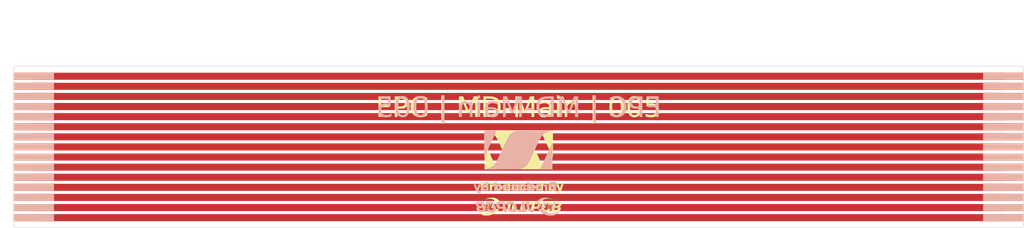
<source format=kicad_pcb>
(kicad_pcb (version 20240108) (generator "pcbnew") (generator_version "8.0")
  (layers (0 "F.Cu" signal) (31 "B.Cu" signal) (34 "B.Paste" user) (35 "F.Paste" user) (36 "B.SilkS" user "B.Silkscreen") (37 "F.SilkS" user "F.Silkscreen") (38 "B.Mask" user) (39 "F.Mask" user) (44 "Edge.Cuts" user))
  (net 0 "")
  (net 1 "Net-(J1-Pin_6)")
  (net 2 "Net-(J1-Pin_11)")
  (net 3 "Net-(J1-Pin_1)")
  (net 4 "Net-(J1-Pin_7)")
  (net 5 "Net-(J1-Pin_13)")
  (net 6 "Net-(J1-Pin_12)")
  (net 7 "Net-(J1-Pin_14)")
  (net 8 "Net-(J1-Pin_5)")
  (net 9 "Net-(J1-Pin_3)")
  (net 10 "Net-(J1-Pin_10)")
  (net 11 "Net-(J1-Pin_8)")
  (net 12 "Net-(J1-Pin_4)")
  (net 13 "Net-(J1-Pin_15)")
  (net 14 "Net-(J1-Pin_9)")
  (net 15 "Net-(J1-Pin_2)")
  (footprint "@2024TOINIOT2-FPC-FCC:FPC-FFC" (layer "F.Cu") (at 2 0 -90)
    (property "Reference" "J2" (hide yes))
    (property "Value" "Conn_01x15_Pin")
  )
  (footprint "@2024TOINIOT2-FPC-FCC:FPC-FFC" (layer "F.Cu") (at 98 0 -90)
    (property "Reference" "J1" (hide yes))
    (property "Value" "Conn_01x15_Pin")
  )
  (gr_poly (pts (xy 46.2 5.4) (xy 46.112412 5.401846) (xy 46.041866 5.404709) (xy 45.998393 5.408576) (xy 45.966273 5.414413) (xy 45.936547 5.42084) (xy 45.909152 5.427903) (xy 45.89631 5.431687) (xy 45.884027 5.435646) (xy 45.872296 5.439787) (xy 45.86111 5.444115) (xy 45.850459 5.448636) (xy 45.840338 5.453355) (xy 45.830737 5.458278) (xy 45.821649 5.46341) (xy 45.813067 5.468757) (xy 45.804983 5.474325) (xy 45.797388 5.48012) (xy 45.790276 5.486146) (xy 45.783638 5.49241) (xy 45.777466 5.498917) (xy 45.771754 5.505673) (xy 45.766492 5.512683) (xy 45.761674 5.519954) (xy 45.757292 5.52749) (xy 45.753337 5.535297) (xy 45.749803 5.543382) (xy 45.746681 5.551749) (xy 45.743964 5.560404) (xy 45.741643 5.569353) (xy 45.739712 5.578601) (xy 45.738162 5.588154) (xy 45.736985 5.598018) (xy 45.736233 5.608867) (xy 45.735955 5.619772) (xy 45.736141 5.630714) (xy 45.736781 5.641676) (xy 45.737865 5.652639) (xy 45.739383 5.663584) (xy 45.741325 5.674493) (xy 45.743683 5.685347) (xy 45.746444 5.696129) (xy 45.749601 5.706819) (xy 45.753142 5.717399) (xy 45.757058 5.727852) (xy 45.76134 5.738158) (xy 45.765976 5.748299) (xy 45.770958 5.758257) (xy 45.776276 5.768013) (xy 45.781919 5.777549) (xy 45.787877 5.786846) (xy 45.794142 5.795886) (xy 45.800702 5.804651) (xy 45.807548 5.813123) (xy 45.814671 5.821282) (xy 45.82206 5.82911) (xy 45.829705 5.836589) (xy 45.837597 5.843701) (xy 45.845725 5.850428) (xy 45.85408 5.85675) (xy 45.862652 5.862649) (xy 45.871431 5.868107) (xy 45.880407 5.873106) (xy 45.88957 5.877627) (xy 45.89891 5.881651) (xy 45.907441 5.885369) (xy 45.915163 5.888971) (xy 45.918718 5.890723) (xy 45.922065 5.892439) (xy 45.925203 5.894118) (xy 45.92813 5.895757) (xy 45.930845 5.897354) (xy 45.933346 5.898907) (xy 45.935631 5.900414) (xy 45.937698 5.901873) (xy 45.939546 5.903282) (xy 45.941173 5.904638) (xy 45.942577 5.905939) (xy 45.943757 5.907184) (xy 45.94471 5.908369) (xy 45.945435 5.909494) (xy 45.94593 5.910555) (xy 45.946194 5.911551) (xy 45.946224 5.91248) (xy 45.946151 5.912918) (xy 45.94602 5.913339) (xy 45.945828 5.913742) (xy 45.945578 5.914126) (xy 45.944898 5.91484) (xy 45.943977 5.915478) (xy 45.942815 5.916037) (xy 45.941409 5.916516) (xy 45.939757 5.916913) (xy 45.937858 5.917226) (xy 45.93571 5.917451) (xy 45.933311 5.917588) (xy 45.93066 5.917635) (xy 45.928842 5.917867) (xy 45.926586 5.918548) (xy 45.923923 5.919658) (xy 45.920887 5.921173) (xy 45.91751 5.923074) (xy 45.913824 5.925337) (xy 45.909862 5.92794) (xy 45.905657 5.930864) (xy 45.901241 5.934085) (xy 45.896647 5.937582) (xy 45.887053 5.945317) (xy 45.882119 5.949511) (xy 45.877138 5.953895) (xy 45.87214 5.958446) (xy 45.86716 5.963143) (xy 45.851744 5.978075) (xy 45.845473 5.984463) (xy 45.840073 5.990329) (xy 45.83548 5.995823) (xy 45.831627 6.001094) (xy 45.829958 6.003692) (xy 45.828451 6.006291) (xy 45.827095 6.008908) (xy 45.825885 6.011562) (xy 45.824811 6.014272) (xy 45.823865 6.017056) (xy 45.823039 6.019933) (xy 45.822325 6.022922) (xy 45.821201 6.029309) (xy 45.820428 6.036366) (xy 45.81994 6.044242) (xy 45.819671 6.053085) (xy 45.819535 6.074268) (xy 45.819736 6.086607) (xy 45.820337 6.098818) (xy 45.821336 6.110896) (xy 45.822728 6.122836) (xy 45.824513 6.134632) (xy 45.826686 6.146282) (xy 45.829244 6.15778) (xy 45.832185 6.169121) (xy 45.835506 6.180301) (xy 45.839204 6.191315) (xy 45.843276 6.202159) (xy 45.847719 6.212827) (xy 45.85253 6.223315) (xy 45.857707 6.23362) (xy 45.863246 6.243734) (xy 45.869144 6.253655) (xy 45.875399 6.263378) (xy 45.882008 6.272898) (xy 45.888967 6.28221) (xy 45.896274 6.291309) (xy 45.903927 6.300191) (xy 45.911921 6.308852) (xy 45.920254 6.317286) (xy 45.928924 6.32549) (xy 45.937927 6.333458) (xy 45.94726 6.341185) (xy 45.956921 6.348668) (xy 45.966906 6.3559) (xy 45.977213 6.362879) (xy 45.987839 6.369599) (xy 45.99878 6.376055) (xy 46.010035 6.382243) (xy 46.047488 6.400818) (xy 46.066043 6.408637) (xy 46.085028 6.415547) (xy 46.10485 6.421602) (xy 46.125916 6.426854) (xy 46.148635 6.431356) (xy 46.173415 6.43516) (xy 46.200663 6.438319) (xy 46.230786 6.440885) (xy 46.301291 6.444453) (xy 46.388193 6.446285) (xy 46.494751 6.446801) (xy 46.577826 6.446681) (xy 46.612442 6.446508) (xy 46.642819 6.446239) (xy 46.66924 6.445858) (xy 46.691986 6.44535) (xy 46.71134 6.4447) (xy 46.719834 6.444316) (xy 46.727585 6.443891) (xy 46.734629 6.443422) (xy 46.741002 6.442909) (xy 46.746738 6.442347) (xy 46.751873 6.441737) (xy 46.756442 6.441076) (xy 46.760481 6.440361) (xy 46.764024 6.439591) (xy 46.767107 6.438765) (xy 46.769766 6.437879) (xy 46.772034 6.436933) (xy 46.773949 6.435923) (xy 46.775545 6.43485) (xy 46.776857 6.433709) (xy 46.77792 6.4325) (xy 46.778771 6.43122) (xy 46.779443 6.429868) (xy 46.771384 6.382681) (xy 46.746718 6.267281) (xy 46.733216 6.207739) (xy 46.453246 6.207739) (xy 46.453151 6.210149) (xy 46.452927 6.212355) (xy 46.452575 6.214379) (xy 46.452096 6.216241) (xy 46.451809 6.217118) (xy 46.451491 6.217962) (xy 46.45076 6.219562) (xy 46.449904 6.221062) (xy 46.448925 6.222483) (xy 46.447822 6.223846) (xy 46.446597 6.225171) (xy 46.44525 6.22648) (xy 46.443782 6.227792) (xy 46.442193 6.229129) (xy 46.43866 6.23196) (xy 46.435375 6.234218) (xy 46.431832 6.236234) (xy 46.42797 6.238015) (xy 46.423727 6.239566) (xy 46.419045 6.240894) (xy 46.413861 6.242006) (xy 46.408117 6.242906) (xy 46.40175 6.243601) (xy 46.394702 6.244098) (xy 46.386911 6.244403) (xy 46.368859 6.244461) (xy 46.347112 6.243825) (xy 46.321184 6.242543) (xy 46.294343 6.240544) (xy 46.281623 6.239235) (xy 46.269368 6.237716) (xy 46.257574 6.235988) (xy 46.24624 6.234048) (xy 46.235364 6.231896) (xy 46.224942 6.229529) (xy 46.214974 6.226947) (xy 46.205455 6.224147) (xy 46.196385 6.22113) (xy 46.18776 6.217893) (xy 46.179579 6.214436) (xy 46.171839 6.210756) (xy 46.164537 6.206852) (xy 46.157672 6.202723) (xy 46.151241 6.198368) (xy 46.145242 6.193785) (xy 46.139672 6.188974) (xy 46.134529 6.183932) (xy 46.129812 6.178658) (xy 46.125516 6.173151) (xy 46.121641 6.167409) (xy 46.118183 6.161432) (xy 46.115141 6.155217) (xy 46.112512 6.148764) (xy 46.110294 6.142071) (xy 46.108485 6.135137) (xy 46.107081 6.12796) (xy 46.106082 6.120539) (xy 46.105484 6.112873) (xy 46.105285 6.10496) (xy 46.105383 6.100523) (xy 46.105678 6.096146) (xy 46.106165 6.091831) (xy 46.106841 6.087582) (xy 46.107705 6.083402) (xy 46.108752 6.079294) (xy 46.10998 6.075261) (xy 46.111387 6.071308) (xy 46.112968 6.067437) (xy 46.114722 6.063651) (xy 46.116645 6.059954) (xy 46.118735 6.056349) (xy 46.120988 6.052839) (xy 46.123402 6.049428) (xy 46.125974 6.046119) (xy 46.128701 6.042915) (xy 46.131579 6.039819) (xy 46.134606 6.036836) (xy 46.13778 6.033967) (xy 46.141097 6.031217) (xy 46.144554 6.028589) (xy 46.148148 6.026086) (xy 46.151877 6.023711) (xy 46.155738 6.021467) (xy 46.159727 6.019358) (xy 46.163842 6.017388) (xy 46.16808 6.015559) (xy 46.172438 6.013875) (xy 46.176912 6.012339) (xy 46.181501 6.010954) (xy 46.186202 6.009724) (xy 46.19101 6.008651) (xy 46.199409 6.007349) (xy 46.210081 6.00622) (xy 46.236816 6.004484) (xy 46.268363 6.003442) (xy 46.30187 6.003095) (xy 46.334484 6.003442) (xy 46.363353 6.004484) (xy 46.385623 6.00622) (xy 46.393393 6.007349) (xy 46.398443 6.008651) (xy 46.399754 6.009759) (xy 46.401292 6.011855) (xy 46.403034 6.014888) (xy 46.404959 6.018805) (xy 46.40927 6.029078) (xy 46.414053 6.042253) (xy 46.419134 6.057909) (xy 46.424339 6.075624) (xy 46.429494 6.094976) (xy 46.434426 6.115543) (xy 46.438706 6.13307) (xy 46.442422 6.148457) (xy 46.445579 6.161868) (xy 46.448185 6.17347) (xy 46.449282 6.178645) (xy 46.450244 6.183429) (xy 46.451072 6.187844) (xy 46.451765 6.19191) (xy 46.452325 6.195649) (xy 46.452752 6.19908) (xy 46.453047 6.202225) (xy 46.453212 6.205104) (xy 46.453246 6.207739) (xy 46.733216 6.207739) (xy 46.668451 5.922133) (xy 46.643707 5.81743) (xy 46.363791 5.81743) (xy 46.363749 5.819797) (xy 46.363612 5.82197) (xy 46.36338 5.82396) (xy 46.363055 5.825775) (xy 46.362637 5.827423) (xy 46.362126 5.828915) (xy 46.361524 5.83026) (xy 46.360831 5.831465) (xy 46.360048 5.832541) (xy 46.359176 5.833497) (xy 46.358216 5.834342) (xy 46.357168 5.835085) (xy 46.354512 5.836583) (xy 46.351135 5.837905) (xy 46.342389 5.840035) (xy 46.331267 5.841505) (xy 46.318109 5.842344) (xy 46.303251 5.842582) (xy 46.287033 5.842247) (xy 46.269791 5.84137) (xy 46.251864 5.839979) (xy 46.23359 5.838105) (xy 46.215306 5.835777) (xy 46.197351 5.833024) (xy 46.180063 5.829876) (xy 46.163779 5.826361) (xy 46.148838 5.822511) (xy 46.135577 5.818353) (xy 46.124335 5.813918) (xy 46.115881 5.809953) (xy 46.107787 5.805615) (xy 46.10006 5.800926) (xy 46.092707 5.79591) (xy 46.085734 5.79059) (xy 46.079149 5.78499) (xy 46.072958 5.779132) (xy 46.067168 5.77304) (xy 46.061786 5.766737) (xy 46.056818 5.760247) (xy 46.052272 5.753592) (xy 46.048153 5.746797) (xy 46.04447 5.739883) (xy 46.041228 5.732875) (xy 46.038434 5.725795) (xy 46.036096 5.718668) (xy 46.03422 5.711516) (xy 46.032812 5.704362) (xy 46.031881 5.69723) (xy 46.031431 5.690143) (xy 46.03147 5.683124) (xy 46.032006 5.676196) (xy 46.033044 5.669383) (xy 46.034592 5.662709) (xy 46.036655 5.656195) (xy 46.039242 5.649866) (xy 46.042359 5.643745) (xy 46.046012 5.637854) (xy 46.050209 5.632218) (xy 46.054956 5.62686) (xy 46.060259 5.621802) (xy 46.066127 5.617068) (xy 46.070706 5.613841) (xy 46.075375 5.610898) (xy 46.080223 5.608224) (xy 46.085342 5.605807) (xy 46.09082 5.603631) (xy 46.096748 5.601683) (xy 46.103215 5.599949) (xy 46.110312 5.598415) (xy 46.118128 5.597067) (xy 46.126753 5.595891) (xy 46.136278 5.594873) (xy 46.146791 5.594) (xy 46.171146 5.592629) (xy 46.200535 5.591668) (xy 46.221497 5.591071) (xy 46.241231 5.590858) (xy 46.259303 5.591017) (xy 46.267581 5.591232) (xy 46.27528 5.591536) (xy 46.282346 5.591926) (xy 46.288726 5.592402) (xy 46.294365 5.592961) (xy 46.299208 5.593603) (xy 46.303202 5.594325) (xy 46.306292 5.595126) (xy 46.307481 5.595556) (xy 46.308424 5.596005) (xy 46.309114 5.596473) (xy 46.309543 5.59696) (xy 46.311259 5.601098) (xy 46.313942 5.60923) (xy 46.321714 5.635589) (xy 46.331868 5.672267) (xy 46.34341 5.715493) (xy 46.347355 5.731405) (xy 46.350859 5.745852) (xy 46.35393 5.758907) (xy 46.356573 5.770642) (xy 46.358794 5.781131) (xy 46.360599 5.790447) (xy 46.361996 5.798661) (xy 46.362542 5.802379) (xy 46.362989 5.805848) (xy 46.363336 5.809079) (xy 46.363585 5.81208) (xy 46.363736 5.814861) (xy 46.363791 5.81743) (xy 46.643707 5.81743) (xy 46.586413 5.574999) (xy 46.557034 5.457119) (xy 46.542377 5.40646) (xy 46.536 5.404611) (xy 46.520088 5.403035) (xy 46.464672 5.400688) (xy 46.386163 5.399409) (xy 46.294594 5.399184)) (stroke (width -0.000001)) (fill solid) (layer "B.SilkS"))
  (gr_poly (pts (xy 47.058787 5.389497) (xy 47.03302 5.390574) (xy 47.008225 5.392205) (xy 46.984738 5.394395) (xy 46.962897 5.397145) (xy 46.943036 5.400461) (xy 46.925493 5.404343) (xy 46.899163 5.411846) (xy 46.874542 5.420466) (xy 46.85163 5.430202) (xy 46.840815 5.435488) (xy 46.830425 5.441054) (xy 46.820462 5.446899) (xy 46.810925 5.453022) (xy 46.801814 5.459425) (xy 46.793129 5.466107) (xy 46.78487 5.473067) (xy 46.777035 5.480307) (xy 46.769626 5.487826) (xy 46.762642 5.495624) (xy 46.756083 5.503701) (xy 46.749948 5.512057) (xy 46.744238 5.520692) (xy 46.738952 5.529607) (xy 46.734089 5.5388) (xy 46.729651 5.548272) (xy 46.725636 5.558024) (xy 46.722045 5.568054) (xy 46.718877 5.578363) (xy 46.716132 5.588952) (xy 46.71381 5.599819) (xy 46.71191 5.610966) (xy 46.710433 5.622392) (xy 46.709378 5.634096) (xy 46.708535 5.658343) (xy 46.708596 5.665059) (xy 46.708777 5.67169) (xy 46.709072 5.6782) (xy 46.709477 5.684553) (xy 46.709988 5.690714) (xy 46.7106 5.696648) (xy 46.711308 5.702317) (xy 46.712107 5.707688) (xy 46.712993 5.712723) (xy 46.713961 5.717388) (xy 46.715007 5.721647) (xy 46.716125 5.725464) (xy 46.717312 5.728804) (xy 46.718562 5.731631) (xy 46.71921 5.73284) (xy 46.719872 5.733908) (xy 46.720547 5.73483) (xy 46.721235 5.735601) (xy 46.723244 5.737139) (xy 46.726095 5.738578) (xy 46.729786 5.739917) (xy 46.734315 5.741158) (xy 46.739682 5.742299) (xy 46.745885 5.74334) (xy 46.76079 5.745126) (xy 46.77902 5.746515) (xy 46.80056 5.747508) (xy 46.8254 5.748103) (xy 46.853527 5.748301) (xy 46.973118 5.748301) (xy 46.999577 5.705968) (xy 47.00643 5.69567) (xy 47.013527 5.686192) (xy 47.020913 5.677512) (xy 47.028631 5.669604) (xy 47.036728 5.662447) (xy 47.045248 5.656018) (xy 47.054236 5.650292) (xy 47.063738 5.645246) (xy 47.073797 5.640858) (xy 47.08446 5.637104) (xy 47.095771 5.633961) (xy 47.107774 5.631405) (xy 47.120516 5.629414) (xy 47.134041 5.627963) (xy 47.148393 5.627031) (xy 47.163618 5.626593) (xy 47.17629 5.626838) (xy 47.188707 5.627572) (xy 47.200867 5.628795) (xy 47.212771 5.630506) (xy 47.224416 5.632705) (xy 47.235802 5.63539) (xy 47.246928 5.638562) (xy 47.257793 5.64222) (xy 47.268396 5.646363) (xy 47.278737 5.650991) (xy 47.288813 5.656103) (xy 47.298624 5.661698) (xy 47.308169 5.667776) (xy 47.317448 5.674337) (xy 47.326459 5.681379) (xy 47.335201 5.688902) (xy 47.343673 5.696906) (xy 47.351874 5.705391) (xy 47.359804 5.714354) (xy 47.367461 5.723796) (xy 47.374845 5.733717) (xy 47.381954 5.744115) (xy 47.395344 5.766343) (xy 47.407624 5.790474) (xy 47.418786 5.816504) (xy 47.428823 5.844429) (xy 47.437726 5.874243) (xy 47.446817 5.908842) (xy 47.454639 5.940893) (xy 47.46119 5.970526) (xy 47.466467 5.99787) (xy 47.470466 6.023056) (xy 47.471986 6.03488) (xy 47.473185 6.046214) (xy 47.474063 6.057073) (xy 47.47462 6.067475) (xy 47.474855 6.077434) (xy 47.474768 6.086968) (xy 47.474359 6.096093) (xy 47.473627 6.104824) (xy 47.472571 6.113179) (xy 47.471192 6.121174) (xy 47.469489 6.128824) (xy 47.467462 6.136146) (xy 47.465109 6.143157) (xy 47.462432 6.149873) (xy 47.459429 6.156309) (xy 47.4561 6.162483) (xy 47.452445 6.16841) (xy 47.448463 6.174107) (xy 47.444154 6.17959) (xy 47.439517 6.184875) (xy 47.434553 6.189979) (xy 47.42926 6.194918) (xy 47.421211 6.201378) (xy 47.412192 6.20726) (xy 47.402278 6.212556) (xy 47.39154 6.217259) (xy 47.380052 6.221359) (xy 47.367887 6.224851) (xy 47.355117 6.227726) (xy 47.341815 6.229975) (xy 47.328054 6.231592) (xy 47.313908 6.232569) (xy 47.299448 6.232898) (xy 47.284748 6.232571) (xy 47.26988 6.231581) (xy 47.254918 6.229919) (xy 47.239934 6.227579) (xy 47.225002 6.224551) (xy 47.21658 6.222534) (xy 47.208726 6.220421) (xy 47.201361 6.218166) (xy 47.194409 6.215721) (xy 47.187792 6.21304) (xy 47.181432 6.210078) (xy 47.175252 6.206787) (xy 47.169174 6.20312) (xy 47.163122 6.199032) (xy 47.157016 6.194476) (xy 47.15078 6.189405) (xy 47.144337 6.183772) (xy 47.137608 6.177532) (xy 47.130516 6.170638) (xy 47.122984 6.163043) (xy 47.114935 6.154701) (xy 47.06096 6.097551) (xy 46.956185 6.097551) (xy 46.930675 6.097752) (xy 46.919017 6.098005) (xy 46.90808 6.098362) (xy 46.897856 6.098824) (xy 46.888338 6.099393) (xy 46.879517 6.100071) (xy 46.871386 6.100859) (xy 46.863937 6.101758) (xy 46.857163 6.102771) (xy 46.851055 6.103898) (xy 46.845606 6.105142) (xy 46.840808 6.106503) (xy 46.836653 6.107984) (xy 46.833134 6.109585) (xy 46.830243 6.11131) (xy 46.82708 6.113778) (xy 46.824338 6.116076) (xy 46.822014 6.118281) (xy 46.820106 6.120471) (xy 46.819309 6.121584) (xy 46.818615 6.122722) (xy 46.818024 6.123896) (xy 46.817537 6.125113) (xy 46.817153 6.126386) (xy 46.816872 6.127722) (xy 46.816693 6.129131) (xy 46.816617 6.130624) (xy 46.816772 6.133899) (xy 46.817334 6.137623) (xy 46.818303 6.141875) (xy 46.819676 6.146731) (xy 46.821453 6.152269) (xy 46.82363 6.158567) (xy 46.829184 6.173751) (xy 46.837879 6.194253) (xy 46.848038 6.214439) (xy 46.85959 6.234241) (xy 46.87246 6.253589) (xy 46.886578 6.272417) (xy 46.901869 6.290656) (xy 46.91826 6.308237) (xy 46.935679 6.325093) (xy 46.954054 6.341155) (xy 46.97331 6.356355) (xy 46.993376 6.370625) (xy 47.014178 6.383897) (xy 47.035644 6.396102) (xy 47.0577 6.407172) (xy 47.080274 6.417039) (xy 47.103293 6.425635) (xy 47.118412 6.430128) (xy 47.136333 6.434796) (xy 47.156388 6.439513) (xy 47.177906 6.444156) (xy 47.200217 6.4486) (xy 47.222653 6.452721) (xy 47.244543 6.456397) (xy 47.265218 6.459501) (xy 47.291278 6.462232) (xy 47.31686 6.464081) (xy 47.341944 6.465059) (xy 47.36651 6.46518) (xy 47.390539 6.464452) (xy 47.414011 6.462889) (xy 47.436907 6.460502) (xy 47.459207 6.457302) (xy 47.480892 6.4533) (xy 47.501941 6.448508) (xy 47.522336 6.442938) (xy 47.542057 6.4366) (xy 47.561084 6.429507) (xy 47.579398 6.421669) (xy 47.596979 6.413099) (xy 47.613807 6.403807) (xy 47.629863 6.393804) (xy 47.645128 6.383104) (xy 47.659581 6.371716) (xy 47.673204 6.359652) (xy 47.685976 6.346924) (xy 47.697879 6.333543) (xy 47.708892 6.319521) (xy 47.718995 6.304869) (xy 47.728171 6.289598) (xy 47.736398 6.27372) (xy 47.743657 6.257246) (xy 47.749929 6.240189) (xy 47.755194 6.222558) (xy 47.759432 6.204366) (xy 47.762625 6.185624) (xy 47.764752 6.166343) (xy 47.765037 6.148145) (xy 47.763615 6.125339) (xy 47.760636 6.098573) (xy 47.756252 6.068497) (xy 47.743878 6.001014) (xy 47.72771 5.928086) (xy 47.708962 5.85491) (xy 47.688849 5.786682) (xy 47.678661 5.756048) (xy 47.668588 5.7286) (xy 47.658781 5.704987) (xy 47.649393 5.68586) (xy 47.63561 5.661607) (xy 47.620487 5.63809) (xy 47.604075 5.615348) (xy 47.586422 5.593421) (xy 47.567579 5.57235) (xy 47.547595 5.552175) (xy 47.526519 5.532936) (xy 47.504402 5.514674) (xy 47.481292 5.497429) (xy 47.45724 5.481242) (xy 47.432294 5.466152) (xy 47.406506 5.452199) (xy 47.379923 5.439426) (xy 47.352597 5.42787) (xy 47.324576 5.417574) (xy 47.29591 5.408576) (xy 47.278925 5.404273) (xy 47.259548 5.400494) (xy 47.238116 5.397242) (xy 47.214964 5.39452) (xy 47.190429 5.392332) (xy 47.164848 5.39068) (xy 47.111892 5.388997)) (stroke (width -0.000001)) (fill solid) (layer "B.SilkS"))
  (gr_poly (pts (xy 51.803881 5.44284) (xy 51.790714 5.443131) (xy 51.777724 5.443706) (xy 51.765088 5.444563) (xy 51.752982 5.445701) (xy 51.741582 5.447117) (xy 51.731067 5.448812) (xy 51.721611 5.450782) (xy 51.713393 5.453026) (xy 51.709492 5.454524) (xy 51.705354 5.456228) (xy 51.69651 5.460187) (xy 51.687144 5.464765) (xy 51.677542 5.469827) (xy 51.66799 5.475237) (xy 51.658773 5.480857) (xy 51.65438 5.483704) (xy 51.650176 5.486552) (xy 51.6462 5.489385) (xy 51.642485 5.492185) (xy 51.606502 5.517585) (xy 51.646718 5.55886) (xy 51.650881 5.56316) (xy 51.65502 5.567318) (xy 51.659108 5.571315) (xy 51.663122 5.575132) (xy 51.667037 5.57875) (xy 51.670828 5.582151) (xy 51.674471 5.585317) (xy 51.677939 5.588228) (xy 51.681209 5.590867) (xy 51.684256 5.593214) (xy 51.687055 5.595251) (xy 51.689581 5.59696) (xy 51.691809 5.598321) (xy 51.693715 5.599316) (xy 51.694539 5.599671) (xy 51.695274 5.599927) (xy 51.695915 5.600082) (xy 51.69646 5.600135) (xy 51.697573 5.600025) (xy 51.698918 5.599703) (xy 51.700476 5.599179) (xy 51.702231 5.598464) (xy 51.704166 5.59757) (xy 51.706264 5.596507) (xy 51.708508 5.595286) (xy 51.71088 5.593917) (xy 51.715942 5.590781) (xy 51.721314 5.587187) (xy 51.72686 5.58322) (xy 51.732443 5.578968) (xy 51.735948 5.576373) (xy 51.739706 5.573945) (xy 51.747932 5.569592) (xy 51.757016 5.565908) (xy 51.766856 5.562895) (xy 51.777346 5.56055) (xy 51.788384 5.558876) (xy 51.799865 5.557872) (xy 51.811686 5.557537) (xy 51.823742 5.557872) (xy 51.83593 5.558876) (xy 51.848146 5.56055) (xy 51.860287 5.562895) (xy 51.872247 5.565908) (xy 51.883923 5.569592) (xy 51.895212 5.573945) (xy 51.90601 5.578968) (xy 51.92076 5.587483) (xy 51.934814 5.597478) (xy 51.948121 5.608848) (xy 51.96063 5.621483) (xy 51.972289 5.635279) (xy 51.983047 5.650126) (xy 51.992853 5.66592) (xy 52.001657 5.682552) (xy 52.009406 5.699916) (xy 52.01605 5.717905) (xy 52.021537 5.736412) (xy 52.025817 5.755329) (xy 52.028837 5.774551) (xy 52.030548 5.793969) (xy 52.030898 5.813477) (xy 52.029835 5.832968) (xy 52.028473 5.843658) (xy 52.026579 5.853896) (xy 52.024168 5.863676) (xy 52.021253 5.872992) (xy 52.017847 5.88184) (xy 52.013966 5.890213) (xy 52.009623 5.898106) (xy 52.004832 5.905513) (xy 51.999607 5.912429) (xy 51.993961 5.918848) (xy 51.98791 5.924764) (xy 51.981466 5.930171) (xy 51.974644 5.935065) (xy 51.967457 5.939439) (xy 51.959921 5.943288) (xy 51.952047 5.946607) (xy 51.943852 5.949388) (xy 51.935348 5.951628) (xy 51.926549 5.95332) (xy 51.91747 5.954459) (xy 51.908124 5.955039) (xy 51.898525 5.955055) (xy 51.888688 5.9545) (xy 51.878626 5.95337) (xy 51.868353 5.951658) (xy 51.857883 5.94936) (xy 51.84723 5.946468) (xy 51.836408 5.942979) (xy 51.825431 5.938886) (xy 51.814313 5.934183) (xy 51.803068 5.928865) (xy 51.79171 5.922926) (xy 51.746202 5.898585) (xy 51.714452 5.936685) (xy 51.710656 5.941348) (xy 51.707205 5.945811) (xy 51.704094 5.950072) (xy 51.701322 5.954131) (xy 51.698884 5.957984) (xy 51.696778 5.961632) (xy 51.695849 5.963378) (xy 51.695001 5.965072) (xy 51.694235 5.966713) (xy 51.69355 5.968302) (xy 51.692945 5.969839) (xy 51.69242 5.971322) (xy 51.691976 5.972752) (xy 51.691611 5.974129) (xy 51.691325 5.975453) (xy 51.691117 5.976723) (xy 51.690988 5.977939) (xy 51.690937 5.979101) (xy 51.690963 5.980208) (xy 51.691067 5.981261) (xy 51.691247 5.98226) (xy 51.691503 5.983204) (xy 51.691836 5.984092) (xy 51.692244 5.984926) (xy 51.692727 5.985704) (xy 51.693285 5.986426) (xy 51.698059 5.991375) (xy 51.704338 5.996648) (xy 51.711965 6.002172) (xy 51.720785 6.007874) (xy 51.730641 6.013682) (xy 51.741375 6.019522) (xy 51.752832 6.025322) (xy 51.764855 6.031009) (xy 51.777287 6.036509) (xy 51.789972 6.041751) (xy 51.802752 6.046661) (xy 51.815473 6.051167) (xy 51.827976 6.055195) (xy 51.840106 6.058672) (xy 51.851705 6.061526) (xy 51.862618 6.063685) (xy 51.875285 6.065735) (xy 51.887877 6.067326) (xy 51.900382 6.068462) (xy 51.912786 6.06915) (xy 51.925077 6.069394) (xy 51.937242 6.069201) (xy 51.949268 6.068574) (xy 51.961142 6.067521) (xy 51.972853 6.066046) (xy 51.984386 6.064155) (xy 51.995729 6.061853) (xy 52.00687 6.059145) (xy 52.017795 6.056038) (xy 52.028492 6.052536) (xy 52.038948 6.048645) (xy 52.049149 6.04437) (xy 52.059085 6.039717) (xy 52.068741 6.034691) (xy 52.078104 6.029298) (xy 52.087163 6.023542) (xy 52.095903 6.017431) (xy 52.104314 6.010967) (xy 52.11238 6.004159) (xy 52.120091 5.99701) (xy 52.127433 5.989526) (xy 52.134392 5.981712) (xy 52.140958 5.973575) (xy 52.147116 5.965119) (xy 52.152853 5.95635) (xy 52.158158 5.947273) (xy 52.163018 5.937894) (xy 52.167418 5.928218) (xy 52.171276 5.917288) (xy 52.174519 5.905222) (xy 52.17715 5.892148) (xy 52.179176 5.878195) (xy 52.1806 5.863492) (xy 52.181427 5.848167) (xy 52.181662 5.832349) (xy 52.181309 5.816167) (xy 52.180373 5.799749) (xy 52.178859 5.783224) (xy 52.176772 5.766721) (xy 52.174116 5.750368) (xy 52.170895 5.734295) (xy 52.167114 5.718629) (xy 52.162779 5.703499) (xy 52.157893 5.689035) (xy 52.14976 5.669675) (xy 52.140102 5.650544) (xy 52.129009 5.63172) (xy 52.116569 5.613281) (xy 52.102869 5.595308) (xy 52.088 5.577879) (xy 52.072048 5.561073) (xy 52.055103 5.544969) (xy 52.037252 5.529647) (xy 52.018584 5.515185) (xy 51.999187 5.501662) (xy 51.979151 5.489158) (xy 51.958562 5.477752) (xy 51.93751 5.467523) (xy 51.916082 5.458549) (xy 51.894368 5.45091) (xy 51.88615 5.448875) (xy 51.876695 5.447137) (xy 51.866179 5.445694) (xy 51.85478 5.444543) (xy 51.842674 5.443684) (xy 51.830037 5.443115) (xy 51.817047 5.442834)) (stroke (width -0.000001)) (fill solid) (layer "B.SilkS"))
  (gr_poly (pts (xy 53.008396 5.537468) (xy 52.990915 5.538004) (xy 52.974067 5.539032) (xy 52.958037 5.540563) (xy 52.943011 5.542606) (xy 52.929176 5.545174) (xy 52.916718 5.548276) (xy 52.906723 5.551217) (xy 52.896982 5.554479) (xy 52.887502 5.558051) (xy 52.87829 5.561927) (xy 52.869351 5.566098) (xy 52.860692 5.570554) (xy 52.852319 5.575288) (xy 52.844239 5.580291) (xy 52.836458 5.585554) (xy 52.828983 5.59107) (xy 52.82182 5.596828) (xy 52.814976 5.602822) (xy 52.808456 5.609042) (xy 52.802267 5.615479) (xy 52.796416 5.622126) (xy 52.790909 5.628974) (xy 52.785752 5.636014) (xy 52.780952 5.643238) (xy 52.776515 5.650637) (xy 52.772448 5.658202) (xy 52.768757 5.665926) (xy 52.765448 5.673799) (xy 52.762527 5.681814) (xy 52.760002 5.689961) (xy 52.757879 5.698232) (xy 52.756163 5.706618) (xy 52.754862 5.715112) (xy 52.753981 5.723703) (xy 52.753527 5.732385) (xy 52.753507 5.741148) (xy 52.753927 5.749984) (xy 52.754793 5.758885) (xy 52.756568 5.771505) (xy 52.758906 5.783959) (xy 52.761796 5.796233) (xy 52.765224 5.808316) (xy 52.769177 5.820196) (xy 52.773643 5.831862) (xy 52.778609 5.8433) (xy 52.784063 5.854498) (xy 52.789991 5.865446) (xy 52.79638 5.876131) (xy 52.803218 5.88654) (xy 52.810492 5.896662) (xy 52.81819 5.906485) (xy 52.826297 5.915997) (xy 52.843693 5.934039) (xy 52.862577 5.950692) (xy 52.882847 5.965859) (xy 52.904401 5.979445) (xy 52.927136 5.991354) (xy 52.938915 5.99665) (xy 52.95095 6.001489) (xy 52.96323 6.005862) (xy 52.975741 6.009755) (xy 52.988471 6.013157) (xy 53.001406 6.016055) (xy 53.014535 6.018438) (xy 53.027843 6.020293) (xy 53.035987 6.021197) (xy 53.043388 6.021918) (xy 53.050093 6.022446) (xy 53.056154 6.022773) (xy 53.058958 6.022859) (xy 53.061619 6.02289) (xy 53.064144 6.022866) (xy 53.066539 6.022786) (xy 53.068809 6.022648) (xy 53.070962 6.022453) (xy 53.073003 6.022197) (xy 53.074939 6.021881) (xy 53.076776 6.021502) (xy 53.078519 6.02106) (xy 53.080176 6.020554) (xy 53.081752 6.019983) (xy 53.083254 6.019345) (xy 53.084687 6.018639) (xy 53.086059 6.017864) (xy 53.087375 6.017019) (xy 53.088641 6.016102) (xy 53.089863 6.015114) (xy 53.091049 6.014051) (xy 53.092203 6.012914) (xy 53.093333 6.0117) (xy 53.094444 6.01041) (xy 53.095543 6.009041) (xy 53.096635 6.007593) (xy 53.098916 6.004605) (xy 53.101044 6.001991) (xy 53.103088 5.999756) (xy 53.105118 5.997903) (xy 53.10615 5.99712) (xy 53.107204 5.996433) (xy 53.10829 5.995844) (xy 53.109416 5.995352) (xy 53.11059 5.994957) (xy 53.111822 5.994661) (xy 53.113121 5.994463) (xy 53.114494 5.994364) (xy 53.115952 5.994364) (xy 53.117501 5.994464) (xy 53.120913 5.994963) (xy 53.124798 5.995866) (xy 53.129228 5.997175) (xy 53.134272 5.998893) (xy 53.14 6.001024) (xy 53.153785 6.006535) (xy 53.165844 6.011136) (xy 53.177432 6.015016) (xy 53.188574 6.018174) (xy 53.199293 6.020607) (xy 53.209616 6.022315) (xy 53.214637 6.022897) (xy 53.219567 6.023296) (xy 53.224411 6.023514) (xy 53.229171 6.023549) (xy 53.23385 6.023401) (xy 53.238452 6.023071) (xy 53.242979 6.022558) (xy 53.247435 6.021862) (xy 53.251823 6.020982) (xy 53.256146 6.019919) (xy 53.260406 6.018672) (xy 53.264608 6.017241) (xy 53.268754 6.015626) (xy 53.272848 6.013827) (xy 53.276891 6.011844) (xy 53.280888 6.009675) (xy 53.284842 6.007322) (xy 53.288756 6.004784) (xy 53.292632 6.00206) (xy 53.296474 5.999151) (xy 53.304068 5.992776) (xy 53.309518 5.987816) (xy 53.314377 5.983204) (xy 53.318674 5.978868) (xy 53.32244 5.974735) (xy 53.325704 5.970732) (xy 53.328495 5.966787) (xy 53.330842 5.962826) (xy 53.331859 5.960818) (xy 53.332776 5.958777) (xy 53.333596 5.956697) (xy 53.334325 5.954567) (xy 53.335519 5.950123) (xy 53.336387 5.945371) (xy 53.336959 5.94024) (xy 53.337265 5.934656) (xy 53.337333 5.928547) (xy 53.337194 5.921839) (xy 53.336877 5.91446) (xy 53.336385 5.907051) (xy 53.249035 5.907051) (xy 53.248846 5.915613) (xy 53.248266 5.923453) (xy 53.247824 5.927111) (xy 53.247277 5.930596) (xy 53.246623 5.933914) (xy 53.24586 5.937065) (xy 53.244985 5.940054) (xy 53.243997 5.942882) (xy 53.242892 5.945554) (xy 53.241668 5.948072) (xy 53.240324 5.950439) (xy 53.238856 5.952657) (xy 53.237262 5.95473) (xy 53.235541 5.956661) (xy 53.23369 5.958452) (xy 53.231706 5.960106) (xy 53.229587 5.961627) (xy 53.227331 5.963017) (xy 53.224935 5.964279) (xy 53.222398 5.965416) (xy 53.219716 5.966431) (xy 53.216888 5.967327) (xy 53.213911 5.968106) (xy 53.210783 5.968772) (xy 53.207501 5.969328) (xy 53.204064 5.969776) (xy 53.196713 5.970361) (xy 53.18871 5.970551) (xy 53.182503 5.970251) (xy 53.176197 5.969367) (xy 53.169812 5.967922) (xy 53.163368 5.96594) (xy 53.156883 5.963443) (xy 53.150377 5.960457) (xy 53.14387 5.957003) (xy 53.137381 5.953105) (xy 53.124533 5.944074) (xy 53.111989 5.933549) (xy 53.099904 5.921719) (xy 53.088433 5.908771) (xy 53.077731 5.894893) (xy 53.067952 5.880273) (xy 53.059253 5.865097) (xy 53.051788 5.849554) (xy 53.045712 5.833831) (xy 53.043243 5.825961) (xy 53.04118 5.818116) (xy 53.039541 5.81032) (xy 53.038347 5.802596) (xy 53.037616 5.794968) (xy 53.037368 5.78746) (xy 53.037441 5.783681) (xy 53.037654 5.779902) (xy 53.037996 5.776149) (xy 53.03846 5.772445) (xy 53.039035 5.768815) (xy 53.039712 5.765284) (xy 53.040483 5.761878) (xy 53.041337 5.75862) (xy 53.042266 5.755536) (xy 53.043259 5.75265) (xy 53.044309 5.749988) (xy 53.045405 5.747574) (xy 53.046538 5.745432) (xy 53.047699 5.743588) (xy 53.048288 5.742786) (xy 53.048879 5.742067) (xy 53.049473 5.741435) (xy 53.050068 5.740893) (xy 53.057154 5.736002) (xy 53.0645 5.732027) (xy 53.072074 5.728942) (xy 53.079844 5.726719) (xy 53.08778 5.725333) (xy 53.095849 5.724757) (xy 53.10402 5.724964) (xy 53.112262 5.725927) (xy 53.120542 5.727621) (xy 53.12883 5.730019) (xy 53.137093 5.733094) (xy 53.1453 5.736819) (xy 53.153419 5.741168) (xy 53.161419 5.746115) (xy 53.169269 5.751632) (xy 53.176936 5.757694) (xy 53.184389 5.764274) (xy 53.191597 5.771345) (xy 53.198527 5.77888) (xy 53.205149 5.786854) (xy 53.211431 5.795239) (xy 53.217341 5.80401) (xy 53.222847 5.813139) (xy 53.227918 5.8226) (xy 53.232522 5.832366) (xy 53.236629 5.842411) (xy 53.240205 5.852709) (xy 53.24322 5.863232) (xy 53.245642 5.873954) (xy 53.24744 5.884849) (xy 53.248581 5.895891) (xy 53.249035 5.907051) (xy 53.336385 5.907051) (xy 53.336133 5.903249) (xy 53.334712 5.892054) (xy 53.332636 5.880897) (xy 53.329929 5.869801) (xy 53.326614 5.858788) (xy 53.322712 5.84788) (xy 53.318249 5.8371) (xy 53.313246 5.826469) (xy 53.307727 5.816011) (xy 53.301715 5.805747) (xy 53.295232 5.795699) (xy 53.288303 5.785891) (xy 53.280949 5.776344) (xy 53.273195 5.76708) (xy 53.265063 5.758122) (xy 53.256576 5.749492) (xy 53.247757 5.741212) (xy 53.238629 5.733306) (xy 53.229216 5.725794) (xy 53.21954 5.718699) (xy 53.209625 5.712044) (xy 53.199493 5.70585) (xy 53.189168 5.700141) (xy 53.178672 5.694938) (xy 53.16803 5.690264) (xy 53.157263 5.686141) (xy 53.146394 5.68259) (xy 53.135448 5.679636) (xy 53.124447 5.677299) (xy 53.113414 5.675602) (xy 53.102371 5.674568) (xy 53.091343 5.674218) (xy 53.086758 5.674316) (xy 53.082145 5.674602) (xy 53.077526 5.675069) (xy 53.072922 5.675706) (xy 53.068355 5.676505) (xy 53.063847 5.677455) (xy 53.05942 5.678548) (xy 53.055095 5.679774) (xy 53.050895 5.681125) (xy 53.04684 5.68259) (xy 53.042952 5.68416) (xy 53.039253 5.685827) (xy 53.035766 5.68758) (xy 53.032511 5.689411) (xy 53.02951 5.69131) (xy 53.026785 5.693268) (xy 53.022484 5.696617) (xy 53.018668 5.699519) (xy 53.015276 5.701974) (xy 53.013721 5.703035) (xy 53.012249 5.703984) (xy 53.010854 5.704821) (xy 53.009526 5.705546) (xy 53.00826 5.70616) (xy 53.007047 5.706662) (xy 53.005879 5.707053) (xy 53.00475 5.707332) (xy 53.003651 5.7075) (xy 53.002576 5.707555) (xy 53.001515 5.7075) (xy 53.000463 5.707332) (xy 52.999412 5.707053) (xy 52.998353 5.706662) (xy 52.997279 5.70616) (xy 52.996183 5.705546) (xy 52.995057 5.704821) (xy 52.993894 5.703984) (xy 52.992686 5.703035) (xy 52.991425 5.701974) (xy 52.988716 5.699519) (xy 52.985706 5.696617) (xy 52.982335 5.693268) (xy 52.980205 5.69131) (xy 52.9778 5.689411) (xy 52.97514 5.68758) (xy 52.972248 5.685827) (xy 52.969145 5.68416) (xy 52.965852 5.68259) (xy 52.962392 5.681125) (xy 52.958787 5.679774) (xy 52.955058 5.678548) (xy 52.951226 5.677455) (xy 52.947313 5.676505) (xy 52.943342 5.675706) (xy 52.939333 5.675069) (xy 52.935309 5.674602) (xy 52.931292 5.674316) (xy 52.927302 5.674218) (xy 52.89026 5.674218) (xy 52.948468 5.805451) (xy 52.96004 5.832296) (xy 52.970793 5.85769) (xy 52.980504 5.881075) (xy 52.98895 5.901892) (xy 52.995907 5.919584) (xy 53.001153 5.933592) (xy 53.004465 5.943359) (xy 53.005325 5.946478) (xy 53.005618 5.948326) (xy 53.005508 5.949765) (xy 53.005182 5.951104) (xy 53.004649 5.952345) (xy 53.003915 5.953486) (xy 53.002989 5.954527) (xy 53.001879 5.95547) (xy 53.000592 5.956313) (xy 52.999136 5.957058) (xy 52.997519 5.957702) (xy 52.995748 5.958248) (xy 52.991777 5.959042) (xy 52.987286 5.959439) (xy 52.982335 5.959439) (xy 52.976988 5.959042) (xy 52.971305 5.958248) (xy 52.96535 5.957058) (xy 52.959184 5.95547) (xy 52.952869 5.953486) (xy 52.946467 5.951104) (xy 52.940041 5.948326) (xy 52.933652 5.945151) (xy 52.924565 5.940031) (xy 52.915768 5.93441) (xy 52.90727 5.928316) (xy 52.89908 5.921777) (xy 52.891209 5.914819) (xy 52.883666 5.90747) (xy 52.876462 5.899756) (xy 52.869606 5.891705) (xy 52.863108 5.883345) (xy 52.856978 5.874701) (xy 52.845862 5.856673) (xy 52.836336 5.837839) (xy 52.82848 5.818416) (xy 52.822372 5.798621) (xy 52.819999 5.788651) (xy 52.818093 5.778671) (xy 52.816663 5.768705) (xy 52.81572 5.758782) (xy 52.815274 5.748929) (xy 52.815333 5.739173) (xy 52.815909 5.729541) (xy 52.817011 5.72006) (xy 52.81865 5.710757) (xy 52.820834 5.70166) (xy 52.823574 5.692796) (xy 52.826879 5.684191) (xy 52.83076 5.675872) (xy 52.835227 5.667868) (xy 52.837627 5.664412) (xy 52.84044 5.660811) (xy 52.843631 5.657092) (xy 52.847166 5.653283) (xy 52.851011 5.649412) (xy 52.855132 5.645507) (xy 52.859495 5.641595) (xy 52.864066 5.637705) (xy 52.868811 5.633865) (xy 52.873695 5.630103) (xy 52.878684 5.626446) (xy 52.883745 5.622922) (xy 52.888843 5.619559) (xy 52.893944 5.616386) (xy 52.899013 5.613429) (xy 52.904018 5.610718) (xy 52.919033 5.603996) (xy 52.926101 5.601221) (xy 52.933056 5.598812) (xy 52.940037 5.59675) (xy 52.947178 5.595017) (xy 52.954618 5.593593) (xy 52.962491 5.592462) (xy 52.970935 5.591603) (xy 52.980086 5.590998) (xy 52.99008 5.590629) (xy 53.001054 5.590477) (xy 53.026487 5.59075) (xy 53.057477 5.591668) (xy 53.089423 5.592919) (xy 53.103141 5.593656) (xy 53.115602 5.594529) (xy 53.126991 5.595581) (xy 53.13749 5.596858) (xy 53.147286 5.598405) (xy 53.156563 5.600267) (xy 53.165505 5.602488) (xy 53.174296 5.605114) (xy 53.183122 5.60819) (xy 53.192166 5.61176) (xy 53.201613 5.615869) (xy 53.211648 5.620563) (xy 53.222455 5.625887) (xy 53.234218 5.631885) (xy 53.255297 5.643571) (xy 53.275251 5.656371) (xy 53.29405 5.670231) (xy 53.311659 5.685099) (xy 53.328046 5.700922) (xy 53.343179 5.717647) (xy 53.357026 5.735222) (xy 53.369553 5.753593) (xy 53.380728 5.772709) (xy 53.390519 5.792516) (xy 53.398893 5.812961) (xy 53.405817 5.833993) (xy 53.411259 5.855558) (xy 53.415187 5.877604) (xy 53.417568 5.900078) (xy 53.418368 5.922926) (xy 53.418201 5.931567) (xy 53.4177 5.940028) (xy 53.416867 5.948306) (xy 53.415702 5.9564) (xy 53.414207 5.96431) (xy 53.412383 5.972035) (xy 53.410231 5.979573) (xy 53.407752 5.986922) (xy 53.404948 5.994083) (xy 53.401819 6.001053) (xy 53.398367 6.007832) (xy 53.394593 6.014418) (xy 53.390498 6.020811) (xy 53.386083 6.027008) (xy 53.38135 6.03301) (xy 53.3763 6.038814) (xy 53.370933 6.044419) (xy 53.365251 6.049826) (xy 53.359255 6.055031) (xy 53.352946 6.060034) (xy 53.346326 6.064835) (xy 53.339395 6.069431) (xy 53.332155 6.073821) (xy 53.324607 6.078005) (xy 53.308591 6.085749) (xy 53.291356 6.092652) (xy 53.272912 6.098706) (xy 53.253268 6.103901) (xy 53.230138 6.108727) (xy 53.206834 6.112496) (xy 53.183431 6.115217) (xy 53.160003 6.116899) (xy 53.136624 6.117552) (xy 53.11337 6.117184) (xy 53.090314 6.115806) (xy 53.067531 6.113426) (xy 53.045095 6.110054) (xy 53.023081 6.1057) (xy 53.001563 6.100371) (xy 52.980615 6.094079) (xy 52.960313 6.086831) (xy 52.940729 6.078638) (xy 52.92194 6.069508) (xy 52.904018 6.059451) (xy 52.8978 6.055734) (xy 52.891477 6.052132) (xy 52.885096 6.048664) (xy 52.878701 6.045346) (xy 52.872337 6.042195) (xy 52.866049 6.039229) (xy 52.859881 6.036465) (xy 52.85388 6.033919) (xy 52.848089 6.031609) (xy 52.842554 6.029551) (xy 52.83732 6.027764) (xy 52.832432 6.026263) (xy 52.827934 6.025066) (xy 52.823872 6.024189) (xy 52.820291 6.023651) (xy 52.817235 6.023468) (xy 52.789718 6.023468) (xy 52.824643 6.059451) (xy 52.834382 6.068885) (xy 52.844917 6.077934) (xy 52.868215 6.094852) (xy 52.894214 6.110151) (xy 52.922589 6.123778) (xy 52.953017 6.135682) (xy 52.985173 6.145809) (xy 53.018734 6.154107) (xy 53.053376 6.160522) (xy 53.088774 6.165003) (xy 53.124604 6.167496) (xy 53.160543 6.16795) (xy 53.196267 6.16631) (xy 53.231451 6.162525) (xy 53.265772 6.156541) (xy 53.298905 6.148306) (xy 53.330527 6.137768) (xy 53.340023 6.134033) (xy 53.349259 6.129979) (xy 53.366932 6.120944) (xy 53.3835 6.110735) (xy 53.398921 6.09942) (xy 53.413152 6.08707) (xy 53.426149 6.073753) (xy 53.437868 6.059541) (xy 53.448266 6.044502) (xy 53.4573 6.028707) (xy 53.464927 6.012225) (xy 53.468198 6.003749) (xy 53.471102 5.995126) (xy 53.473632 5.986367) (xy 53.475783 5.97748) (xy 53.477549 5.968474) (xy 53.478926 5.959356) (xy 53.479907 5.950137) (xy 53.480488 5.940825) (xy 53.480662 5.931428) (xy 53.480425 5.921956) (xy 53.47977 5.912416) (xy 53.478693 5.902818) (xy 53.473318 5.872317) (xy 53.46595 5.84276) (xy 53.456632 5.814198) (xy 53.445405 5.786682) (xy 53.432312 5.760265) (xy 53.417395 5.734996) (xy 53.400694 5.710927) (xy 53.382253 5.688109) (xy 53.362112 5.666593) (xy 53.340314 5.646431) (xy 53.316901 5.627673) (xy 53.291914 5.610371) (xy 53.265395 5.594576) (xy 53.237387 5.580338) (xy 53.207931 5.567711) (xy 53.177068 5.556743) (xy 53.163494 5.552962) (xy 53.148692 5.549564) (xy 53.132848 5.54656) (xy 53.116148 5.54396) (xy 53.098779 5.541776) (xy 53.080925 5.540018) (xy 53.062775 5.538698) (xy 53.044512 5.537825) (xy 53.026324 5.537412)) (stroke (width -0.000001)) (fill solid) (layer "B.SilkS"))
  (gr_poly (pts (xy 47.580586 4.329837) (xy 47.807775 4.329837) (xy 47.807775 4.23815) (xy 47.848344 4.276286) (xy 47.861344 4.287906) (xy 47.874492 4.298429) (xy 47.887802 4.307861) (xy 47.901287 4.316208) (xy 47.914962 4.323476) (xy 47.928842 4.329671) (xy 47.942941 4.334798) (xy 47.957273 4.338864) (xy 47.971852 4.341874) (xy 47.986692 4.343835) (xy 48.001808 4.344753) (xy 48.017214 4.344632) (xy 48.032925 4.343481) (xy 48.048954 4.341303) (xy 48.065315 4.338105) (xy 48.082024 4.333894) (xy 48.09449 4.329947) (xy 48.106629 4.325268) (xy 48.118429 4.319877) (xy 48.129883 4.313795) (xy 48.14098 4.30704) (xy 48.151711 4.299633) (xy 48.162067 4.291594) (xy 48.172037 4.282942) (xy 48.190785 4.263877) (xy 48.207878 4.242599) (xy 48.22324 4.219264) (xy 48.236796 4.194031) (xy 48.248469 4.167058) (xy 48.258184 4.138503) (xy 48.265863 4.108524) (xy 48.271432 4.07728) (xy 48.274814 4.044927) (xy 48.275802 4.015525) (xy 48.03547 4.015525) (xy 48.034791 4.033763) (xy 48.032832 4.051716) (xy 48.029596 4.06913) (xy 48.025087 4.085749) (xy 48.022357 4.09368) (xy 48.019309 4.101317) (xy 48.015945 4.108627) (xy 48.012265 4.115578) (xy 48.00827 4.122139) (xy 48.003959 4.128278) (xy 47.999334 4.133963) (xy 47.994394 4.139161) (xy 47.990051 4.1431) (xy 47.98555 4.146704) (xy 47.980905 4.149976) (xy 47.97613 4.152918) (xy 47.971237 4.155532) (xy 47.966241 4.157822) (xy 47.961155 4.159789) (xy 47.955992 4.161436) (xy 47.950767 4.162766) (xy 47.945491 4.163781) (xy 47.94018 4.164483) (xy 47.934847 4.164876) (xy 47.929504 4.164962) (xy 47.924167 4.164743) (xy 47.918847 4.164222) (xy 47.913559 4.163401) (xy 47.908316 4.162283) (xy 47.903132 4.16087) (xy 47.89802 4.159166) (xy 47.892994 4.157171) (xy 47.888067 4.15489) (xy 47.883253 4.152324) (xy 47.878565 4.149476) (xy 47.874017 4.146349) (xy 47.869622 4.142945) (xy 47.865394 4.139266) (xy 47.861346 4.135316) (xy 47.857492 4.131096) (xy 47.853846 4.126609) (xy 47.850421 4.121858) (xy 47.84723 4.116846) (xy 47.844287 4.111574) (xy 47.841075 4.104565) (xy 47.83814 4.096696) (xy 47.835492 4.088076) (xy 47.833143 4.078814) (xy 47.831103 4.069019) (xy 47.829382 4.058802) (xy 47.827992 4.04827) (xy 47.826943 4.037534) (xy 47.826246 4.026703) (xy 47.825912 4.015887) (xy 47.82595 4.005194) (xy 47.826373 3.994734) (xy 47.82719 3.984616) (xy 47.828412 3.97495) (xy 47.830051 3.965844) (xy 47.832116 3.95741) (xy 47.833293 3.953392) (xy 47.834683 3.949266) (xy 47.836273 3.945056) (xy 47.838049 3.940789) (xy 47.839996 3.936488) (xy 47.8421 3.932179) (xy 47.844346 3.927887) (xy 47.846721 3.923636) (xy 47.84921 3.919451) (xy 47.851799 3.915359) (xy 47.854473 3.911382) (xy 47.857218 3.907547) (xy 47.860021 3.903879) (xy 47.862866 3.900402) (xy 47.86574 3.897141) (xy 47.868628 3.894121) (xy 47.872745 3.890077) (xy 47.876609 3.886448) (xy 47.880274 3.883214) (xy 47.883791 3.880353) (xy 47.887214 3.877844) (xy 47.890593 3.875666) (xy 47.893982 3.873796) (xy 47.897433 3.872214) (xy 47.900998 3.870898) (xy 47.904729 3.869827) (xy 47.908679 3.86898) (xy 47.9129 3.868334) (xy 47.917444 3.86787) (xy 47.922364 3.867564) (xy 47.927712 3.867397) (xy 47.93354 3.867346) (xy 47.939099 3.867396) (xy 47.944241 3.867556) (xy 47.949006 3.867843) (xy 47.953431 3.868271) (xy 47.957557 3.868856) (xy 47.961423 3.869613) (xy 47.965068 3.870558) (xy 47.96682 3.871106) (xy 47.968531 3.871707) (xy 47.970206 3.872362) (xy 47.971851 3.873074) (xy 47.97347 3.873844) (xy 47.975068 3.874675) (xy 47.97665 3.875568) (xy 47.97822 3.876526) (xy 47.981348 3.878642) (xy 47.98449 3.881038) (xy 47.987686 3.88373) (xy 47.990974 3.886734) (xy 47.994394 3.890065) (xy 47.999403 3.895484) (xy 48.004084 3.901375) (xy 48.008438 3.907706) (xy 48.012465 3.914446) (xy 48.016166 3.921561) (xy 48.019541 3.929021) (xy 48.022591 3.936793) (xy 48.025315 3.944846) (xy 48.029792 3.961664) (xy 48.032974 3.979221) (xy 48.034866 3.997259) (xy 48.03547 4.015525) (xy 48.275802 4.015525) (xy 48.275933 4.011625) (xy 48.274712 3.977532) (xy 48.271077 3.942805) (xy 48.268603 3.926703) (xy 48.265741 3.911246) (xy 48.262482 3.896412) (xy 48.258818 3.882179) (xy 48.25474 3.868526) (xy 48.250239 3.855431) (xy 48.245309 3.842874) (xy 48.23994 3.830833) (xy 48.234124 3.819286) (xy 48.227853 3.808212) (xy 48.221119 3.79759) (xy 48.213912 3.787398) (xy 48.206226 3.777615) (xy 48.19805 3.76822) (xy 48.189379 3.75919) (xy 48.180201 3.750505) (xy 48.170924 3.742459) (xy 48.161627 3.735043) (xy 48.15227 3.728243) (xy 48.142815 3.722044) (xy 48.133221 3.716429) (xy 48.123451 3.711383) (xy 48.113464 3.706891) (xy 48.103221 3.702938) (xy 48.092684 3.699508) (xy 48.081813 3.696585) (xy 48.070569 3.694154) (xy 48.058912 3.6922) (xy 48.046803 3.690707) (xy 48.034204 3.689659) (xy 48.021075 3.689042) (xy 48.007376 3.68884) (xy 47.995475 3.689127) (xy 47.984094 3.689691) (xy 47.973201 3.690543) (xy 47.962762 3.691693) (xy 47.952747 3.693151) (xy 47.943123 3.69493) (xy 47.933857 3.697039) (xy 47.924919 3.699489) (xy 47.916275 3.702291) (xy 47.907894 3.705456) (xy 47.899743 3.708994) (xy 47.891791 3.712915) (xy 47.884005 3.717232) (xy 47.876354 3.721953) (xy 47.868805 3.727091) (xy 47.861326 3.732655) (xy 47.855605 3.736823) (xy 47.850093 3.740744) (xy 47.844924 3.744322) (xy 47.84023 3.747463) (xy 47.836144 3.750071) (xy 47.834371 3.751146) (xy 47.8328 3.752052) (xy 47.831448 3.752778) (xy 47.830331 3.753311) (xy 47.829467 3.753639) (xy 47.829134 3.753723) (xy 47.82887 3.753751) (xy 47.828414 3.752993) (xy 47.827962 3.75077) (xy 47.827083 3.742227) (xy 47.82626 3.72872) (xy 47.825523 3.710849) (xy 47.82442 3.66441) (xy 47.824002 3.607701) (xy 47.824002 3.461651) (xy 47.580586 3.461651)) (stroke (width -0.000001)) (fill solid) (layer "B.SilkS"))
  (gr_poly (pts (xy 50.436674 3.895744) (xy 50.436627 3.939397) (xy 50.43641 3.977778) (xy 50.435909 4.011227) (xy 50.435013 4.040083) (xy 50.434382 4.052893) (xy 50.433609 4.064683) (xy 50.43268 4.075493) (xy 50.431582 4.085367) (xy 50.430301 4.094346) (xy 50.428821 4.102473) (xy 50.42713 4.10979) (xy 50.425213 4.116341) (xy 50.423056 4.122166) (xy 50.420645 4.127308) (xy 50.417965 4.13181) (xy 50.415003 4.135714) (xy 50.411744 4.139062) (xy 50.408175 4.141898) (xy 50.40428 4.144262) (xy 50.400047 4.146197) (xy 50.395461 4.147746) (xy 50.390508 4.148952) (xy 50.385174 4.149855) (xy 50.379444 4.1505) (xy 50.373305 4.150927) (xy 50.366742 4.15118) (xy 50.35229 4.151332) (xy 50.348368 4.151256) (xy 50.344513 4.151029) (xy 50.340728 4.150652) (xy 50.337013 4.150126) (xy 50.333369 4.149452) (xy 50.329797 4.148631) (xy 50.3263 4.147664) (xy 50.322877 4.146552) (xy 50.31953 4.145297) (xy 50.31626 4.143898) (xy 50.313069 4.142358) (xy 50.309958 4.140677) (xy 50.306927 4.138857) (xy 50.303979 4.136898) (xy 50.301113 4.134801) (xy 50.298332 4.132568) (xy 50.295637 4.1302) (xy 50.293028 4.127697) (xy 50.290507 4.12506) (xy 50.288076 4.122291) (xy 50.285734 4.119391) (xy 50.283485 4.116361) (xy 50.281328 4.113201) (xy 50.279265 4.109913) (xy 50.277297 4.106498) (xy 50.275425 4.102956) (xy 50.271975 4.095499) (xy 50.268924 4.087551) (xy 50.266282 4.079118) (xy 50.264769 4.069597) (xy 50.263303 4.053762) (xy 50.261932 4.03245) (xy 50.260704 4.006499) (xy 50.258866 3.944022) (xy 50.258169 3.873025) (xy 50.258169 3.696954) (xy 50.014752 3.696954) (xy 50.014752 4.329837) (xy 50.241941 4.329837) (xy 50.241941 4.229225) (xy 50.280076 4.266549) (xy 50.290372 4.276212) (xy 50.300597 4.285132) (xy 50.310796 4.293324) (xy 50.321013 4.300805) (xy 50.331292 4.307592) (xy 50.341677 4.313701) (xy 50.352211 4.31915) (xy 50.362939 4.323955) (xy 50.373905 4.328132) (xy 50.385153 4.331698) (xy 50.396726 4.334669) (xy 50.408669 4.337064) (xy 50.421025 4.338897) (xy 50.433839 4.340186) (xy 50.447155 4.340947) (xy 50.461016 4.341197) (xy 50.475025 4.34112) (xy 50.488462 4.34058) (xy 50.501345 4.339572) (xy 50.513693 4.338091) (xy 50.525522 4.336128) (xy 50.536851 4.33368) (xy 50.547697 4.33074) (xy 50.558078 4.327302) (xy 50.568013 4.323359) (xy 50.577518 4.318907) (xy 50.586612 4.313939) (xy 50.595313 4.308449) (xy 50.603639 4.302432) (xy 50.611606 4.295881) (xy 50.619234 4.28879) (xy 50.626539 4.281154) (xy 50.635163 4.271165) (xy 50.642818 4.261334) (xy 50.649559 4.251286) (xy 50.655445 4.240648) (xy 50.660532 4.229045) (xy 50.664877 4.216102) (xy 50.668538 4.201445) (xy 50.671571 4.1847) (xy 50.674034 4.165492) (xy 50.675983 4.143448) (xy 50.678569 4.089349) (xy 50.679787 4.01941) (xy 50.680091 3.930634) (xy 50.680091 3.696954) (xy 50.436674 3.696954)) (stroke (width -0.000001)) (fill solid) (layer "B.SilkS"))
  (gr_poly (pts (xy 51.069736 -1.599851) (xy 50.398643 -1.597012) (xy 50.171707 -1.594661) (xy 50.006023 -1.591594) (xy 49.893222 -1.587742) (xy 49.824938 -1.583033) (xy 49.795543 -1.579277) (xy 49.765135 -1.574) (xy 49.733857 -1.567262) (xy 49.701851 -1.559122) (xy 49.669263 -1.549638) (xy 49.636236 -1.538869) (xy 49.602913 -1.526874) (xy 49.569438 -1.513713) (xy 49.535955 -1.499443) (xy 49.502608 -1.484125) (xy 49.469539 -1.467816) (xy 49.436893 -1.450576) (xy 49.404814 -1.432464) (xy 49.373444 -1.413539) (xy 49.342929 -1.393859) (xy 49.31341 -1.373483) (xy 49.291946 -1.357795) (xy 49.270715 -1.341587) (xy 49.249768 -1.32491) (xy 49.229157 -1.307817) (xy 49.208932 -1.290358) (xy 49.189145 -1.272584) (xy 49.169847 -1.254547) (xy 49.151088 -1.236297) (xy 49.132921 -1.217886) (xy 49.115396 -1.199365) (xy 49.098565 -1.180785) (xy 49.082478 -1.162197) (xy 49.067188 -1.143653) (xy 49.052744 -1.125203) (xy 49.039198 -1.106899) (xy 49.026602 -1.088792) (xy 49.000951 -1.048348) (xy 48.970356 -0.994104) (xy 48.874025 -0.802248) (xy 48.696997 -0.429285) (xy 48.398657 0.208725) (xy 48.23294 0.563416) (xy 48.098443 0.849618) (xy 47.991067 1.075667) (xy 47.906709 1.249905) (xy 47.841268 1.380667) (xy 47.814361 1.432352) (xy 47.790645 1.476294) (xy 47.769608 1.513537) (xy 47.750737 1.545124) (xy 47.73352 1.572095) (xy 47.717443 1.595494) (xy 47.703713 1.614202) (xy 47.689026 1.633235) (xy 47.673452 1.652524) (xy 47.657058 1.671998) (xy 47.639914 1.691585) (xy 47.622088 1.711215) (xy 47.603649 1.730817) (xy 47.584667 1.75032) (xy 47.565209 1.769654) (xy 47.545344 1.788747) (xy 47.525141 1.807529) (xy 47.504669 1.82593) (xy 47.483996 1.843878) (xy 47.463192 1.861302) (xy 47.442324 1.878132) (xy 47.421463 1.894297) (xy 47.393455 1.915081) (xy 47.365017 1.935219) (xy 47.336182 1.954694) (xy 47.306981 1.97349) (xy 47.277447 1.99159) (xy 47.247613 2.008975) (xy 47.217511 2.025631) (xy 47.187174 2.041538) (xy 47.156635 2.05668) (xy 47.125925 2.071041) (xy 47.095079 2.084603) (xy 47.064127 2.097348) (xy 47.033103 2.109261) (xy 47.002039 2.120324) (xy 46.970967 2.130519) (xy 46.939921 2.139831) (xy 46.91282 2.147427) (xy 46.887154 2.154234) (xy 46.861842 2.160487) (xy 46.835808 2.166421) (xy 46.807971 2.172273) (xy 46.777252 2.178278) (xy 46.702855 2.191689) (xy 46.604077 2.208622) (xy 48.166882 2.207211) (xy 49.209743 2.205861) (xy 49.54877 2.204638) (xy 49.791468 2.202757) (xy 49.882617 2.201502) (xy 49.956792 2.2) (xy 50.016362 2.198225) (xy 50.063697 2.196148) (xy 50.101165 2.193743) (xy 50.131137 2.190981) (xy 50.155982 2.187836) (xy 50.178068 2.18428) (xy 50.19694 2.180689) (xy 50.216458 2.176416) (xy 50.236545 2.171492) (xy 50.257118 2.165947) (xy 50.299407 2.153113) (xy 50.342683 2.138155) (xy 50.386307 2.121311) (xy 50.429638 2.102822) (xy 50.472034 2.082927) (xy 50.512855 2.061867) (xy 50.54402 2.044375) (xy 50.574887 2.025817) (xy 50.605372 2.006267) (xy 50.63539 1.985799) (xy 50.664858 1.964488) (xy 50.693693 1.942407) (xy 50.721811 1.919632) (xy 50.749128 1.896238) (xy 50.77556 1.872297) (xy 50.801023 1.847885) (xy 50.825435 1.823076) (xy 50.84871 1.797945) (xy 50.870766 1.772565) (xy 50.891519 1.747013) (xy 50.910885 1.72136) (xy 50.92878 1.695683) (xy 50.954472 1.655028) (xy 50.983835 1.603471) (xy 51.020706 1.53312) (xy 51.068921 1.436083) (xy 51.214728 1.130385) (xy 51.451949 0.623239) (xy 51.791718 -0.10291) (xy 52.006869 -0.556803) (xy 52.051903 -0.648652) (xy 52.101237 -0.746553) (xy 52.146072 -0.833276) (xy 52.164054 -0.867061) (xy 52.177613 -0.891589) (xy 52.196134 -0.922939) (xy 52.214197 -0.951826) (xy 52.232301 -0.978926) (xy 52.241525 -0.992019) (xy 52.250947 -1.004919) (xy 52.260629 -1.017711) (xy 52.270634 -1.030481) (xy 52.291863 -1.056292) (xy 52.315135 -1.083029) (xy 52.340949 -1.111369) (xy 52.376081 -1.147978) (xy 52.412505 -1.183425) (xy 52.450149 -1.217666) (xy 52.488939 -1.250656) (xy 52.528805 -1.28235) (xy 52.569673 -1.312703) (xy 52.611471 -1.34167) (xy 52.654128 -1.369206) (xy 52.697569 -1.395266) (xy 52.741724 -1.419805) (xy 52.786519 -1.442779) (xy 52.831883 -1.464142) (xy 52.877744 -1.483849) (xy 52.924027 -1.501855) (xy 52.970663 -1.518116) (xy 53.017577 -1.532586) (xy 53.041812 -1.539385) (xy 53.066464 -1.545832) (xy 53.092084 -1.552039) (xy 53.119221 -1.558118) (xy 53.148425 -1.564181) (xy 53.180246 -1.570339) (xy 53.253938 -1.583386) (xy 53.352716 -1.60032) (xy 52.086244 -1.600672)) (stroke (width -0.000001)) (fill solid) (layer "B.SilkS"))
  (gr_poly (pts (xy 51.956859 3.685471) (xy 51.934383 3.686559) (xy 51.912261 3.688663) (xy 51.890548 3.691764) (xy 51.869298 3.695848) (xy 51.848567 3.700896) (xy 51.828409 3.706893) (xy 51.808878 3.713822) (xy 51.79003 3.721666) (xy 51.771918 3.730409) (xy 51.754598 3.740034) (xy 51.738124 3.750523) (xy 51.722551 3.761862) (xy 51.707934 3.774032) (xy 51.694327 3.787018) (xy 51.6824 3.800146) (xy 51.671413 3.813936) (xy 51.66136 3.828338) (xy 51.652236 3.843302) (xy 51.644034 3.858777) (xy 51.636748 3.874712) (xy 51.630373 3.891058) (xy 51.624902 3.907763) (xy 51.62033 3.924777) (xy 51.616651 3.94205) (xy 51.613858 3.95953) (xy 51.611945 3.977168) (xy 51.610908 3.994913) (xy 51.61074 4.012715) (xy 51.611434 4.030522) (xy 51.612985 4.048285) (xy 51.615387 4.065953) (xy 51.618635 4.083475) (xy 51.622721 4.100801) (xy 51.627641 4.117881) (xy 51.633388 4.134663) (xy 51.639956 4.151098) (xy 51.647339 4.167134) (xy 51.655532 4.182722) (xy 51.664529 4.197811) (xy 51.674323 4.21235) (xy 51.684908 4.226289) (xy 51.696279 4.239577) (xy 51.70843 4.252163) (xy 51.721355 4.263998) (xy 51.735047 4.275031) (xy 51.749501 4.285211) (xy 51.766624 4.295248) (xy 51.785315 4.304353) (xy 51.805391 4.312504) (xy 51.826672 4.319682) (xy 51.848975 4.325866) (xy 51.872118 4.331037) (xy 51.895919 4.335173) (xy 51.920197 4.338255) (xy 51.94477 4.340263) (xy 51.969456 4.341176) (xy 51.994073 4.340974) (xy 52.018439 4.339637) (xy 52.042372 4.337145) (xy 52.065691 4.333477) (xy 52.088213 4.328614) (xy 52.109758 4.322535) (xy 52.124245 4.317524) (xy 52.138336 4.311935) (xy 52.152023 4.305785) (xy 52.165294 4.29909) (xy 52.178139 4.291866) (xy 52.190549 4.284129) (xy 52.202513 4.275896) (xy 52.214021 4.267183) (xy 52.225064 4.258006) (xy 52.23563 4.248383) (xy 52.24571 4.238328) (xy 52.255294 4.227859) (xy 52.264372 4.216992) (xy 52.272933 4.205743) (xy 52.280968 4.194128) (xy 52.288466 4.182164) (xy 52.295418 4.169868) (xy 52.301812 4.157255) (xy 52.30764 4.144342) (xy 52.31289 4.131145) (xy 52.317554 4.117681) (xy 52.32162 4.103966) (xy 52.325079 4.090016) (xy 52.32792 4.075847) (xy 52.330134 4.061477) (xy 52.33171 4.04692) (xy 52.332638 4.032195) (xy 52.33289 4.018365) (xy 52.08856 4.018365) (xy 52.088251 4.032282) (xy 52.087399 4.046002) (xy 52.086002 4.059358) (xy 52.08406 4.072183) (xy 52.081571 4.084309) (xy 52.078534 4.095569) (xy 52.074948 4.105795) (xy 52.070811 4.114819) (xy 52.066506 4.12234) (xy 52.061822 4.129386) (xy 52.056785 4.135954) (xy 52.05142 4.142047) (xy 52.045754 4.147662) (xy 52.039811 4.152799) (xy 52.033618 4.157458) (xy 52.027199 4.161639) (xy 52.020581 4.165341) (xy 52.013788 4.168563) (xy 52.006847 4.171305) (xy 51.999783 4.173567) (xy 51.992621 4.175348) (xy 51.985388 4.176649) (xy 51.978108 4.177467) (xy 51.970808 4.177803) (xy 51.963512 4.177657) (xy 51.956246 4.177028) (xy 51.949036 4.175915) (xy 51.941908 4.174318) (xy 51.934887 4.172237) (xy 51.927998 4.169672) (xy 51.921267 4.166621) (xy 51.91472 4.163084) (xy 51.908382 4.159061) (xy 51.902279 4.154552) (xy 51.896436 4.149556) (xy 51.890879 4.144072) (xy 51.885634 4.1381) (xy 51.880725 4.13164) (xy 51.876179 4.124691) (xy 51.872021 4.117253) (xy 51.86969 4.112415) (xy 51.86756 4.107605) (xy 51.865622 4.102777) (xy 51.863869 4.097881) (xy 51.862292 4.092872) (xy 51.860882 4.087701) (xy 51.859631 4.082321) (xy 51.858532 4.076684) (xy 51.857575 4.070743) (xy 51.856752 4.06445) (xy 51.856055 4.057757) (xy 51.855476 4.050618) (xy 51.854638 4.034809) (xy 51.85417 4.016641) (xy 51.854363 4.002476) (xy 51.854952 3.989163) (xy 51.855951 3.976661) (xy 51.857378 3.964928) (xy 51.858256 3.959336) (xy 51.859246 3.953922) (xy 51.860351 3.948679) (xy 51.861573 3.943602) (xy 51.862912 3.938686) (xy 51.864372 3.933926) (xy 51.865954 3.929317) (xy 51.86766 3.924853) (xy 51.869492 3.920529) (xy 51.871451 3.91634) (xy 51.873541 3.912282) (xy 51.875762 3.908348) (xy 51.878118 3.904533) (xy 51.880608 3.900833) (xy 51.883237 3.897241) (xy 51.886005 3.893754) (xy 51.888914 3.890365) (xy 51.891967 3.887069) (xy 51.895165 3.883862) (xy 51.89851 3.880738) (xy 51.902004 3.877692) (xy 51.90565 3.874718) (xy 51.909448 3.871812) (xy 51.913402 3.868968) (xy 51.918547 3.865718) (xy 51.923781 3.862812) (xy 51.929095 3.860247) (xy 51.934477 3.858019) (xy 51.939919 3.856126) (xy 51.945409 3.854565) (xy 51.950938 3.853332) (xy 51.956494 3.852424) (xy 51.962069 3.851838) (xy 51.967651 3.851571) (xy 51.97323 3.85162) (xy 51.978796 3.851981) (xy 51.984339 3.852653) (xy 51.989849 3.853631) (xy 51.995315 3.854912) (xy 52.000727 3.856493) (xy 52.006075 3.858372) (xy 52.011349 3.860544) (xy 52.016538 3.863008) (xy 52.021632 3.865759) (xy 52.026621 3.868795) (xy 52.031494 3.872113) (xy 52.036242 3.875709) (xy 52.040853 3.87958) (xy 52.045319 3.883723) (xy 52.049628 3.888136) (xy 52.05377 3.892814) (xy 52.057736 3.897755) (xy 52.061514 3.902956) (xy 52.065095 3.908414) (xy 52.068468 3.914125) (xy 52.071623 3.920086) (xy 52.075616 3.929538) (xy 52.079076 3.940134) (xy 52.082001 3.951708) (xy 52.084389 3.964091) (xy 52.086241 3.977116) (xy 52.087554 3.990615) (xy 52.088328 4.004421) (xy 52.08856 4.018365) (xy 52.33289 4.018365) (xy 52.332909 4.017316) (xy 52.332511 4.002301) (xy 52.331436 3.987165) (xy 52.329672 3.971926) (xy 52.32721 3.956598) (xy 52.324276 3.94208) (xy 52.320802 3.927891) (xy 52.316796 3.914038) (xy 52.312266 3.900527) (xy 52.307219 3.887364) (xy 52.301662 3.874556) (xy 52.295603 3.862108) (xy 52.28905 3.850027) (xy 52.282009 3.83832) (xy 52.274488 3.826992) (xy 52.266494 3.81605) (xy 52.258036 3.805499) (xy 52.24912 3.795347) (xy 52.239754 3.785599) (xy 52.229945 3.776262) (xy 52.219701 3.767342) (xy 52.209029 3.758845) (xy 52.197937 3.750777) (xy 52.17452 3.735954) (xy 52.149511 3.722924) (xy 52.122968 3.711736) (xy 52.094952 3.702441) (xy 52.065521 3.695087) (xy 52.034736 3.689725) (xy 52.002655 3.686406) (xy 51.979634 3.685414)) (stroke (width -0.000001)) (fill solid) (layer "B.SilkS"))
  (gr_poly (pts (xy 49.187358 5.392158) (xy 49.153285 5.392701) (xy 49.124842 5.393499) (xy 49.098183 5.394719) (xy 49.073208 5.396385) (xy 49.049816 5.398522) (xy 49.027906 5.401156) (xy 49.007377 5.40431) (xy 48.988129 5.40801) (xy 48.970061 5.41228) (xy 48.953072 5.417146) (xy 48.93706 5.422632) (xy 48.921927 5.428763) (xy 48.90757 5.435564) (xy 48.893889 5.443059) (xy 48.880783 5.451273) (xy 48.868151 5.460232) (xy 48.855893 5.46996) (xy 48.849631 5.475551) (xy 48.843552 5.48159) (xy 48.837662 5.488047) (xy 48.831971 5.49489) (xy 48.821219 5.50962) (xy 48.811361 5.525539) (xy 48.802464 5.542406) (xy 48.794595 5.559982) (xy 48.78782 5.578026) (xy 48.782207 5.596298) (xy 48.777821 5.614558) (xy 48.77473 5.632565) (xy 48.773 5.650079) (xy 48.772698 5.666859) (xy 48.773104 5.6749) (xy 48.773891 5.682666) (xy 48.775068 5.69013) (xy 48.776644 5.697259) (xy 48.778627 5.704026) (xy 48.781026 5.710398) (xy 48.783848 5.716348) (xy 48.787101 5.721843) (xy 48.793079 5.730272) (xy 48.796041 5.733717) (xy 48.799206 5.736693) (xy 48.802744 5.739235) (xy 48.806821 5.741377) (xy 48.811606 5.743153) (xy 48.817264 5.744597) (xy 48.823965 5.745744) (xy 48.831874 5.746627) (xy 48.84116 5.747281) (xy 48.851991 5.747739) (xy 48.878953 5.748206) (xy 48.914102 5.748301) (xy 48.936835 5.748159) (xy 48.958651 5.747756) (xy 48.979028 5.747129) (xy 48.997445 5.746317) (xy 49.013382 5.745356) (xy 49.026318 5.744283) (xy 49.035731 5.743136) (xy 49.038954 5.742546) (xy 49.041102 5.741951) (xy 49.042947 5.741174) (xy 49.044899 5.74005) (xy 49.046941 5.738603) (xy 49.049056 5.736858) (xy 49.051226 5.734841) (xy 49.053436 5.732575) (xy 49.055667 5.730086) (xy 49.057903 5.727399) (xy 49.060126 5.724538) (xy 49.06232 5.721529) (xy 49.064467 5.718395) (xy 49.066551 5.715162) (xy 49.068554 5.711855) (xy 49.07046 5.708498) (xy 49.072251 5.705116) (xy 49.07391 5.701735) (xy 49.078925 5.69217) (xy 49.084464 5.683313) (xy 49.090555 5.67515) (xy 49.097226 5.66767) (xy 49.104505 5.660859) (xy 49.112419 5.654705) (xy 49.120997 5.649196) (xy 49.130266 5.64432) (xy 49.140255 5.640064) (xy 49.15099 5.636416) (xy 49.162501 5.633363) (xy 49.174815 5.630892) (xy 49.18796 5.628993) (xy 49.201964 5.627651) (xy 49.216855 5.626856) (xy 49.23266 5.626593) (xy 49.24872 5.627057) (xy 49.264001 5.628071) (xy 49.278569 5.629665) (xy 49.292489 5.631868) (xy 49.305826 5.63471) (xy 49.318645 5.63822) (xy 49.331012 5.642428) (xy 49.342991 5.647363) (xy 49.354648 5.653054) (xy 49.366047 5.659532) (xy 49.377254 5.666824) (xy 49.388334 5.674962) (xy 49.399352 5.683974) (xy 49.410373 5.69389) (xy 49.421462 5.704739) (xy 49.432685 5.716551) (xy 49.448002 5.73409) (xy 49.454502 5.742092) (xy 49.460367 5.749905) (xy 49.465698 5.757775) (xy 49.470599 5.765944) (xy 49.475171 5.774655) (xy 49.479516 5.784152) (xy 49.483738 5.794679) (xy 49.487937 5.806479) (xy 49.492218 5.819794) (xy 49.496681 5.83487) (xy 49.506566 5.871273) (xy 49.51841 5.917635) (xy 49.52836 5.959511) (xy 49.535951 5.997898) (xy 49.538845 6.015818) (xy 49.54113 6.032907) (xy 49.542798 6.049177) (xy 49.543843 6.064644) (xy 49.544259 6.07932) (xy 49.544039 6.093218) (xy 49.543176 6.106353) (xy 49.541664 6.118739) (xy 49.539497 6.130387) (xy 49.536667 6.141314) (xy 49.533168 6.15153) (xy 49.528993 6.161051) (xy 49.524137 6.16989) (xy 49.518591 6.178061) (xy 49.512351 6.185576) (xy 49.505408 6.19245) (xy 49.497757 6.198696) (xy 49.489391 6.204328) (xy 49.480303 6.209359) (xy 49.470487 6.213803) (xy 49.459936 6.217673) (xy 49.448644 6.220983) (xy 49.436604 6.223747) (xy 49.423809 6.225978) (xy 49.410253 6.227689) (xy 49.395929 6.228895) (xy 49.380831 6.229608) (xy 49.364952 6.229843) (xy 49.342873 6.22927) (xy 49.333021 6.228822) (xy 49.323858 6.228239) (xy 49.31531 6.227501) (xy 49.307299 6.226587) (xy 49.299751 6.225479) (xy 49.292588 6.224154) (xy 49.285735 6.222595) (xy 49.279117 6.220779) (xy 49.272657 6.218687) (xy 49.266279 6.2163) (xy 49.259907 6.213596) (xy 49.253465 6.210555) (xy 49.246877 6.207158) (xy 49.240068 6.203385) (xy 49.235558 6.200807) (xy 49.23117 6.198244) (xy 49.226927 6.195708) (xy 49.222854 6.193215) (xy 49.218973 6.190777) (xy 49.215307 6.188409) (xy 49.21188 6.186124) (xy 49.208715 6.183938) (xy 49.205836 6.181863) (xy 49.203264 6.179913) (xy 49.201025 6.178103) (xy 49.199141 6.176447) (xy 49.197635 6.174958) (xy 49.197031 6.17428) (xy 49.19653 6.17365) (xy 49.196136 6.173069) (xy 49.19585 6.172538) (xy 49.195677 6.172059) (xy 49.195618 6.171635) (xy 49.19546 6.170869) (xy 49.194994 6.169776) (xy 49.194237 6.168377) (xy 49.193204 6.16669) (xy 49.190372 6.162538) (xy 49.186622 6.157479) (xy 49.182079 6.151677) (xy 49.176866 6.145292) (xy 49.171107 6.138485) (xy 49.164927 6.131418) (xy 49.15424 6.120239) (xy 49.149509 6.115717) (xy 49.144918 6.111839) (xy 49.140264 6.108556) (xy 49.135347 6.10582) (xy 49.129965 6.103579) (xy 49.123916 6.101785) (xy 49.116999 6.100387) (xy 49.109013 6.099337) (xy 49.099755 6.098585) (xy 49.089024 6.098081) (xy 49.062339 6.097618) (xy 49.027344 6.097551) (xy 49.006078 6.097606) (xy 48.98705 6.097791) (xy 48.97014 6.098137) (xy 48.962442 6.098381) (xy 48.955228 6.098676) (xy 48.948484 6.099027) (xy 48.942195 6.099438) (xy 48.936346 6.099912) (xy 48.930921 6.100454) (xy 48.925907 6.101067) (xy 48.921288 6.101755) (xy 48.917049 6.102522) (xy 48.913176 6.103372) (xy 48.909652 6.104309) (xy 48.906465 6.105337) (xy 48.903597 6.106459) (xy 48.901036 6.10768) (xy 48.898765 6.109003) (xy 48.89677 6.110432) (xy 48.895035 6.111972) (xy 48.893547 6.113625) (xy 48.892289 6.115396) (xy 48.891248 6.117289) (xy 48.890408 6.119307) (xy 48.889754 6.121455) (xy 48.889271 6.123736) (xy 48.888945 6.126154) (xy 48.88876 6.128714) (xy 48.888702 6.131418) (xy 48.889321 6.13973) (xy 48.891128 6.149102) (xy 48.894045 6.1594) (xy 48.897995 6.170494) (xy 48.9029 6.182251) (xy 48.908682 6.19454) (xy 48.915264 6.207229) (xy 48.922568 6.220186) (xy 48.930518 6.233279) (xy 48.939034 6.246377) (xy 48.948041 6.259348) (xy 48.95746 6.272061) (xy 48.967214 6.284382) (xy 48.977225 6.296181) (xy 48.987416 6.307326) (xy 48.99771 6.317685) (xy 49.017926 6.335672) (xy 49.038543 6.352345) (xy 49.059636 6.367728) (xy 49.081285 6.381846) (xy 49.103567 6.394724) (xy 49.126558 6.406386) (xy 49.150337 6.416858) (xy 49.174981 6.426164) (xy 49.200567 6.434329) (xy 49.227174 6.441377) (xy 49.254878 6.447335) (xy 49.283758 6.452225) (xy 49.31389 6.456074) (xy 49.345352 6.458906) (xy 49.378222 6.460746) (xy 49.412577 6.461618) (xy 49.44465 6.461365) (xy 49.475043 6.46019) (xy 49.503836 6.458062) (xy 49.53111 6.454954) (xy 49.556945 6.450834) (xy 49.581422 6.445675) (xy 49.604622 6.439445) (xy 49.626625 6.432117) (xy 49.637202 6.428031) (xy 49.647511 6.42366) (xy 49.657561 6.418999) (xy 49.667362 6.414045) (xy 49.676924 6.408794) (xy 49.686258 6.403242) (xy 49.695373 6.397386) (xy 49.70428 6.391222) (xy 49.712988 6.384747) (xy 49.721508 6.377956) (xy 49.738022 6.363414) (xy 49.753904 6.347567) (xy 49.769235 6.330385) (xy 49.77732 6.320452) (xy 49.784901 6.310111) (xy 49.791971 6.299373) (xy 49.798521 6.28825) (xy 49.804544 6.276755) (xy 49.810032 6.2649) (xy 49.814978 6.252698) (xy 49.819373 6.240162) (xy 49.823211 6.227303) (xy 49.826482 6.214133) (xy 49.82918 6.200666) (xy 49.831296 6.186914) (xy 49.832823 6.172889) (xy 49.833754 6.158604) (xy 49.83408 6.14407) (xy 49.833793 6.129301) (xy 49.832639 6.110952) (xy 49.830062 6.088818) (xy 49.821209 6.035424) (xy 49.808362 5.973571) (xy 49.792651 5.907713) (xy 49.775203 5.842301) (xy 49.757147 5.781788) (xy 49.739612 5.730626) (xy 49.731393 5.709943) (xy 49.723727 5.693268) (xy 49.710381 5.66914) (xy 49.695046 5.645256) (xy 49.677867 5.621735) (xy 49.658986 5.598696) (xy 49.63855 5.576258) (xy 49.6167 5.554542) (xy 49.593583 5.533665) (xy 49.569342 5.513748) (xy 49.544121 5.49491) (xy 49.518065 5.477271) (xy 49.491317 5.460949) (xy 49.464021 5.446064) (xy 49.436323 5.432736) (xy 49.408366 5.421084) (xy 49.380294 5.411227) (xy 49.352251 5.403285) (xy 49.33693 5.400008) (xy 49.318782 5.397315) (xy 49.297855 5.395192) (xy 49.2742 5.393627) (xy 49.247865 5.392608) (xy 49.218902 5.392123)) (stroke (width -0.000001)) (fill solid) (layer "B.SilkS"))
  (gr_poly (pts (xy 49.488528 3.687686) (xy 49.463335 3.689533) (xy 49.439165 3.692388) (xy 49.416029 3.696249) (xy 49.393938 3.701112) (xy 49.372902 3.706974) (xy 49.352933 3.71383) (xy 49.33404 3.721677) (xy 49.316235 3.730512) (xy 49.299528 3.740332) (xy 49.28393 3.751132) (xy 49.269452 3.762908) (xy 49.262636 3.769162) (xy 49.256104 3.775659) (xy 49.249812 3.782445) (xy 49.24346 3.789936) (xy 49.237123 3.797999) (xy 49.230874 3.806504) (xy 49.224787 3.815318) (xy 49.218935 3.824309) (xy 49.213392 3.833345) (xy 49.208231 3.842294) (xy 49.203527 3.851024) (xy 49.199353 3.859404) (xy 49.195783 3.867302) (xy 49.192891 3.874585) (xy 49.190749 3.881121) (xy 49.189433 3.886779) (xy 49.189107 3.889238) (xy 49.189015 3.891427) (xy 49.189166 3.893331) (xy 49.189569 3.894933) (xy 49.190402 3.896159) (xy 49.191972 3.897402) (xy 49.194255 3.898659) (xy 49.197227 3.899928) (xy 49.200865 3.901206) (xy 49.205144 3.902492) (xy 49.215534 3.905075) (xy 49.228205 3.907658) (xy 49.242969 3.910222) (xy 49.259634 3.912748) (xy 49.278011 3.915218) (xy 49.312102 3.919084) (xy 49.343835 3.923027) (xy 49.369634 3.926514) (xy 49.385926 3.929011) (xy 49.389696 3.92954) (xy 49.393119 3.929899) (xy 49.396225 3.930067) (xy 49.39767 3.930073) (xy 49.399047 3.930025) (xy 49.400362 3.92992) (xy 49.401618 3.929756) (xy 49.402818 3.92953) (xy 49.403968 3.929239) (xy 49.405071 3.928882) (xy 49.40613 3.928456) (xy 49.407151 3.927959) (xy 49.408137 3.927388) (xy 49.409092 3.926741) (xy 49.410021 3.926016) (xy 49.410926 3.92521) (xy 49.411812 3.92432) (xy 49.412684 3.923345) (xy 49.413545 3.922282) (xy 49.414399 3.921129) (xy 49.41525 3.919883) (xy 49.416959 3.917103) (xy 49.418706 3.913924) (xy 49.420521 3.910327) (xy 49.422438 3.906292) (xy 49.425915 3.899505) (xy 49.429942 3.893144) (xy 49.434499 3.887218) (xy 49.439566 3.881735) (xy 49.445123 3.876704) (xy 49.451149 3.872133) (xy 49.457624 3.86803) (xy 49.464529 3.864404) (xy 49.471842 3.861263) (xy 49.479544 3.858615) (xy 49.487615 3.856469) (xy 49.496034 3.854832) (xy 49.50478 3.853714) (xy 49.513835 3.853123) (xy 49.523177 3.853066) (xy 49.532787 3.853552) (xy 49.547917 3.855153) (xy 49.561976 3.85784) (xy 49.568608 3.859598) (xy 49.574978 3.861635) (xy 49.581086 3.863955) (xy 49.586934 3.86656) (xy 49.592525 3.869452) (xy 49.597859 3.872634) (xy 49.602939 3.87611) (xy 49.607766 3.879881) (xy 49.612341 3.88395) (xy 49.616667 3.888321) (xy 49.620744 3.892995) (xy 49.624575 3.897976) (xy 49.628161 3.903265) (xy 49.631504 3.908866) (xy 49.634606 3.914782) (xy 49.637467 3.921015) (xy 49.64009 3.927567) (xy 49.642477 3.934442) (xy 49.646546 3.949169) (xy 49.649688 3.965218) (xy 49.651917 3.98261) (xy 49.653244 4.001367) (xy 49.653684 4.021509) (xy 49.653643 4.031973) (xy 49.653513 4.041507) (xy 49.653277 4.050193) (xy 49.652923 4.058111) (xy 49.652436 4.065338) (xy 49.651801 4.071957) (xy 49.651005 4.078045) (xy 49.650033 4.083682) (xy 49.64887 4.088949) (xy 49.647503 4.093924) (xy 49.645918 4.098688) (xy 49.644099 4.10332) (xy 49.642034 4.1079) (xy 49.639706 4.112507) (xy 49.637104 4.117221) (xy 49.634211 4.122122) (xy 49.630025 4.128418) (xy 49.625543 4.134375) (xy 49.620781 4.13999) (xy 49.615758 4.14526) (xy 49.610489 4.150185) (xy 49.604993 4.15476) (xy 49.599287 4.158985) (xy 49.593388 4.162856) (xy 49.587312 4.166372) (xy 49.581078 4.16953) (xy 49.574702 4.172329) (xy 49.568203 4.174765) (xy 49.561596 4.176837) (xy 49.5549 4.178543) (xy 49.548131 4.17988) (xy 49.541306 4.180846) (xy 49.534444 4.181439) (xy 49.527561 4.181656) (xy 49.520675 4.181496) (xy 49.513802 4.180955) (xy 49.50696 4.180033) (xy 49.500166 4.178726) (xy 49.493437 4.177033) (xy 49.486791 4.174951) (xy 49.480245 4.172478) (xy 49.473816 4.169611) (xy 49.467522 4.166349) (xy 49.461378 4.162689) (xy 49.455404 4.15863) (xy 49.449616 4.154168) (xy 49.444031 4.149302) (xy 49.438666 4.144029) (xy 49.432837 4.137785) (xy 49.427028 4.131351) (xy 49.421408 4.124917) (xy 49.41615 4.118673) (xy 49.411424 4.11281) (xy 49.407402 4.107517) (xy 49.405708 4.105143) (xy 49.404255 4.102984) (xy 49.403063 4.101063) (xy 49.402153 4.099403) (xy 49.400636 4.096834) (xy 49.399031 4.094601) (xy 49.397194 4.092696) (xy 49.394978 4.091111) (xy 49.392239 4.089841) (xy 49.388832 4.088877) (xy 49.384612 4.088213) (xy 49.379435 4.087841) (xy 49.373154 4.087754) (xy 49.365625 4.087945) (xy 49.346244 4.089134) (xy 49.32013 4.091349) (xy 49.286125 4.094534) (xy 49.264408 4.096766) (xy 49.243983 4.099149) (xy 49.225309 4.101609) (xy 49.20884 4.104068) (xy 49.195034 4.106452) (xy 49.189272 4.107591) (xy 49.184346 4.108683) (xy 49.180315 4.109718) (xy 49.177234 4.110686) (xy 49.175161 4.111578) (xy 49.17452 4.111993) (xy 49.174153 4.112385) (xy 49.173887 4.112831) (xy 49.173694 4.113407) (xy 49.173527 4.114928) (xy 49.173638 4.116919) (xy 49.174014 4.119345) (xy 49.174641 4.122176) (xy 49.175508 4.125378) (xy 49.177906 4.132771) (xy 49.181102 4.141267) (xy 49.184993 4.150609) (xy 49.189473 4.160541) (xy 49.194438 4.170805) (xy 49.207424 4.194727) (xy 49.222031 4.216894) (xy 49.238246 4.237299) (xy 49.256053 4.255937) (xy 49.275438 4.272802) (xy 49.296387 4.287887) (xy 49.318887 4.301188) (xy 49.342922 4.312697) (xy 49.368478 4.322408) (xy 49.395542 4.330317) (xy 49.424098 4.336417) (xy 49.454133 4.340702) (xy 49.485632 4.343166) (xy 49.518581 4.343804) (xy 49.552966 4.342608) (xy 49.588773 4.339574) (xy 49.613871 4.336271) (xy 49.637765 4.332132) (xy 49.660487 4.327137) (xy 49.68207 4.321267) (xy 49.692443 4.317998) (xy 49.702544 4.314503) (xy 49.712376 4.31078) (xy 49.721943 4.306827) (xy 49.73125 4.30264) (xy 49.740299 4.298218) (xy 49.749095 4.293559) (xy 49.757643 4.288659) (xy 49.765946 4.283517) (xy 49.774008 4.27813) (xy 49.781833 4.272496) (xy 49.789425 4.266612) (xy 49.796788 4.260477) (xy 49.803927 4.254086) (xy 49.810845 4.24744) (xy 49.817546 4.240534) (xy 49.824035 4.233366) (xy 49.830314 4.225935) (xy 49.836389 4.218238) (xy 49.842263 4.210271) (xy 49.847941 4.202034) (xy 49.853426 4.193524) (xy 49.858722 4.184738) (xy 49.863833 4.175673) (xy 49.871554 4.15989) (xy 49.878283 4.142779) (xy 49.884019 4.124515) (xy 49.888758 4.105273) (xy 49.8925 4.085227) (xy 49.89524 4.064553) (xy 49.896977 4.043424) (xy 49.897709 4.022017) (xy 49.897433 4.000504) (xy 49.896147 3.979062) (xy 49.893848 3.957865) (xy 49.890533 3.937087) (xy 49.886202 3.916904) (xy 49.880851 3.897489) (xy 49.874477 3.879018) (xy 49.867079 3.861666) (xy 49.858162 3.844339) (xy 49.847886 3.827686) (xy 49.83632 3.81175) (xy 49.82353 3.796577) (xy 49.809586 3.782213) (xy 49.794553 3.768702) (xy 49.778501 3.756089) (xy 49.761497 3.74442) (xy 49.743609 3.73374) (xy 49.724904 3.724094) (xy 49.70545 3.715527) (xy 49.685315 3.708085) (xy 49.664567 3.701812) (xy 49.643274 3.696754) (xy 49.621502 3.692956) (xy 49.599321 3.690463) (xy 49.570141 3.688237) (xy 49.541942 3.687035) (xy 49.514734 3.686853)) (stroke (width -0.000001)) (fill solid) (layer "B.SilkS"))
  (gr_poly (pts (xy 46.59173 -0.273875) (xy 46.59211 0.414069) (xy 46.59292 0.815635) (xy 46.593579 0.931278) (xy 46.594458 1.002029) (xy 46.595593 1.036787) (xy 46.596268 1.043452) (xy 46.596634 1.044592) (xy 46.597021 1.044456) (xy 46.801632 0.607364) (xy 47.142768 -0.12465) (xy 47.557282 -1.01365) (xy 47.766832 -1.462736) (xy 47.791433 -1.515372) (xy 47.811503 -1.558648) (xy 47.825024 -1.588099) (xy 47.829979 -1.599261) (xy 47.648078 -1.60054) (xy 47.210855 -1.601024) (xy 46.59173 -1.601024)) (stroke (width -0.000001)) (fill solid) (layer "B.SilkS"))
  (gr_poly (pts (xy 52.521431 5.451307) (xy 52.510315 5.451894) (xy 52.499574 5.452958) (xy 52.489484 5.45449) (xy 52.480321 5.456482) (xy 52.472361 5.458927) (xy 52.468919 5.460317) (xy 52.465881 5.461817) (xy 52.463281 5.463427) (xy 52.461155 5.465145) (xy 52.459536 5.46697) (xy 52.45846 5.468901) (xy 52.458097 5.47161) (xy 52.458187 5.476479) (xy 52.459651 5.492218) (xy 52.462702 5.51515) (xy 52.467191 5.544308) (xy 52.479891 5.617432) (xy 52.49656 5.703851) (xy 52.526987 5.862204) (xy 52.536446 5.913252) (xy 52.539042 5.928489) (xy 52.539952 5.935626) (xy 52.539525 5.937351) (xy 52.538222 5.938956) (xy 52.53601 5.940447) (xy 52.532858 5.941827) (xy 52.528731 5.943103) (xy 52.523599 5.944277) (xy 52.510186 5.946342) (xy 52.492358 5.94806) (xy 52.469854 5.949467) (xy 52.442413 5.950602) (xy 52.409777 5.951501) (xy 52.28066 5.954676) (xy 52.282777 5.986426) (xy 52.284596 6.014449) (xy 52.285679 6.025584) (xy 52.287407 6.034994) (xy 52.290177 6.042822) (xy 52.292076 6.046188) (xy 52.294385 6.049213) (xy 52.297153 6.051915) (xy 52.300429 6.054311) (xy 52.304264 6.056421) (xy 52.308706 6.058261) (xy 52.319612 6.061206) (xy 52.333544 6.06329) (xy 52.350899 6.064658) (xy 52.372074 6.065454) (xy 52.427471 6.065907) (xy 52.50291 6.065801) (xy 52.535575 6.065774) (xy 52.564649 6.065681) (xy 52.590337 6.065508) (xy 52.612844 6.065239) (xy 52.632375 6.064858) (xy 52.641088 6.064621) (xy 52.649134 6.06435) (xy 52.656537 6.064044) (xy 52.663325 6.0637) (xy 52.669522 6.063316) (xy 52.675154 6.062891) (xy 52.680246 6.062422) (xy 52.684824 6.061909) (xy 52.688915 6.061347) (xy 52.692542 6.060737) (xy 52.695732 6.060076) (xy 52.69851 6.059361) (xy 52.700903 6.058591) (xy 52.701962 6.058185) (xy 52.702935 6.057765) (xy 52.703824 6.057329) (xy 52.704632 6.056879) (xy 52.705363 6.056414) (xy 52.70602 6.055933) (xy 52.706606 6.055436) (xy 52.707124 6.054924) (xy 52.707578 6.054395) (xy 52.70797 6.05385) (xy 52.708305 6.053288) (xy 52.708584 6.052709) (xy 52.708811 6.052113) (xy 52.70899 6.0515) (xy 52.709124 6.050869) (xy 52.709216 6.05022) (xy 52.709285 6.048868) (xy 52.704582 6.013652) (xy 52.692104 5.943746) (xy 52.65359 5.74764) (xy 52.613291 5.556098) (xy 52.59858 5.491897) (xy 52.590752 5.464668) (xy 52.588906 5.462851) (xy 52.586568 5.461169) (xy 52.583772 5.459622) (xy 52.580553 5.458208) (xy 52.576944 5.456927) (xy 52.572981 5.455778) (xy 52.564128 5.45387) (xy 52.554271 5.452476) (xy 52.543685 5.45159) (xy 52.532646 5.451202)) (stroke (width -0.000001)) (fill solid) (layer "B.SilkS"))
  (gr_poly (pts (xy 53.452607 3.463274) (xy 53.175112 3.465708) (xy 53.130485 3.486804) (xy 53.120464 3.491681) (xy 53.110788 3.496875) (xy 53.101462 3.502381) (xy 53.092489 3.508192) (xy 53.083873 3.514302) (xy 53.075617 3.520707) (xy 53.067724 3.527398) (xy 53.060199 3.534372) (xy 53.053044 3.541621) (xy 53.046264 3.54914) (xy 53.039862 3.556923) (xy 53.033841 3.564964) (xy 53.028206 3.573257) (xy 53.022959 3.581795) (xy 53.018104 3.590574) (xy 53.013645 3.599587) (xy 53.008953 3.610616) (xy 53.006951 3.616084) (xy 53.005164 3.621634) (xy 53.003581 3.627351) (xy 53.002192 3.633319) (xy 53.000986 3.639621) (xy 52.999953 3.646344) (xy 52.999081 3.65357) (xy 52.99836 3.661384) (xy 52.997329 3.679116) (xy 52.996772 3.700214) (xy 52.996606 3.725353) (xy 52.996742 3.751398) (xy 52.996938 3.762666) (xy 52.99724 3.772908) (xy 52.997666 3.782232) (xy 52.998232 3.790747) (xy 52.998955 3.798561) (xy 52.999852 3.805781) (xy 53.000938 3.812517) (xy 53.002232 3.818876) (xy 53.003749 3.824967) (xy 53.005506 3.830896) (xy 53.00752 3.836774) (xy 53.009807 3.842708) (xy 53.012384 3.848805) (xy 53.015268 3.855175) (xy 53.0252 3.874778) (xy 53.036187 3.892841) (xy 53.048315 3.909402) (xy 53.061669 3.924498) (xy 53.076336 3.938168) (xy 53.092401 3.95045) (xy 53.109949 3.961381) (xy 53.129065 3.971) (xy 53.149837 3.979346) (xy 53.172348 3.986455) (xy 53.196685 3.992366) (xy 53.222933 3.997117) (xy 53.251178 4.000746) (xy 53.281505 4.003291) (xy 53.314 4.00479) (xy 53.348749 4.005282) (xy 53.455041 4.005282) (xy 53.455041 4.329837) (xy 53.730913 4.329837) (xy 53.730913 3.638534) (xy 53.455041 3.638534) (xy 53.455041 3.826776) (xy 53.394187 3.826776) (xy 53.381 3.826554) (xy 53.367804 3.825914) (xy 53.354893 3.824893) (xy 53.342562 3.823531) (xy 53.331106 3.821863) (xy 53.325798 3.820928) (xy 53.320819 3.81993) (xy 53.316207 3.818875) (xy 53.311997 3.817768) (xy 53.308227 3.816614) (xy 53.304934 3.815417) (xy 53.299811 3.813042) (xy 53.294944 3.810343) (xy 53.290333 3.807337) (xy 53.285982 3.804041) (xy 53.281893 3.800473) (xy 53.278068 3.796651) (xy 53.274511 3.792591) (xy 53.271223 3.788311) (xy 53.268208 3.78383) (xy 53.265467 3.779164) (xy 53.263003 3.774331) (xy 53.260819 3.769348) (xy 53.258918 3.764234) (xy 53.257301 3.759005) (xy 53.255971 3.753679) (xy 53.254932 3.748274) (xy 53.254185 3.742807) (xy 53.253732 3.737296) (xy 53.253578 3.731758) (xy 53.253723 3.726211) (xy 53.25417 3.720673) (xy 53.254923 3.71516) (xy 53.255983 3.70969) (xy 53.257353 3.704282) (xy 53.259036 3.698952) (xy 53.261034 3.693717) (xy 53.26335 3.688597) (xy 53.265985 3.683607) (xy 53.268944 3.678766) (xy 53.272228 3.674091) (xy 53.275839 3.6696) (xy 53.279781 3.66531) (xy 53.283326 3.661863) (xy 53.286728 3.658807) (xy 53.290093 3.656116) (xy 53.293524 3.65376) (xy 53.297126 3.651714) (xy 53.301004 3.649949) (xy 53.305262 3.648438) (xy 53.310005 3.647155) (xy 53.315338 3.646071) (xy 53.321364 3.64516) (xy 53.32819 3.644393) (xy 53.335919 3.643745) (xy 53.354505 3.642691) (xy 53.377959 3.641779) (xy 53.455041 3.638534) (xy 53.730913 3.638534) (xy 53.730913 3.46084)) (stroke (width -0.000001)) (fill solid) (layer "B.SilkS"))
  (gr_poly (pts (xy 52.818257 0.720253) (xy 52.390691 1.637475) (xy 52.165619 2.119722) (xy 52.123991 2.208975) (xy 53.365062 2.208975) (xy 53.365062 0.879708) (xy 53.364137 -0.06944) (xy 53.363128 -0.345743) (xy 53.361888 -0.443914)) (stroke (width -0.000001)) (fill solid) (layer "B.SilkS"))
  (gr_poly (pts (xy 48.743432 3.686241) (xy 48.731918 3.686477) (xy 48.719167 3.686913) (xy 48.691554 3.688346) (xy 48.677491 3.689323) (xy 48.66379 3.690463) (xy 48.628977 3.694515) (xy 48.612388 3.697299) (xy 48.596341 3.700591) (xy 48.580836 3.704391) (xy 48.565871 3.708699) (xy 48.551444 3.713518) (xy 48.537555 3.718849) (xy 48.524202 3.724691) (xy 48.511384 3.731047) (xy 48.499099 3.737917) (xy 48.487346 3.745303) (xy 48.476123 3.753205) (xy 48.46543 3.761624) (xy 48.455265 3.770562) (xy 48.445627 3.78002) (xy 48.436514 3.789998) (xy 48.427925 3.800498) (xy 48.419859 3.81152) (xy 48.412314 3.823066) (xy 48.405289 3.835137) (xy 48.398783 3.847734) (xy 48.392794 3.860857) (xy 48.387321 3.874509) (xy 48.382363 3.888689) (xy 48.377918 3.903399) (xy 48.373985 3.91864) (xy 48.370563 3.934413) (xy 48.365244 3.96756) (xy 48.361953 4.002847) (xy 48.357085 4.078307) (xy 48.598067 4.078307) (xy 48.685041 4.078273) (xy 48.719724 4.078365) (xy 48.749061 4.078649) (xy 48.761848 4.07889) (xy 48.773445 4.079213) (xy 48.783901 4.079628) (xy 48.793266 4.080147) (xy 48.801589 4.08078) (xy 48.808918 4.081539) (xy 48.815303 4.082435) (xy 48.820793 4.083479) (xy 48.825437 4.084683) (xy 48.829283 4.086057) (xy 48.830923 4.086811) (xy 48.832381 4.087612) (xy 48.833665 4.088461) (xy 48.83478 4.08936) (xy 48.835733 4.09031) (xy 48.836529 4.091312) (xy 48.837175 4.092368) (xy 48.837677 4.093479) (xy 48.83804 4.094647) (xy 48.838272 4.095872) (xy 48.838378 4.097157) (xy 48.838365 4.098503) (xy 48.838003 4.101381) (xy 48.837237 4.10452) (xy 48.836114 4.107929) (xy 48.834685 4.11162) (xy 48.826878 4.129424) (xy 48.82372 4.136334) (xy 48.82019 4.142912) (xy 48.816307 4.149154) (xy 48.81209 4.155057) (xy 48.807556 4.160618) (xy 48.802725 4.165831) (xy 48.797614 4.170695) (xy 48.792242 4.175204) (xy 48.786628 4.179356) (xy 48.78079 4.183146) (xy 48.774747 4.186571) (xy 48.768516 4.189627) (xy 48.762116 4.19231) (xy 48.755566 4.194618) (xy 48.748884 4.196545) (xy 48.742089 4.198088) (xy 48.735198 4.199244) (xy 48.728231 4.200008) (xy 48.721205 4.200378) (xy 48.71414 4.200349) (xy 48.707053 4.199918) (xy 48.699964 4.199081) (xy 48.69289 4.197834) (xy 48.685849 4.196174) (xy 48.678861 4.194096) (xy 48.671944 4.191597) (xy 48.665116 4.188674) (xy 48.658395 4.185323) (xy 48.651801 4.181539) (xy 48.64535 4.17732) (xy 48.639063 4.172661) (xy 48.632957 4.167559) (xy 48.606181 4.144841) (xy 48.495832 4.154577) (xy 48.473473 4.156504) (xy 48.45236 4.158583) (xy 48.432976 4.160739) (xy 48.415809 4.162894) (xy 48.401342 4.164973) (xy 48.39006 4.1669) (xy 48.385765 4.167783) (xy 48.382448 4.168599) (xy 48.38017 4.169339) (xy 48.37944 4.169678) (xy 48.378992 4.169994) (xy 48.378414 4.170925) (xy 48.378193 4.172186) (xy 48.378314 4.173759) (xy 48.378764 4.175627) (xy 48.380589 4.180179) (xy 48.383556 4.185702) (xy 48.38755 4.192056) (xy 48.392456 4.199104) (xy 48.398161 4.206705) (xy 48.404551 4.214721) (xy 48.411511 4.223013) (xy 48.418927 4.231442) (xy 48.426686 4.239868) (xy 48.434673 4.248153) (xy 48.442775 4.256157) (xy 48.450876 4.263742) (xy 48.458863 4.270768) (xy 48.466622 4.277097) (xy 48.480225 4.28665) (xy 48.495116 4.295523) (xy 48.511214 4.303699) (xy 48.52844 4.311163) (xy 48.546711 4.317899) (xy 48.565947 4.323893) (xy 48.586068 4.329128) (xy 48.606992 4.33359) (xy 48.628639 4.337262) (xy 48.650928 4.34013) (xy 48.673777 4.342178) (xy 48.697107 4.34339) (xy 48.720836 4.343751) (xy 48.744884 4.343246) (xy 48.769169 4.341858) (xy 48.793612 4.339574) (xy 48.815465 4.336734) (xy 48.836043 4.333358) (xy 48.855421 4.329408) (xy 48.873673 4.324842) (xy 48.890874 4.31962) (xy 48.899105 4.31675) (xy 48.9071 4.313701) (xy 48.91487 4.310468) (xy 48.922425 4.307046) (xy 48.929773 4.303429) (xy 48.936923 4.299613) (xy 48.943886 4.295592) (xy 48.950671 4.291362) (xy 48.957286 4.286918) (xy 48.963742 4.282254) (xy 48.970047 4.277365) (xy 48.976212 4.272246) (xy 48.982244 4.266893) (xy 48.988155 4.2613) (xy 48.993952 4.255462) (xy 48.999646 4.249375) (xy 49.010761 4.236429) (xy 49.021574 4.222424) (xy 49.03216 4.207317) (xy 49.039853 4.195187) (xy 49.046958 4.1827) (xy 49.053478 4.169884) (xy 49.059416 4.156769) (xy 49.064773 4.143382) (xy 49.069551 4.129752) (xy 49.073754 4.115906) (xy 49.077382 4.101875) (xy 49.082926 4.073366) (xy 49.086201 4.044452) (xy 49.087225 4.015359) (xy 49.086016 3.986315) (xy 49.082591 3.957547) (xy 49.082402 3.956598) (xy 48.840672 3.956598) (xy 48.602935 3.956598) (xy 48.607804 3.933879) (xy 48.609848 3.925827) (xy 48.612022 3.918102) (xy 48.614325 3.91071) (xy 48.616754 3.903655) (xy 48.619307 3.896943) (xy 48.621981 3.890578) (xy 48.624773 3.884565) (xy 48.627683 3.878908) (xy 48.630706 3.873612) (xy 48.633841 3.868683) (xy 48.637085 3.864125) (xy 48.640437 3.859942) (xy 48.643893 3.856139) (xy 48.645659 3.854382) (xy 48.647451 3.852722) (xy 48.649267 3.851159) (xy 48.651109 3.849694) (xy 48.652974 3.848328) (xy 48.654864 3.847061) (xy 48.660499 3.843725) (xy 48.666704 3.84072) (xy 48.6734 3.838056) (xy 48.680512 3.835739) (xy 48.68796 3.83378) (xy 48.69567 3.832185) (xy 48.703562 3.830963) (xy 48.71156 3.830123) (xy 48.719586 3.829673) (xy 48.727564 3.829621) (xy 48.735416 3.829975) (xy 48.743065 3.830744) (xy 48.750433 3.831937) (xy 48.757443 3.83356) (xy 48.764018 3.835624) (xy 48.770081 3.838136) (xy 48.775963 3.84101) (xy 48.781725 3.844435) (xy 48.787341 3.848371) (xy 48.792788 3.852779) (xy 48.798039 3.857619) (xy 48.803071 3.862853) (xy 48.807858 3.868441) (xy 48.812375 3.874344) (xy 48.816597 3.880522) (xy 48.8205 3.886938) (xy 48.824058 3.89355) (xy 48.827246 3.900321) (xy 48.83004 3.90721) (xy 48.832414 3.91418) (xy 48.834344 3.921189) (xy 48.835804 3.9282) (xy 48.840672 3.956598) (xy 49.082402 3.956598) (xy 49.076969 3.929282) (xy 49.069166 3.901747) (xy 49.064453 3.888323) (xy 49.059202 3.875168) (xy 49.053415 3.862308) (xy 49.047094 3.849773) (xy 49.040241 3.83759) (xy 49.032859 3.825789) (xy 49.02495 3.814397) (xy 49.016516 3.803443) (xy 49.007559 3.792955) (xy 48.998082 3.782961) (xy 48.986881 3.772454) (xy 48.975189 3.762539) (xy 48.963006 3.753215) (xy 48.950337 3.744484) (xy 48.937182 3.736347) (xy 48.923545 3.728806) (xy 48.909428 3.721861) (xy 48.894833 3.715514) (xy 48.879762 3.709767) (xy 48.864219 3.704619) (xy 48.848204 3.700073) (xy 48.831722 3.69613) (xy 48.814773 3.69279) (xy 48.797361 3.690056) (xy 48.779488 3.687927) (xy 48.761156 3.686406) (xy 48.753312 3.686214)) (stroke (width -0.000001)) (fill solid) (layer "B.SilkS"))
  (gr_poly (pts (xy 52.598292 5.019903) (xy 52.540272 5.021925) (xy 52.486258 5.025162) (xy 52.439809 5.02954) (xy 52.420534 5.032134) (xy 52.404485 5.034985) (xy 52.369814 5.042745) (xy 52.335673 5.051726) (xy 52.302096 5.061906) (xy 52.269117 5.073267) (xy 52.236772 5.085786) (xy 52.205092 5.099446) (xy 52.174114 5.114225) (xy 52.14387 5.130102) (xy 52.114396 5.147059) (xy 52.085724 5.165075) (xy 52.05789 5.184129) (xy 52.030926 5.204202) (xy 52.004868 5.225274) (xy 51.97975 5.247323) (xy 51.955605 5.270331) (xy 51.932468 5.294276) (xy 51.918528 5.309548) (xy 51.905481 5.324174) (xy 51.893624 5.337809) (xy 51.883256 5.350103) (xy 51.874673 5.360711) (xy 51.871145 5.365275) (xy 51.868174 5.369286) (xy 51.865799 5.372701) (xy 51.864057 5.375479) (xy 51.862984 5.377573) (xy 51.86271 5.378352) (xy 51.862618 5.378943) (xy 51.863814 5.379922) (xy 51.867321 5.380871) (xy 51.880792 5.382664) (xy 51.902076 5.384282) (xy 51.930219 5.38569) (xy 52.003261 5.387724) (xy 52.092277 5.388468) (xy 52.322993 5.388468) (xy 52.389668 5.314385) (xy 52.398993 5.304219) (xy 52.407962 5.294723) (xy 52.416639 5.285847) (xy 52.425089 5.277541) (xy 52.433379 5.269757) (xy 52.441572 5.262444) (xy 52.449734 5.255552) (xy 52.457931 5.249033) (xy 52.466226 5.242836) (xy 52.474686 5.236911) (xy 52.483376 5.23121) (xy 52.49236 5.225683) (xy 52.501703 5.22028) (xy 52.511472 5.214951) (xy 52.52173 5.209647) (xy 52.532543 5.204318) (xy 52.567759 5.188467) (xy 52.604369 5.174647) (xy 52.642406 5.162855) (xy 52.681901 5.153088) (xy 52.722883 5.145342) (xy 52.765385 5.139615) (xy 52.809437 5.135903) (xy 52.85507 5.134203) (xy 52.902316 5.134513) (xy 52.951205 5.136829) (xy 53.001768 5.141147) (xy 53.054037 5.147466) (xy 53.108042 5.155781) (xy 53.163814 5.16609) (xy 53.221385 5.178389) (xy 53.280785 5.192676) (xy 53.300955 5.197668) (xy 53.31991 5.202251) (xy 53.337228 5.206313) (xy 53.352487 5.209742) (xy 53.365266 5.212427) (xy 53.375142 5.214256) (xy 53.37886 5.214815) (xy 53.381695 5.215118) (xy 53.383593 5.215152) (xy 53.384174 5.215063) (xy 53.384502 5.214901) (xy 53.384478 5.21421) (xy 53.383448 5.213142) (xy 53.378551 5.209953) (xy 53.358721 5.199919) (xy 53.328003 5.186066) (xy 53.289384 5.169658) (xy 53.245854 5.151959) (xy 53.200401 5.134236) (xy 53.156015 5.117754) (xy 53.115685 5.103776) (xy 53.079863 5.092337) (xy 53.039452 5.080526) (xy 52.996213 5.068764) (xy 52.951908 5.057474) (xy 52.908297 5.047077) (xy 52.867142 5.037994) (xy 52.830204 5.030648) (xy 52.799243 5.02546) (xy 52.78152 5.023474) (xy 52.760794 5.021875) (xy 52.712113 5.019804) (xy 52.656759 5.019172)) (stroke (width -0.000001)) (fill solid) (layer "B.SilkS"))
  (gr_poly (pts (xy 53.54245 5.452547) (xy 53.531591 5.452898) (xy 53.521126 5.453553) (xy 53.51132 5.454515) (xy 53.502437 5.455786) (xy 53.494744 5.457371) (xy 53.488505 5.459272) (xy 53.486013 5.460343) (xy 53.483985 5.461493) (xy 53.482016 5.463152) (xy 53.480483 5.465838) (xy 53.479404 5.469683) (xy 53.478793 5.474821) (xy 53.478665 5.481386) (xy 53.479036 5.48951) (xy 53.481339 5.51097) (xy 53.485825 5.540269) (xy 53.492617 5.578472) (xy 53.513618 5.68586) (xy 53.522114 5.727032) (xy 53.53019 5.764565) (xy 53.537921 5.798662) (xy 53.545385 5.829528) (xy 53.552656 5.857369) (xy 53.559811 5.882387) (xy 53.566925 5.904789) (xy 53.574076 5.924778) (xy 53.577688 5.933932) (xy 53.581337 5.94256) (xy 53.585034 5.950687) (xy 53.588787 5.958339) (xy 53.592606 5.965541) (xy 53.5965 5.97232) (xy 53.600479 5.9787) (xy 53.604552 5.984707) (xy 53.60873 5.990366) (xy 53.61302 5.995704) (xy 53.617434 6.000746) (xy 53.62198 6.005518) (xy 53.626667 6.010044) (xy 53.631506 6.014351) (xy 53.636506 6.018465) (xy 53.641677 6.02241) (xy 53.651776 6.029495) (xy 53.662211 6.036067) (xy 53.672951 6.042127) (xy 53.683965 6.047677) (xy 53.695222 6.052719) (xy 53.706691 6.057254) (xy 53.718343 6.061284) (xy 53.730147 6.064809) (xy 53.742071 6.067832) (xy 53.754086 6.070355) (xy 53.76616 6.072378) (xy 53.778264 6.073904) (xy 53.790366 6.074934) (xy 53.802435 6.075469) (xy 53.814442 6.075511) (xy 53.826356 6.075062) (xy 53.838145 6.074123) (xy 53.84978 6.072695) (xy 53.86123 6.070781) (xy 53.872464 6.068381) (xy 53.883451 6.065498) (xy 53.894161 6.062132) (xy 53.904563 6.058286) (xy 53.914627 6.053961) (xy 53.924323 6.049159) (xy 53.933618 6.04388) (xy 53.942483 6.038127) (xy 53.950888 6.031902) (xy 53.958801 6.025205) (xy 53.966192 6.018038) (xy 53.97303 6.010403) (xy 53.979285 6.002301) (xy 53.983914 5.995749) (xy 53.987845 5.989916) (xy 53.991021 5.984702) (xy 53.993391 5.98001) (xy 53.994255 5.977828) (xy 53.994898 5.97574) (xy 53.995311 5.973731) (xy 53.995489 5.971792) (xy 53.995424 5.969907) (xy 53.995109 5.968067) (xy 53.994538 5.966257) (xy 53.993705 5.964466) (xy 53.992601 5.962681) (xy 53.991221 5.96089) (xy 53.989558 5.95908) (xy 53.987605 5.957239) (xy 53.985355 5.955355) (xy 53.982801 5.953415) (xy 53.976755 5.949319) (xy 53.969413 5.94485) (xy 53.960721 5.939909) (xy 53.939068 5.928218) (xy 53.894618 5.902818) (xy 53.864985 5.931393) (xy 53.861749 5.934388) (xy 53.858397 5.937222) (xy 53.854935 5.939893) (xy 53.851371 5.942402) (xy 53.847713 5.944748) (xy 53.843968 5.946932) (xy 53.836245 5.950807) (xy 53.828261 5.954025) (xy 53.820076 5.956582) (xy 53.811748 5.958476) (xy 53.803337 5.959703) (xy 53.794901 5.960261) (xy 53.786499 5.960146) (xy 53.77819 5.959355) (xy 53.770033 5.957884) (xy 53.762086 5.955732) (xy 53.758211 5.954399) (xy 53.75441 5.952895) (xy 53.750691 5.951218) (xy 53.747062 5.949369) (xy 53.74353 5.947347) (xy 53.740102 5.945151) (xy 53.735093 5.941058) (xy 53.730343 5.936166) (xy 53.725789 5.930248) (xy 53.721366 5.923075) (xy 53.717011 5.914421) (xy 53.712661 5.904056) (xy 53.708253 5.891754) (xy 53.703721 5.877286) (xy 53.694037 5.840941) (xy 53.6831 5.793198) (xy 53.670403 5.732234) (xy 53.655435 5.656226) (xy 53.648322 5.618951) (xy 53.641396 5.583846) (xy 53.634841 5.551693) (xy 53.628844 5.523273) (xy 53.623592 5.499368) (xy 53.61927 5.480758) (xy 53.616064 5.468225) (xy 53.614937 5.464482) (xy 53.61416 5.462551) (xy 53.613189 5.461395) (xy 53.611686 5.460307) (xy 53.609686 5.459288) (xy 53.607221 5.458339) (xy 53.601028 5.456649) (xy 53.593374 5.455242) (xy 53.584522 5.45412) (xy 53.574739 5.453287) (xy 53.564289 5.452745) (xy 53.553438 5.452497)) (stroke (width -0.000001)) (fill solid) (layer "B.SilkS"))
  (gr_poly (pts (xy 51.920827 6.159993) (xy 51.925188 6.167759) (xy 51.931708 6.178067) (xy 51.940063 6.190484) (xy 51.949931 6.204575) (xy 51.96099 6.219907) (xy 51.972916 6.236044) (xy 51.985389 6.252554) (xy 51.998085 6.269001) (xy 52.036697 6.315146) (xy 52.077884 6.359501) (xy 52.121591 6.40204) (xy 52.167766 6.442733) (xy 52.216352 6.481554) (xy 52.267296 6.518474) (xy 52.320545 6.553466) (xy 52.376042 6.586501) (xy 52.433735 6.617552) (xy 52.493569 6.646591) (xy 52.555489 6.673589) (xy 52.619442 6.698519) (xy 52.685374 6.721354) (xy 52.753229 6.742064) (xy 52.822953 6.760622) (xy 52.894493 6.777001) (xy 52.926849 6.78314) (xy 52.961003 6.788459) (xy 52.996645 6.792956) (xy 53.033466 6.79663) (xy 53.071154 6.799479) (xy 53.109401 6.801502) (xy 53.147896 6.802697) (xy 53.186329 6.803063) (xy 53.224389 6.802597) (xy 53.261768 6.8013) (xy 53.298154 6.799168) (xy 53.333239 6.7962) (xy 53.36671 6.792396) (xy 53.39826 6.787752) (xy 53.427577 6.782269) (xy 53.454352 6.775943) (xy 53.511753 6.759582) (xy 53.566095 6.741442) (xy 53.617395 6.721507) (xy 53.665671 6.69976) (xy 53.710939 6.676183) (xy 53.753217 6.65076) (xy 53.77324 6.637351) (xy 53.792521 6.623474) (xy 53.811064 6.609126) (xy 53.828869 6.594307) (xy 53.84594 6.579013) (xy 53.862278 6.563242) (xy 53.877885 6.546993) (xy 53.892764 6.530263) (xy 53.906917 6.51305) (xy 53.920345 6.495352) (xy 53.933052 6.477167) (xy 53.945038 6.458493) (xy 53.956307 6.439327) (xy 53.96686 6.419667) (xy 53.976699 6.399512) (xy 53.985827 6.378859) (xy 53.994246 6.357706) (xy 54.001958 6.336051) (xy 54.008964 6.313892) (xy 54.015268 6.291226) (xy 54.022497 6.262509) (xy 54.025265 6.250971) (xy 54.027456 6.24127) (xy 54.029057 6.233373) (xy 54.030058 6.227249) (xy 54.03033 6.224841) (xy 54.030449 6.222864) (xy 54.030411 6.221313) (xy 54.030217 6.220186) (xy 54.029865 6.219477) (xy 54.029354 6.219182) (xy 54.028681 6.219298) (xy 54.027846 6.21982) (xy 54.026848 6.220744) (xy 54.025685 6.222067) (xy 54.022859 6.225891) (xy 54.019356 6.231259) (xy 54.015167 6.238138) (xy 54.004685 6.256301) (xy 53.977463 6.299667) (xy 53.947049 6.340048) (xy 53.913525 6.377413) (xy 53.876974 6.411728) (xy 53.837477 6.442961) (xy 53.795116 6.471079) (xy 53.749975 6.49605) (xy 53.702134 6.517842) (xy 53.651676 6.536421) (xy 53.598684 6.551756) (xy 53.543239 6.563814) (xy 53.485424 6.572561) (xy 53.42532 6.577966) (xy 53.36301 6.579996) (xy 53.298577 6.578619) (xy 53.232102 6.573801) (xy 53.165234 6.566164) (xy 53.100387 6.55636) (xy 53.037595 6.544403) (xy 52.976894 6.53031) (xy 52.918321 6.514097) (xy 52.86191 6.495778) (xy 52.807698 6.47537) (xy 52.755719 6.452887) (xy 52.706011 6.428345) (xy 52.658607 6.40176) (xy 52.613544 6.373147) (xy 52.570858 6.342522) (xy 52.530585 6.309901) (xy 52.492759 6.275298) (xy 52.457416 6.238729) (xy 52.424593 6.20021) (xy 52.367443 6.129301) (xy 51.903893 6.129301)) (stroke (width -0.000001)) (fill solid) (layer "B.SilkS"))
  (gr_poly (pts (xy 46.785424 3.607701) (xy 46.785277 3.637039) (xy 46.784854 3.66441) (xy 46.784183 3.689212) (xy 46.783294 3.710849) (xy 46.782215 3.72872) (xy 46.781613 3.736057) (xy 46.780974 3.742227) (xy 46.780302 3.747156) (xy 46.7796 3.75077) (xy 46.778872 3.752993) (xy 46.7785 3.75356) (xy 46.778122 3.753751) (xy 46.777732 3.753735) (xy 46.777324 3.753686) (xy 46.776456 3.753493) (xy 46.775524 3.753179) (xy 46.774534 3.75275) (xy 46.773491 3.752211) (xy 46.772402 3.751569) (xy 46.771273 3.75083) (xy 46.770109 3.749998) (xy 46.768917 3.749082) (xy 46.767702 3.748086) (xy 46.766471 3.747016) (xy 46.765228 3.745878) (xy 46.763981 3.744679) (xy 46.762735 3.743423) (xy 46.761497 3.742118) (xy 46.760271 3.740769) (xy 46.759048 3.739469) (xy 46.757525 3.738015) (xy 46.753666 3.734709) (xy 46.748875 3.730985) (xy 46.743333 3.726975) (xy 46.737221 3.722814) (xy 46.730719 3.718633) (xy 46.724008 3.714567) (xy 46.717268 3.710748) (xy 46.712177 3.70814) (xy 46.707194 3.705787) (xy 46.702237 3.703677) (xy 46.697224 3.701797) (xy 46.692074 3.700136) (xy 46.686703 3.698681) (xy 46.681031 3.697422) (xy 46.674974 3.696345) (xy 46.668452 3.69544) (xy 46.661382 3.694694) (xy 46.653682 3.694095) (xy 46.64527 3.693632) (xy 46.625982 3.693065) (xy 46.602862 3.692897) (xy 46.578832 3.693036) (xy 46.568487 3.693239) (xy 46.55911 3.693556) (xy 46.550594 3.694006) (xy 46.54283 3.694608) (xy 46.535711 3.695382) (xy 46.529127 3.696345) (xy 46.522971 3.697518) (xy 46.517135 3.698919) (xy 46.511511 3.700567) (xy 46.50599 3.702482) (xy 46.500464 3.704681) (xy 46.494825 3.707185) (xy 46.488965 3.710012) (xy 46.482776 3.713182) (xy 46.468087 3.721244) (xy 46.454143 3.730211) (xy 46.440951 3.740078) (xy 46.428515 3.750835) (xy 46.416839 3.762477) (xy 46.405929 3.774996) (xy 46.395789 3.788385) (xy 46.386424 3.802637) (xy 46.377839 3.817745) (xy 46.370038 3.833702) (xy 46.363026 3.850499) (xy 46.356808 3.868132) (xy 46.351389 3.886591) (xy 46.346774 3.905871) (xy 46.342966 3.925963) (xy 46.339972 3.946862) (xy 46.338157 3.962908) (xy 46.336818 3.978785) (xy 46.335948 3.994483) (xy 46.335542 4.009988) (xy 46.335597 4.025291) (xy 46.336105 4.040379) (xy 46.337062 4.05524) (xy 46.338463 4.069863) (xy 46.340303 4.084237) (xy 46.342576 4.098349) (xy 46.345277 4.112189) (xy 46.348401 4.125744) (xy 46.351943 4.139004) (xy 46.355897 4.151956) (xy 46.360259 4.164588) (xy 46.365023 4.17689) (xy 46.370184 4.18885) (xy 46.375737 4.200456) (xy 46.381677 4.211696) (xy 46.387997 4.22256) (xy 46.394694 4.233034) (xy 46.401762 4.243109) (xy 46.409196 4.252771) (xy 46.41699 4.26201) (xy 46.42514 4.270814) (xy 46.43364 4.279172) (xy 46.442485 4.287071) (xy 46.45167 4.294501) (xy 46.461189 4.301449) (xy 46.471037 4.307904) (xy 46.48121 4.313855) (xy 46.491702 4.319289) (xy 46.505223 4.325356) (xy 46.511506 4.327939) (xy 46.517565 4.330243) (xy 46.523472 4.33228) (xy 46.529298 4.334065) (xy 46.535115 4.335613) (xy 46.540993 4.336937) (xy 46.547005 4.338052) (xy 46.553221 4.338972) (xy 46.559713 4.339711) (xy 46.566552 4.340284) (xy 46.573809 4.340705) (xy 46.581556 4.340987) (xy 46.598805 4.341197) (xy 46.612182 4.340984) (xy 46.624959 4.340336) (xy 46.637186 4.339234) (xy 46.648908 4.337659) (xy 46.660174 4.335596) (xy 46.671031 4.333024) (xy 46.681527 4.329927) (xy 46.691709 4.326287) (xy 46.701625 4.322086) (xy 46.711322 4.317307) (xy 46.720848 4.31193) (xy 46.73025 4.305939) (xy 46.739576 4.299316) (xy 46.748874 4.292043) (xy 46.758191 4.284101) (xy 46.767574 4.275474) (xy 46.801652 4.243019) (xy 46.801652 4.329837) (xy 47.028841 4.329837) (xy 47.028841 4.015405) (xy 46.785716 4.015405) (xy 46.785141 4.029257) (xy 46.783854 4.042922) (xy 46.781874 4.056298) (xy 46.77922 4.069284) (xy 46.775908 4.081779) (xy 46.771957 4.093682) (xy 46.767384 4.104892) (xy 46.762207 4.115309) (xy 46.756444 4.12483) (xy 46.753349 4.129223) (xy 46.750113 4.133355) (xy 46.74674 4.137213) (xy 46.743232 4.140784) (xy 46.739669 4.144114) (xy 46.736253 4.147118) (xy 46.732941 4.14981) (xy 46.729692 4.152206) (xy 46.726461 4.154322) (xy 46.723207 4.156173) (xy 46.719886 4.157774) (xy 46.716456 4.159141) (xy 46.712874 4.16029) (xy 46.709097 4.161235) (xy 46.705082 4.161992) (xy 46.700787 4.162577) (xy 46.696168 4.163005) (xy 46.691183 4.163292) (xy 46.685789 4.163452) (xy 46.679944 4.163502) (xy 46.668607 4.163062) (xy 46.658013 4.161724) (xy 46.652989 4.160713) (xy 46.648144 4.15947) (xy 46.643475 4.157992) (xy 46.638981 4.156276) (xy 46.63466 4.15432) (xy 46.630509 4.152122) (xy 46.626525 4.149678) (xy 46.622708 4.146986) (xy 46.619053 4.144044) (xy 46.61556 4.140847) (xy 46.612226 4.137395) (xy 46.609049 4.133684) (xy 46.606026 4.129711) (xy 46.603155 4.125475) (xy 46.600434 4.120971) (xy 46.597862 4.116198) (xy 46.593151 4.105832) (xy 46.589005 4.094357) (xy 46.585405 4.08175) (xy 46.582334 4.06799) (xy 46.579775 4.053056) (xy 46.577708 4.036926) (xy 46.57672 4.024642) (xy 46.576187 4.012744) (xy 46.576111 4.001239) (xy 46.576492 3.990131) (xy 46.577328 3.979428) (xy 46.578622 3.969135) (xy 46.580371 3.959258) (xy 46.582577 3.949803) (xy 46.58524 3.940776) (xy 46.588358 3.932182) (xy 46.591934 3.924028) (xy 46.595965 3.916321) (xy 46.600453 3.909064) (xy 46.605398 3.902265) (xy 46.608041 3.89904) (xy 46.610798 3.89593) (xy 46.61367 3.892938) (xy 46.616656 3.890065) (xy 46.621556 3.885808) (xy 46.626661 3.882011) (xy 46.63195 3.878666) (xy 46.637403 3.875765) (xy 46.643001 3.873303) (xy 46.648725 3.871272) (xy 46.654555 3.869664) (xy 46.660471 3.868474) (xy 46.666453 3.867694) (xy 46.672482 3.867316) (xy 46.678539 3.867335) (xy 46.684603 3.867743) (xy 46.690656 3.868533) (xy 46.696676 3.869699) (xy 46.702646 3.871232) (xy 46.708545 3.873127) (xy 46.714354 3.875376) (xy 46.720053 3.877971) (xy 46.725622 3.880908) (xy 46.731042 3.884177) (xy 46.736294 3.887773) (xy 46.741357 3.891688) (xy 46.746212 3.895915) (xy 46.750839 3.900448) (xy 46.755219 3.905279) (xy 46.759332 3.910401) (xy 46.763159 3.915808) (xy 46.76668 3.921492) (xy 46.769875 3.927446) (xy 46.772725 3.933664) (xy 46.77521 3.940138) (xy 46.77731 3.946862) (xy 46.780556 3.960138) (xy 46.783001 3.973731) (xy 46.784665 3.987541) (xy 46.785564 4.001466) (xy 46.785716 4.015405) (xy 47.028841 4.015405) (xy 47.028841 3.461651) (xy 46.785424 3.461651)) (stroke (width -0.000001)) (fill solid) (layer "B.SilkS"))
  (gr_poly (pts (xy 50.826141 4.329837) (xy 51.05333 4.329837) (xy 51.05333 4.23815) (xy 51.093899 4.276286) (xy 51.1069 4.287906) (xy 51.120047 4.298429) (xy 51.133357 4.307861) (xy 51.146842 4.316208) (xy 51.160518 4.323476) (xy 51.174398 4.329671) (xy 51.188496 4.334798) (xy 51.202828 4.338864) (xy 51.217407 4.341874) (xy 51.232247 4.343835) (xy 51.247363 4.344753) (xy 51.262769 4.344632) (xy 51.27848 4.343481) (xy 51.294508 4.341303) (xy 51.31087 4.338105) (xy 51.327579 4.333894) (xy 51.340045 4.329947) (xy 51.352184 4.325268) (xy 51.363984 4.319877) (xy 51.375438 4.313795) (xy 51.386535 4.30704) (xy 51.397266 4.299633) (xy 51.407622 4.291594) (xy 51.417592 4.282942) (xy 51.43634 4.263877) (xy 51.453433 4.242599) (xy 51.468795 4.219264) (xy 51.482351 4.194031) (xy 51.494025 4.167058) (xy 51.503739 4.138503) (xy 51.511419 4.108524) (xy 51.516988 4.07728) (xy 51.520369 4.044927) (xy 51.521357 4.015525) (xy 51.281026 4.015525) (xy 51.280346 4.033763) (xy 51.278387 4.051716) (xy 51.275151 4.06913) (xy 51.270642 4.085749) (xy 51.267912 4.09368) (xy 51.264864 4.101317) (xy 51.2615 4.108627) (xy 51.25782 4.115578) (xy 51.253825 4.122139) (xy 51.249514 4.128278) (xy 51.244889 4.133963) (xy 51.239949 4.139161) (xy 51.235606 4.1431) (xy 51.231105 4.146704) (xy 51.22646 4.149976) (xy 51.221685 4.152918) (xy 51.216792 4.155532) (xy 51.211796 4.157822) (xy 51.20671 4.159789) (xy 51.201547 4.161436) (xy 51.196322 4.162766) (xy 51.191047 4.163781) (xy 51.185736 4.164483) (xy 51.180402 4.164876) (xy 51.17506 4.164962) (xy 51.169722 4.164743) (xy 51.164402 4.164222) (xy 51.159114 4.163401) (xy 51.153871 4.162283) (xy 51.148687 4.16087) (xy 51.143575 4.159166) (xy 51.138549 4.157171) (xy 51.133622 4.15489) (xy 51.128808 4.152324) (xy 51.12412 4.149476) (xy 51.119572 4.146349) (xy 51.115177 4.142945) (xy 51.110949 4.139266) (xy 51.106901 4.135316) (xy 51.103048 4.131096) (xy 51.099401 4.126609) (xy 51.095976 4.121858) (xy 51.092785 4.116846) (xy 51.089842 4.111574) (xy 51.08663 4.104565) (xy 51.083695 4.096696) (xy 51.081047 4.088076) (xy 51.078698 4.078814) (xy 51.076658 4.069019) (xy 51.074938 4.058802) (xy 51.073548 4.04827) (xy 51.072499 4.037534) (xy 51.071802 4.026703) (xy 51.071467 4.015887) (xy 51.071506 4.005194) (xy 51.071928 3.994734) (xy 51.072745 3.984616) (xy 51.073968 3.97495) (xy 51.075606 3.965844) (xy 51.077671 3.95741) (xy 51.078848 3.953392) (xy 51.080239 3.949266) (xy 51.081829 3.945056) (xy 51.083605 3.940789) (xy 51.085552 3.936488) (xy 51.087655 3.932179) (xy 51.089902 3.927887) (xy 51.092276 3.923636) (xy 51.094765 3.919451) (xy 51.097354 3.915359) (xy 51.100028 3.911382) (xy 51.102774 3.907547) (xy 51.105576 3.903879) (xy 51.108422 3.900402) (xy 51.111296 3.897141) (xy 51.114184 3.894121) (xy 51.1183 3.890077) (xy 51.122165 3.886448) (xy 51.125829 3.883214) (xy 51.129347 3.880353) (xy 51.132769 3.877844) (xy 51.136148 3.875666) (xy 51.139537 3.873796) (xy 51.142988 3.872214) (xy 51.146553 3.870898) (xy 51.150284 3.869827) (xy 51.154234 3.86898) (xy 51.158455 3.868334) (xy 51.163 3.86787) (xy 51.167919 3.867564) (xy 51.173267 3.867397) (xy 51.179095 3.867346) (xy 51.184654 3.867396) (xy 51.189797 3.867556) (xy 51.194561 3.867843) (xy 51.198987 3.868271) (xy 51.203113 3.868856) (xy 51.206978 3.869613) (xy 51.210623 3.870558) (xy 51.212375 3.871106) (xy 51.214086 3.871707) (xy 51.215761 3.872362) (xy 51.217406 3.873074) (xy 51.219025 3.873844) (xy 51.220623 3.874675) (xy 51.222205 3.875568) (xy 51.223776 3.876526) (xy 51.226903 3.878642) (xy 51.230045 3.881038) (xy 51.233241 3.88373) (xy 51.236529 3.886734) (xy 51.239949 3.890065) (xy 51.244958 3.895484) (xy 51.249639 3.901375) (xy 51.253993 3.907706) (xy 51.25802 3.914446) (xy 51.261721 3.921561) (xy 51.265096 3.929021) (xy 51.268146 3.936793) (xy 51.270871 3.944846) (xy 51.275347 3.961664) (xy 51.27853 3.979221) (xy 51.280421 3.997259) (xy 51.281026 4.015525) (xy 51.521357 4.015525) (xy 51.521488 4.011625) (xy 51.520268 3.977532) (xy 51.516633 3.942805) (xy 51.514159 3.926703) (xy 51.511297 3.911246) (xy 51.508038 3.896412) (xy 51.504373 3.882179) (xy 51.500295 3.868526) (xy 51.495795 3.855431) (xy 51.490865 3.842874) (xy 51.485496 3.830833) (xy 51.47968 3.819286) (xy 51.473409 3.808212) (xy 51.466674 3.79759) (xy 51.459468 3.787398) (xy 51.451781 3.777615) (xy 51.443606 3.76822) (xy 51.434934 3.75919) (xy 51.425757 3.750505) (xy 51.41648 3.742459) (xy 51.407182 3.735043) (xy 51.397825 3.728243) (xy 51.38837 3.722044) (xy 51.378776 3.716429) (xy 51.369006 3.711383) (xy 51.359019 3.706891) (xy 51.348777 3.702938) (xy 51.338239 3.699508) (xy 51.327368 3.696585) (xy 51.316124 3.694154) (xy 51.304467 3.6922) (xy 51.292359 3.690707) (xy 51.279759 3.689659) (xy 51.26663 3.689042) (xy 51.252931 3.68884) (xy 51.241031 3.689127) (xy 51.22965 3.689691) (xy 51.218756 3.690543) (xy 51.208318 3.691693) (xy 51.198302 3.693151) (xy 51.188678 3.69493) (xy 51.179413 3.697039) (xy 51.170474 3.699489) (xy 51.16183 3.702291) (xy 51.153449 3.705456) (xy 51.145299 3.708994) (xy 51.137346 3.712915) (xy 51.129561 3.717232) (xy 51.121909 3.721953) (xy 51.11436 3.727091) (xy 51.106881 3.732655) (xy 51.10116 3.736823) (xy 51.095649 3.740744) (xy 51.090479 3.744322) (xy 51.085785 3.747463) (xy 51.0817 3.750071) (xy 51.079927 3.751146) (xy 51.078356 3.752052) (xy 51.077004 3.752778) (xy 51.075887 3.753311) (xy 51.075022 3.753639) (xy 51.074689 3.753723) (xy 51.074426 3.753751) (xy 51.07397 3.752993) (xy 51.073518 3.75077) (xy 51.072638 3.742227) (xy 51.071816 3.72872) (xy 51.071079 3.710849) (xy 51.069976 3.66441) (xy 51.069557 3.607701) (xy 51.069557 3.461651) (xy 50.826141 3.461651)) (stroke (width -0.000001)) (fill solid) (layer "B.SilkS"))
  (gr_poly (pts (xy 46 3.8) (xy 45.936712 4.002847) (xy 45.930421 4.022868) (xy 45.924414 4.0413) (xy 45.918827 4.057773) (xy 45.91379 4.071917) (xy 45.909439 4.08336) (xy 45.907561 4.087954) (xy 45.905905 4.091733) (xy 45.904486 4.094651) (xy 45.903322 4.096663) (xy 45.90284 4.097314) (xy 45.902428 4.097721) (xy 45.902088 4.097878) (xy 45.901822 4.09778) (xy 45.899737 4.092896) (xy 45.895483 4.080614) (xy 45.881537 4.037129) (xy 45.862115 3.973866) (xy 45.839346 3.897367) (xy 45.782548 3.701011) (xy 45.663274 3.698577) (xy 45.616911 3.698133) (xy 45.578991 3.69807) (xy 45.56441 3.698204) (xy 45.553394 3.698463) (xy 45.546429 3.698854) (xy 45.544617 3.699103) (xy 45.544155 3.699241) (xy 45.544 3.699388) (xy 45.586965 3.819207) (xy 45.682646 4.073134) (xy 45.781217 4.330256) (xy 45.832854 4.459659) (xy 45.840958 4.473853) (xy 45.849187 4.48695) (xy 45.857611 4.498994) (xy 45.866299 4.510029) (xy 45.87532 4.520099) (xy 45.884742 4.529247) (xy 45.894635 4.537519) (xy 45.905068 4.544957) (xy 45.916109 4.551606) (xy 45.927828 4.557509) (xy 45.940293 4.562712) (xy 45.953574 4.567257) (xy 45.967738 4.571189) (xy 45.982856 4.574552) (xy 45.998996 4.577389) (xy 46.016228 4.579745) (xy 46.027494 4.580946) (xy 46.040676 4.581822) (xy 46.055424 4.582392) (xy 46.07139 4.582673) (xy 46.105584 4.58244) (xy 46.140472 4.581266) (xy 46.173268 4.579293) (xy 46.201187 4.576664) (xy 46.212446 4.575148) (xy 46.221441 4.573522) (xy 46.227824 4.571802) (xy 46.229927 4.570914) (xy 46.231246 4.570008) (xy 46.232249 4.567995) (xy 46.233412 4.56394) (xy 46.236102 4.550674) (xy 46.239076 4.532141) (xy 46.242098 4.51027) (xy 46.24493 4.486991) (xy 46.247334 4.464236) (xy 46.249073 4.443934) (xy 46.249908 4.428015) (xy 46.249877 4.423981) (xy 46.249779 4.420386) (xy 46.249603 4.417215) (xy 46.249482 4.415783) (xy 46.249337 4.41445) (xy 46.249168 4.413215) (xy 46.248972 4.412075) (xy 46.248748 4.411028) (xy 46.248496 4.410073) (xy 46.248213 4.409207) (xy 46.247899 4.408427) (xy 46.247551 4.407733) (xy 46.247169 4.407122) (xy 46.246752 4.406591) (xy 46.246298 4.40614) (xy 46.245805 4.405765) (xy 46.245272 4.405464) (xy 46.244699 4.405236) (xy 46.244083 4.405079) (xy 46.243424 4.40499) (xy 46.24272 4.404967) (xy 46.241969 4.405008) (xy 46.24117 4.405111) (xy 46.240323 4.405275) (xy 46.239425 4.405496) (xy 46.238475 4.405773) (xy 46.237473 4.406104) (xy 46.235303 4.406919) (xy 46.229483 4.408944) (xy 46.222478 4.410754) (xy 46.214453 4.412346) (xy 46.205573 4.413714) (xy 46.196004 4.414855) (xy 46.185911 4.415762) (xy 46.175459 4.416432) (xy 46.164814 4.416859) (xy 46.154139 4.417039) (xy 46.143602 4.416966) (xy 46.133366 4.416638) (xy 46.123598 4.416047) (xy 46.114461 4.415191) (xy 46.106123 4.414063) (xy 46.098747 4.41266) (xy 46.092499 4.410976) (xy 46.088627 4.409682) (xy 46.084914 4.408228) (xy 46.081349 4.406608) (xy 46.077919 4.404815) (xy 46.074613 4.40284) (xy 46.071418 4.400678) (xy 46.068324 4.398322) (xy 46.065317 4.395763) (xy 46.062386 4.392994) (xy 46.05952 4.39001) (xy 46.056706 4.386802) (xy 46.053932 4.383364) (xy 46.051187 4.379687) (xy 46.048458 4.375766) (xy 46.045735 4.371593) (xy 46.043004 4.367161) (xy 46.02272 4.332271) (xy 46.145239 4.040983) (xy 46.234897 3.827182) (xy 46.278306 3.722918) (xy 46.289666 3.696954) (xy 46.032456 3.696954)) (stroke (width -0.000001)) (fill solid) (layer "B.SilkS"))
  (gr_poly (pts (xy 50.814812 5.40005) (xy 50.759488 5.402772) (xy 50.736894 5.404596) (xy 50.718922 5.40671) (xy 50.706502 5.4091) (xy 50.702666 5.410394) (xy 50.700568 5.411751) (xy 50.698918 5.415368) (xy 50.697984 5.420892) (xy 50.698551 5.439036) (xy 50.702838 5.468938) (xy 50.711416 5.513351) (xy 50.743728 5.656722) (xy 50.800052 5.891176) (xy 50.81108 5.93596) (xy 50.821601 5.977193) (xy 50.831703 6.015092) (xy 50.841475 6.049877) (xy 50.851006 6.081765) (xy 50.860383 6.110977) (xy 50.869695 6.13773) (xy 50.87903 6.162242) (xy 50.888476 6.184733) (xy 50.898123 6.205421) (xy 50.908058 6.224524) (xy 50.91837 6.242262) (xy 50.929147 6.258852) (xy 50.940477 6.274514) (xy 50.952449 6.289466) (xy 50.965151 6.303926) (xy 50.988428 6.327776) (xy 51.013006 6.349712) (xy 51.03887 6.369732) (xy 51.066007 6.387832) (xy 51.094403 6.404011) (xy 51.124044 6.418264) (xy 51.154916 6.430588) (xy 51.187005 6.440981) (xy 51.220296 6.449438) (xy 51.254777 6.455958) (xy 51.290433 6.460537) (xy 51.32725 6.463172) (xy 51.365215 6.46386) (xy 51.404312 6.462598) (xy 51.444529 6.459382) (xy 51.485851 6.45421) (xy 51.506956 6.450553) (xy 51.527094 6.446785) (xy 51.545792 6.442992) (xy 51.562581 6.439261) (xy 51.576988 6.435678) (xy 51.583152 6.43397) (xy 51.588543 6.432332) (xy 51.593103 6.430774) (xy 51.596774 6.429308) (xy 51.599496 6.427944) (xy 51.600483 6.427304) (xy 51.60121 6.426693) (xy 51.602338 6.424878) (xy 51.603151 6.422055) (xy 51.603891 6.413652) (xy 51.603542 6.402008) (xy 51.602219 6.38765) (xy 51.600033 6.371103) (xy 51.597099 6.352893) (xy 51.589436 6.313584) (xy 51.580136 6.273927) (xy 51.575155 6.255282) (xy 51.570105 6.238128) (xy 51.565098 6.222988) (xy 51.560247 6.21039) (xy 51.555666 6.200858) (xy 51.553512 6.197406) (xy 51.551468 6.194918) (xy 51.549591 6.193232) (xy 51.547514 6.191745) (xy 51.545211 6.19046) (xy 51.542654 6.189378) (xy 51.539819 6.188501) (xy 51.536679 6.18783) (xy 51.533206 6.187367) (xy 51.529376 6.187113) (xy 51.525161 6.18707) (xy 51.520535 6.187239) (xy 51.515472 6.187622) (xy 51.509945 6.188221) (xy 51.503929 6.189036) (xy 51.497396 6.190071) (xy 51.482677 6.192801) (xy 51.469472 6.194775) (xy 51.454035 6.196687) (xy 51.436912 6.198475) (xy 51.418647 6.200077) (xy 51.399788 6.201431) (xy 51.380878 6.202475) (xy 51.362465 6.203147) (xy 51.345093 6.203385) (xy 51.324928 6.203069) (xy 51.306059 6.202099) (xy 51.288418 6.200441) (xy 51.280036 6.199343) (xy 51.271936 6.19806) (xy 51.264109 6.196588) (xy 51.256546 6.194923) (xy 51.249239 6.19306) (xy 51.242179 6.190995) (xy 51.235358 6.188724) (xy 51.228767 6.186242) (xy 51.222397 6.183546) (xy 51.216241 6.18063) (xy 51.21029 6.177492) (xy 51.204535 6.174126) (xy 51.198967 6.170528) (xy 51.193578 6.166694) (xy 51.18836 6.16262) (xy 51.183304 6.158302) (xy 51.178401 6.153734) (xy 51.173643 6.148914) (xy 51.169022 6.143836) (xy 51.164529 6.138496) (xy 51.160155 6.132891) (xy 51.155891 6.127015) (xy 51.15173 6.120865) (xy 51.147663 6.114437) (xy 51.143682 6.107725) (xy 51.139776 6.100726) (xy 51.133017 6.085956) (xy 51.125193 6.065266) (xy 51.107249 6.009726) (xy 51.087743 5.941313) (xy 51.068471 5.867232) (xy 51.051234 5.794688) (xy 51.037829 5.730888) (xy 51.033126 5.704519) (xy 51.030055 5.683038) (xy 51.028841 5.667346) (xy 51.02971 5.658343) (xy 51.030613 5.65672) (xy 51.031727 5.655036) (xy 51.03304 5.653301) (xy 51.034538 5.65153) (xy 51.036211 5.649734) (xy 51.038044 5.647925) (xy 51.040027 5.646116) (xy 51.042145 5.64432) (xy 51.044388 5.642549) (xy 51.046742 5.640814) (xy 51.049196 5.63913) (xy 51.051736 5.637507) (xy 51.054351 5.635959) (xy 51.057028 5.634497) (xy 51.059755 5.633135) (xy 51.062518 5.631885) (xy 51.065107 5.630857) (xy 51.067702 5.629762) (xy 51.070285 5.628608) (xy 51.072837 5.627403) (xy 51.075339 5.626155) (xy 51.077773 5.624871) (xy 51.08012 5.623559) (xy 51.082362 5.622227) (xy 51.08448 5.620883) (xy 51.086455 5.619534) (xy 51.088269 5.618188) (xy 51.089903 5.616853) (xy 51.091338 5.615537) (xy 51.092557 5.614246) (xy 51.093079 5.613614) (xy 51.09354 5.61299) (xy 51.093937 5.612378) (xy 51.094268 5.611776) (xy 51.094742 5.610409) (xy 51.094979 5.608134) (xy 51.094793 5.601092) (xy 51.093808 5.591119) (xy 51.092119 5.578687) (xy 51.087013 5.54832) (xy 51.080245 5.513748) (xy 51.072585 5.47873) (xy 51.0648 5.447024) (xy 51.057661 5.422386) (xy 51.054573 5.413893) (xy 51.051935 5.408576) (xy 51.050125 5.407147) (xy 51.046559 5.405833) (xy 51.034623 5.403547) (xy 51.01706 5.401705) (xy 50.994802 5.400292) (xy 50.939923 5.398698) (xy 50.877442 5.398654)) (stroke (width -0.000001)) (fill solid) (layer "B.SilkS"))
  (gr_poly (pts (xy 50.394181 5.397861) (xy 50.37132 5.39835) (xy 50.34921 5.399318) (xy 50.328501 5.400761) (xy 50.309845 5.402673) (xy 50.293892 5.40505) (xy 50.281295 5.407888) (xy 50.276457 5.409478) (xy 50.272703 5.411182) (xy 50.270113 5.412998) (xy 50.268768 5.414926) (xy 50.269357 5.425429) (xy 50.273283 5.449537) (xy 50.289803 5.532269) (xy 50.315649 5.650521) (xy 50.348143 5.791693) (xy 50.381597 5.934403) (xy 50.396085 5.998452) (xy 50.408601 6.055483) (xy 50.418785 6.103881) (xy 50.426278 6.142034) (xy 50.43072 6.168331) (xy 50.431685 6.17653) (xy 50.431752 6.18116) (xy 50.428577 6.208676) (xy 50.189393 6.211851) (xy 50.125178 6.212709) (xy 50.072348 6.213753) (xy 50.049885 6.214372) (xy 50.029887 6.21507) (xy 50.012226 6.215858) (xy 49.996777 6.216746) (xy 49.983411 6.217746) (xy 49.972001 6.218869) (xy 49.962421 6.220125) (xy 49.954543 6.221525) (xy 49.951202 6.222283) (xy 49.94824 6.22308) (xy 49.945639 6.223919) (xy 49.943385 6.224801) (xy 49.94146 6.225728) (xy 49.93985 6.226699) (xy 49.938539 6.227718) (xy 49.93751 6.228785) (xy 49.935873 6.230987) (xy 49.934538 6.23365) (xy 49.933506 6.236817) (xy 49.932781 6.240525) (xy 49.932366 6.244817) (xy 49.932264 6.249732) (xy 49.932478 6.255311) (xy 49.933012 6.261593) (xy 49.933868 6.268619) (xy 49.93505 6.27643) (xy 49.938403 6.294567) (xy 49.943095 6.316325) (xy 49.949151 6.342026) (xy 49.973493 6.44151) (xy 50.368251 6.444685) (xy 50.478812 6.44527) (xy 50.567532 6.445396) (xy 50.604412 6.445267) (xy 50.636682 6.445001) (xy 50.664627 6.444589) (xy 50.68853 6.444023) (xy 50.708675 6.443296) (xy 50.725346 6.442401) (xy 50.738827 6.441328) (xy 50.749401 6.440071) (xy 50.753686 6.439371) (xy 50.757351 6.438622) (xy 50.760432 6.437823) (xy 50.762962 6.436972) (xy 50.76498 6.43607) (xy 50.766518 6.435115) (xy 50.767614 6.434107) (xy 50.768302 6.433043) (xy 50.768555 6.430115) (xy 50.768145 6.424599) (xy 50.765457 6.40637) (xy 50.760488 6.379483) (xy 50.753485 6.345069) (xy 50.734369 6.25817) (xy 50.710093 6.154701) (xy 50.59156 5.658343) (xy 50.580493 5.611284) (xy 50.569699 5.56683) (xy 50.55945 5.525998) (xy 50.55002 5.489803) (xy 50.541682 5.459265) (xy 50.534707 5.435398) (xy 50.52937 5.419222) (xy 50.527401 5.414335) (xy 50.525943 5.411751) (xy 50.52383 5.409931) (xy 50.52052 5.408241) (xy 50.510639 5.405246) (xy 50.496949 5.402764) (xy 50.480104 5.400788) (xy 50.460753 5.399314) (xy 50.439548 5.398338) (xy 50.41714 5.397855)) (stroke (width -0.000001)) (fill solid) (layer "B.SilkS"))
  (gr_poly (pts (xy 48.334267 5.399448) (xy 48.231173 5.400703) (xy 48.136276 5.403037) (xy 48.060702 5.406387) (xy 48.015576 5.410693) (xy 48.002044 5.413342) (xy 47.988482 5.416503) (xy 47.974956 5.420146) (xy 47.961535 5.424236) (xy 47.948289 5.428742) (xy 47.935284 5.433631) (xy 47.922589 5.43887) (xy 47.910272 5.444427) (xy 47.898402 5.45027) (xy 47.887047 5.456365) (xy 47.876274 5.46268) (xy 47.866153 5.469182) (xy 47.856751 5.47584) (xy 47.848137 5.48262) (xy 47.840378 5.48949) (xy 47.833543 5.496418) (xy 47.827039 5.503993) (xy 47.820651 5.512369) (xy 47.814421 5.521456) (xy 47.808391 5.531161) (xy 47.802603 5.541393) (xy 47.797099 5.552061) (xy 47.79192 5.563073) (xy 47.787109 5.574338) (xy 47.782707 5.585764) (xy 47.778756 5.597259) (xy 47.775298 5.608733) (xy 47.772375 5.620094) (xy 47.770029 5.63125) (xy 47.768301 5.64211) (xy 47.767233 5.652583) (xy 47.766868 5.662576) (xy 47.767601 5.684239) (xy 47.769752 5.706646) (xy 47.773252 5.729623) (xy 47.778031 5.752998) (xy 47.784019 5.776595) (xy 47.791146 5.800242) (xy 47.799343 5.823765) (xy 47.80854 5.846991) (xy 47.818668 5.869745) (xy 47.829655 5.891854) (xy 47.841434 5.913145) (xy 47.853933 5.933444) (xy 47.867083 5.952576) (xy 47.880815 5.970369) (xy 47.895058 5.98665) (xy 47.909743 6.001243) (xy 47.928736 6.017855) (xy 47.948478 6.033181) (xy 47.969072 6.047252) (xy 47.990623 6.060096) (xy 48.013234 6.071744) (xy 48.03701 6.082224) (xy 48.062053 6.091566) (xy 48.088469 6.0998) (xy 48.116361 6.106955) (xy 48.145832 6.11306) (xy 48.176987 6.118146) (xy 48.20993 6.12224) (xy 48.244763 6.125374) (xy 48.281592 6.127575) (xy 48.320521 6.128875) (xy 48.361652 6.129301) (xy 48.505585 6.129301) (xy 48.54051 6.274293) (xy 48.547325 6.303947) (xy 48.554152 6.332138) (xy 48.560806 6.358195) (xy 48.567101 6.381449) (xy 48.572849 6.401231) (xy 48.577866 6.41687) (xy 48.580042 6.422927) (xy 48.581965 6.427698) (xy 48.583612 6.431097) (xy 48.58496 6.433043) (xy 48.58655 6.434767) (xy 48.588949 6.436369) (xy 48.592173 6.43785) (xy 48.596238 6.439211) (xy 48.601158 6.440455) (xy 48.606949 6.441582) (xy 48.621208 6.443494) (xy 48.639137 6.44496) (xy 48.660862 6.445991) (xy 48.686506 6.446601) (xy 48.716193 6.446801) (xy 48.73413 6.446762) (xy 48.750299 6.446638) (xy 48.764795 6.446418) (xy 48.777709 6.44609) (xy 48.789134 6.445645) (xy 48.799165 6.445071) (xy 48.803686 6.444733) (xy 48.807893 6.444358) (xy 48.811798 6.443945) (xy 48.815412 6.443494) (xy 48.818747 6.443002) (xy 48.821814 6.442469) (xy 48.824626 6.441893) (xy 48.827194 6.441272) (xy 48.829529 6.440605) (xy 48.831643 6.439892) (xy 48.833548 6.43913) (xy 48.835255 6.438318) (xy 48.836777 6.437455) (xy 48.838124 6.43654) (xy 48.839308 6.43557) (xy 48.84034 6.434546) (xy 48.841234 6.433465) (xy 48.841999 6.432325) (xy 48.842648 6.431127) (xy 48.843193 6.429868) (xy 48.835134 6.382638) (xy 48.810467 6.267133) (xy 48.7322 5.921736) (xy 48.722354 5.880064) (xy 48.447195 5.880064) (xy 48.447176 5.883861) (xy 48.446844 5.887323) (xy 48.446174 5.890463) (xy 48.445142 5.893293) (xy 48.443725 5.895825) (xy 48.4419 5.898072) (xy 48.439641 5.900046) (xy 48.436926 5.90176) (xy 48.433729 5.903225) (xy 48.430029 5.904455) (xy 48.4258 5.905462) (xy 48.421019 5.906258) (xy 48.409706 5.907266) (xy 48.395898 5.907581) (xy 48.379406 5.907299) (xy 48.360037 5.906522) (xy 48.31191 5.903876) (xy 48.289266 5.902405) (xy 48.268473 5.900734) (xy 48.249397 5.898816) (xy 48.231906 5.8966) (xy 48.215867 5.894037) (xy 48.201144 5.891077) (xy 48.194236 5.889433) (xy 48.187607 5.887671) (xy 48.18124 5.885784) (xy 48.17512 5.883768) (xy 48.169229 5.881615) (xy 48.163551 5.87932) (xy 48.15807 5.876875) (xy 48.152767 5.874276) (xy 48.147627 5.871515) (xy 48.142634 5.868588) (xy 48.13777 5.865486) (xy 48.133019 5.862204) (xy 48.128363 5.858737) (xy 48.123788 5.855077) (xy 48.119275 5.851219) (xy 48.114808 5.847156) (xy 48.105946 5.838392) (xy 48.097068 5.828735) (xy 48.091979 5.822783) (xy 48.087409 5.817186) (xy 48.083332 5.811878) (xy 48.079722 5.806791) (xy 48.076552 5.801859) (xy 48.073795 5.797016) (xy 48.071427 5.792194) (xy 48.069419 5.787327) (xy 48.067747 5.782349) (xy 48.066383 5.777193) (xy 48.065301 5.771791) (xy 48.064475 5.766078) (xy 48.063878 5.759987) (xy 48.063485 5.75345) (xy 48.063268 5.746402) (xy 48.063202 5.738776) (xy 48.063282 5.732898) (xy 48.063524 5.727167) (xy 48.063927 5.721584) (xy 48.064492 5.716148) (xy 48.065217 5.710859) (xy 48.066104 5.705716) (xy 48.067152 5.700717) (xy 48.068361 5.695864) (xy 48.069731 5.691155) (xy 48.071263 5.68659) (xy 48.072956 5.682167) (xy 48.07481 5.677887) (xy 48.076826 5.673749) (xy 48.079002 5.669752) (xy 48.08134 5.665896) (xy 48.083839 5.662179) (xy 48.086499 5.658603) (xy 48.089321 5.655165) (xy 48.092304 5.651866) (xy 48.095448 5.648704) (xy 48.098753 5.64568) (xy 48.102219 5.642792) (xy 48.105847 5.640041) (xy 48.109636 5.637424) (xy 48.113586 5.634943) (xy 48.117697 5.632596) (xy 48.12197 5.630383) (xy 48.126404 5.628302) (xy 48.130999 5.626355) (xy 48.135755 5.624539) (xy 48.140673 5.622855) (xy 48.145752 5.621301) (xy 48.155576 5.619327) (xy 48.168787 5.617415) (xy 48.1848 5.615627) (xy 48.203034 5.614025) (xy 48.222904 5.612671) (xy 48.243829 5.611628) (xy 48.265225 5.610956) (xy 48.28651 5.610718) (xy 48.389168 5.610718) (xy 48.40716 5.69221) (xy 48.415097 5.729136) (xy 48.423828 5.768542) (xy 48.43891 5.836143) (xy 48.444609 5.861278) (xy 48.446386 5.871415) (xy 48.447195 5.880064) (xy 48.722354 5.880064) (xy 48.650163 5.574553) (xy 48.620784 5.456815) (xy 48.606126 5.40646) (xy 48.599041 5.404449) (xy 48.581489 5.402778) (xy 48.52055 5.400424) (xy 48.434435 5.399334)) (stroke (width -0.000001)) (fill solid) (layer "B.SilkS"))
  (gr_poly (pts (xy 52.483746 3.687223) (xy 52.47184 3.687864) (xy 52.45963 3.689013) (xy 52.447334 3.690623) (xy 52.435171 3.692644) (xy 52.42336 3.695027) (xy 52.412119 3.697724) (xy 52.401668 3.700686) (xy 52.392224 3.703864) (xy 52.384007 3.70721) (xy 52.380427 3.708931) (xy 52.377236 3.710675) (xy 52.37446 3.712437) (xy 52.372128 3.71421) (xy 52.370267 3.715989) (xy 52.368903 3.717767) (xy 52.368065 3.719538) (xy 52.367779 3.721296) (xy 52.368515 3.724126) (xy 52.370619 3.729942) (xy 52.378328 3.749086) (xy 52.389687 3.775836) (xy 52.403481 3.807303) (xy 52.407807 3.816753) (xy 52.411959 3.825624) (xy 52.415936 3.833908) (xy 52.419734 3.841597) (xy 52.423351 3.848681) (xy 52.426786 3.855154) (xy 52.430035 3.861006) (xy 52.433096 3.86623) (xy 52.435967 3.870816) (xy 52.438646 3.874757) (xy 52.439912 3.876483) (xy 52.44113 3.878045) (xy 52.442298 3.879441) (xy 52.443416 3.88067) (xy 52.444485 3.881732) (xy 52.445503 3.882625) (xy 52.44647 3.883349) (xy 52.447387 3.883901) (xy 52.448253 3.884282) (xy 52.449068 3.884491) (xy 52.44983 3.884525) (xy 52.450541 3.884385) (xy 52.474232 3.879049) (xy 52.495765 3.876236) (xy 52.50575 3.875826) (xy 52.515228 3.876109) (xy 52.52421 3.877104) (xy 52.532707 3.878832) (xy 52.54073 3.881313) (xy 52.548289 3.884569) (xy 52.555396 3.888619) (xy 52.562061 3.893484) (xy 52.568296 3.899185) (xy 52.57411 3.905742) (xy 52.579515 3.913175) (xy 52.584522 3.921506) (xy 52.589141 3.930754) (xy 52.593384 3.94094) (xy 52.600783 3.964208) (xy 52.606806 3.991475) (xy 52.611539 4.022904) (xy 52.615069 4.058659) (xy 52.617483 4.098905) (xy 52.618868 4.143805) (xy 52.61931 4.193524) (xy 52.61931 4.329837) (xy 52.862727 4.329837) (xy 52.862727 3.696954) (xy 52.635538 3.696954) (xy 52.635538 3.797566) (xy 52.612008 3.760242) (xy 52.606698 3.7523) (xy 52.601403 3.744894) (xy 52.596098 3.738009) (xy 52.590759 3.731628) (xy 52.585364 3.725737) (xy 52.579888 3.720321) (xy 52.574307 3.715363) (xy 52.568598 3.710849) (xy 52.562737 3.706762) (xy 52.5567 3.703088) (xy 52.550463 3.699811) (xy 52.544003 3.696916) (xy 52.537296 3.694386) (xy 52.530317 3.692208) (xy 52.523044 3.690364) (xy 52.515452 3.68884) (xy 52.510746 3.688166) (xy 52.505771 3.687662) (xy 52.49513 3.68714)) (stroke (width -0.000001)) (fill solid) (layer "B.SilkS"))
  (gr_poly (pts (xy 50.812642 5.392158) (xy 50.846715 5.392701) (xy 50.875158 5.393499) (xy 50.901817 5.394719) (xy 50.926792 5.396385) (xy 50.950184 5.398522) (xy 50.972094 5.401156) (xy 50.992623 5.40431) (xy 51.011871 5.40801) (xy 51.029939 5.41228) (xy 51.046928 5.417146) (xy 51.06294 5.422632) (xy 51.078073 5.428763) (xy 51.09243 5.435564) (xy 51.106111 5.443059) (xy 51.119217 5.451273) (xy 51.131849 5.460232) (xy 51.144107 5.46996) (xy 51.150369 5.475551) (xy 51.156448 5.48159) (xy 51.162338 5.488047) (xy 51.168029 5.49489) (xy 51.178781 5.50962) (xy 51.188639 5.525539) (xy 51.197536 5.542406) (xy 51.205405 5.559982) (xy 51.21218 5.578026) (xy 51.217793 5.596298) (xy 51.222179 5.614558) (xy 51.22527 5.632565) (xy 51.227 5.650079) (xy 51.227302 5.666859) (xy 51.226896 5.6749) (xy 51.226109 5.682666) (xy 51.224932 5.69013) (xy 51.223356 5.697259) (xy 51.221373 5.704026) (xy 51.218974 5.710398) (xy 51.216152 5.716348) (xy 51.212899 5.721843) (xy 51.206921 5.730272) (xy 51.203959 5.733717) (xy 51.200794 5.736693) (xy 51.197256 5.739235) (xy 51.193179 5.741377) (xy 51.188394 5.743153) (xy 51.182736 5.744597) (xy 51.176035 5.745744) (xy 51.168126 5.746627) (xy 51.15884 5.747281) (xy 51.148009 5.747739) (xy 51.121047 5.748206) (xy 51.085898 5.748301) (xy 51.063165 5.748159) (xy 51.041349 5.747756) (xy 51.020972 5.747129) (xy 51.002555 5.746317) (xy 50.986618 5.745356) (xy 50.973682 5.744283) (xy 50.964269 5.743136) (xy 50.961046 5.742546) (xy 50.958898 5.741951) (xy 50.957053 5.741174) (xy 50.955101 5.74005) (xy 50.953059 5.738603) (xy 50.950944 5.736858) (xy 50.948774 5.734841) (xy 50.946564 5.732575) (xy 50.944333 5.730086) (xy 50.942097 5.727399) (xy 50.939874 5.724538) (xy 50.93768 5.721529) (xy 50.935533 5.718395) (xy 50.933449 5.715162) (xy 50.931446 5.711855) (xy 50.92954 5.708498) (xy 50.927749 5.705116) (xy 50.92609 5.701735) (xy 50.921075 5.69217) (xy 50.915536 5.683313) (xy 50.909445 5.67515) (xy 50.902774 5.66767) (xy 50.895495 5.660859) (xy 50.887581 5.654705) (xy 50.879003 5.649196) (xy 50.869734 5.64432) (xy 50.859745 5.640064) (xy 50.84901 5.636416) (xy 50.837499 5.633363) (xy 50.825185 5.630892) (xy 50.81204 5.628993) (xy 50.798036 5.627651) (xy 50.783145 5.626856) (xy 50.76734 5.626593) (xy 50.75128 5.627057) (xy 50.735999 5.628071) (xy 50.721431 5.629665) (xy 50.707511 5.631868) (xy 50.694174 5.63471) (xy 50.681355 5.63822) (xy 50.668988 5.642428) (xy 50.657009 5.647363) (xy 50.645352 5.653054) (xy 50.633953 5.659532) (xy 50.622746 5.666824) (xy 50.611666 5.674962) (xy 50.600648 5.683974) (xy 50.589627 5.69389) (xy 50.578538 5.704739) (xy 50.567315 5.716551) (xy 50.551998 5.73409) (xy 50.545498 5.742092) (xy 50.539633 5.749905) (xy 50.534302 5.757775) (xy 50.529401 5.765944) (xy 50.524829 5.774655) (xy 50.520484 5.784152) (xy 50.516262 5.794679) (xy 50.512063 5.806479) (xy 50.507782 5.819794) (xy 50.503319 5.83487) (xy 50.493434 5.871273) (xy 50.48159 5.917635) (xy 50.47164 5.959511) (xy 50.464049 5.997898) (xy 50.461155 6.015818) (xy 50.45887 6.032907) (xy 50.457202 6.049177) (xy 50.456157 6.064644) (xy 50.455741 6.07932) (xy 50.455961 6.093218) (xy 50.456824 6.106353) (xy 50.458336 6.118739) (xy 50.460503 6.130387) (xy 50.463333 6.141314) (xy 50.466832 6.15153) (xy 50.471007 6.161051) (xy 50.475863 6.16989) (xy 50.481409 6.178061) (xy 50.487649 6.185576) (xy 50.494592 6.19245) (xy 50.502243 6.198696) (xy 50.510609 6.204328) (xy 50.519697 6.209359) (xy 50.529513 6.213803) (xy 50.540064 6.217673) (xy 50.551356 6.220983) (xy 50.563396 6.223747) (xy 50.576191 6.225978) (xy 50.589747 6.227689) (xy 50.604071 6.228895) (xy 50.619169 6.229608) (xy 50.635048 6.229843) (xy 50.657127 6.22927) (xy 50.666979 6.228822) (xy 50.676142 6.228239) (xy 50.68469 6.227501) (xy 50.692701 6.226587) (xy 50.700249 6.225479) (xy 50.707412 6.224154) (xy 50.714265 6.222595) (xy 50.720883 6.220779) (xy 50.727343 6.218687) (xy 50.733721 6.2163) (xy 50.740093 6.213596) (xy 50.746535 6.210555) (xy 50.753123 6.207158) (xy 50.759932 6.203385) (xy 50.764442 6.200807) (xy 50.76883 6.198244) (xy 50.773073 6.195708) (xy 50.777146 6.193215) (xy 50.781027 6.190777) (xy 50.784693 6.188409) (xy 50.78812 6.186124) (xy 50.791285 6.183938) (xy 50.794164 6.181863) (xy 50.796736 6.179913) (xy 50.798975 6.178103) (xy 50.800859 6.176447) (xy 50.802365 6.174958) (xy 50.802969 6.17428) (xy 50.80347 6.17365) (xy 50.803864 6.173069) (xy 50.80415 6.172538) (xy 50.804323 6.172059) (xy 50.804382 6.171635) (xy 50.80454 6.170869) (xy 50.805006 6.169776) (xy 50.805763 6.168377) (xy 50.806796 6.16669) (xy 50.809628 6.162538) (xy 50.813378 6.157479) (xy 50.817921 6.151677) (xy 50.823134 6.145292) (xy 50.828893 6.138485) (xy 50.835073 6.131418) (xy 50.84576 6.120239) (xy 50.850491 6.115717) (xy 50.855082 6.111839) (xy 50.859736 6.108556) (xy 50.864653 6.10582) (xy 50.870035 6.103579) (xy 50.876084 6.101785) (xy 50.883001 6.100387) (xy 50.890987 6.099337) (xy 50.900245 6.098585) (xy 50.910976 6.098081) (xy 50.937661 6.097618) (xy 50.972656 6.097551) (xy 50.993922 6.097606) (xy 51.01295 6.097791) (xy 51.02986 6.098137) (xy 51.037558 6.098381) (xy 51.044772 6.098676) (xy 51.051516 6.099027) (xy 51.057805 6.099438) (xy 51.063654 6.099912) (xy 51.069079 6.100454) (xy 51.074093 6.101067) (xy 51.078712 6.101755) (xy 51.082951 6.102522) (xy 51.086824 6.103372) (xy 51.090348 6.104309) (xy 51.093535 6.105337) (xy 51.096403 6.106459) (xy 51.098964 6.10768) (xy 51.101235 6.109003) (xy 51.10323 6.110432) (xy 51.104965 6.111972) (xy 51.106453 6.113625) (xy 51.107711 6.115396) (xy 51.108752 6.117289) (xy 51.109592 6.119307) (xy 51.110246 6.121455) (xy 51.110729 6.123736) (xy 51.111055 6.126154) (xy 51.11124 6.128714) (xy 51.111298 6.131418) (xy 51.110679 6.13973) (xy 51.108872 6.149102) (xy 51.105955 6.1594) (xy 51.102005 6.170494) (xy 51.0971 6.182251) (xy 51.091318 6.19454) (xy 51.084736 6.207229) (xy 51.077432 6.220186) (xy 51.069482 6.233279) (xy 51.060966 6.246377) (xy 51.051959 6.259348) (xy 51.04254 6.272061) (xy 51.032786 6.284382) (xy 51.022775 6.296181) (xy 51.012584 6.307326) (xy 51.00229 6.317685) (xy 50.982074 6.335672) (xy 50.961457 6.352345) (xy 50.940364 6.367728) (xy 50.918715 6.381846) (xy 50.896433 6.394724) (xy 50.873442 6.406386) (xy 50.849663 6.416858) (xy 50.825019 6.426164) (xy 50.799433 6.434329) (xy 50.772826 6.441377) (xy 50.745122 6.447335) (xy 50.716242 6.452225) (xy 50.68611 6.456074) (xy 50.654648 6.458906) (xy 50.621778 6.460746) (xy 50.587423 6.461618) (xy 50.55535 6.461365) (xy 50.524957 6.46019) (xy 50.496164 6.458062) (xy 50.46889 6.454954) (xy 50.443055 6.450834) (xy 50.418578 6.445675) (xy 50.395378 6.439445) (xy 50.373375 6.432117) (xy 50.362798 6.428031) (xy 50.352489 6.42366) (xy 50.342439 6.418999) (xy 50.332638 6.414045) (xy 50.323076 6.408794) (xy 50.313742 6.403242) (xy 50.304627 6.397386) (xy 50.29572 6.391222) (xy 50.287012 6.384747) (xy 50.278492 6.377956) (xy 50.261978 6.363414) (xy 50.246096 6.347567) (xy 50.230765 6.330385) (xy 50.22268 6.320452) (xy 50.215099 6.310111) (xy 50.208029 6.299373) (xy 50.201479 6.28825) (xy 50.195456 6.276755) (xy 50.189968 6.2649) (xy 50.185022 6.252698) (xy 50.180627 6.240162) (xy 50.176789 6.227303) (xy 50.173518 6.214133) (xy 50.17082 6.200666) (xy 50.168704 6.186914) (xy 50.167177 6.172889) (xy 50.166246 6.158604) (xy 50.16592 6.14407) (xy 50.166207 6.129301) (xy 50.167361 6.110952) (xy 50.169938 6.088818) (xy 50.178791 6.035424) (xy 50.191638 5.973571) (xy 50.207349 5.907713) (xy 50.224797 5.842301) (xy 50.242853 5.781788) (xy 50.260388 5.730626) (xy 50.268607 5.709943) (xy 50.276273 5.693268) (xy 50.289619 5.66914) (xy 50.304954 5.645256) (xy 50.322133 5.621735) (xy 50.341014 5.598696) (xy 50.36145 5.576258) (xy 50.3833 5.554542) (xy 50.406417 5.533665) (xy 50.430658 5.513748) (xy 50.455879 5.49491) (xy 50.481935 5.477271) (xy 50.508683 5.460949) (xy 50.535979 5.446064) (xy 50.563677 5.432736) (xy 50.591634 5.421084) (xy 50.619706 5.411227) (xy 50.647749 5.403285) (xy 50.66307 5.400008) (xy 50.681218 5.397315) (xy 50.702145 5.395192) (xy 50.7258 5.393627) (xy 50.752135 5.392608) (xy 50.781098 5.392123)) (stroke (width -0.000001)) (fill solid) (layer "F.SilkS"))
  (gr_poly (pts (xy 52.941213 5.389497) (xy 52.96698 5.390574) (xy 52.991775 5.392205) (xy 53.015262 5.394395) (xy 53.037103 5.397145) (xy 53.056964 5.400461) (xy 53.074507 5.404343) (xy 53.100837 5.411846) (xy 53.125458 5.420466) (xy 53.14837 5.430202) (xy 53.159185 5.435488) (xy 53.169575 5.441054) (xy 53.179538 5.446899) (xy 53.189075 5.453022) (xy 53.198186 5.459425) (xy 53.206871 5.466107) (xy 53.21513 5.473067) (xy 53.222965 5.480307) (xy 53.230374 5.487826) (xy 53.237358 5.495624) (xy 53.243917 5.503701) (xy 53.250052 5.512057) (xy 53.255762 5.520692) (xy 53.261048 5.529607) (xy 53.265911 5.5388) (xy 53.270349 5.548272) (xy 53.274364 5.558024) (xy 53.277955 5.568054) (xy 53.281123 5.578363) (xy 53.283868 5.588952) (xy 53.28619 5.599819) (xy 53.28809 5.610966) (xy 53.289567 5.622392) (xy 53.290622 5.634096) (xy 53.291465 5.658343) (xy 53.291404 5.665059) (xy 53.291223 5.67169) (xy 53.290928 5.6782) (xy 53.290523 5.684553) (xy 53.290012 5.690714) (xy 53.2894 5.696648) (xy 53.288692 5.702317) (xy 53.287893 5.707688) (xy 53.287007 5.712723) (xy 53.286039 5.717388) (xy 53.284993 5.721647) (xy 53.283875 5.725464) (xy 53.282688 5.728804) (xy 53.281438 5.731631) (xy 53.28079 5.73284) (xy 53.280128 5.733908) (xy 53.279453 5.73483) (xy 53.278765 5.735601) (xy 53.276756 5.737139) (xy 53.273905 5.738578) (xy 53.270214 5.739917) (xy 53.265685 5.741158) (xy 53.260318 5.742299) (xy 53.254115 5.74334) (xy 53.23921 5.745126) (xy 53.22098 5.746515) (xy 53.19944 5.747508) (xy 53.1746 5.748103) (xy 53.146473 5.748301) (xy 53.026882 5.748301) (xy 53.000423 5.705968) (xy 52.99357 5.69567) (xy 52.986473 5.686192) (xy 52.979087 5.677512) (xy 52.971369 5.669604) (xy 52.963272 5.662447) (xy 52.954752 5.656018) (xy 52.945764 5.650292) (xy 52.936262 5.645246) (xy 52.926203 5.640858) (xy 52.91554 5.637104) (xy 52.904229 5.633961) (xy 52.892226 5.631405) (xy 52.879484 5.629414) (xy 52.865959 5.627963) (xy 52.851607 5.627031) (xy 52.836382 5.626593) (xy 52.82371 5.626838) (xy 52.811293 5.627572) (xy 52.799133 5.628795) (xy 52.787229 5.630506) (xy 52.775584 5.632705) (xy 52.764198 5.63539) (xy 52.753072 5.638562) (xy 52.742207 5.64222) (xy 52.731604 5.646363) (xy 52.721263 5.650991) (xy 52.711187 5.656103) (xy 52.701376 5.661698) (xy 52.691831 5.667776) (xy 52.682552 5.674337) (xy 52.673541 5.681379) (xy 52.664799 5.688902) (xy 52.656327 5.696906) (xy 52.648126 5.705391) (xy 52.640196 5.714354) (xy 52.632539 5.723796) (xy 52.625155 5.733717) (xy 52.618046 5.744115) (xy 52.604656 5.766343) (xy 52.592376 5.790474) (xy 52.581214 5.816504) (xy 52.571177 5.844429) (xy 52.562274 5.874243) (xy 52.553183 5.908842) (xy 52.545361 5.940893) (xy 52.53881 5.970526) (xy 52.533533 5.99787) (xy 52.529534 6.023056) (xy 52.528014 6.03488) (xy 52.526815 6.046214) (xy 52.525937 6.057073) (xy 52.52538 6.067475) (xy 52.525145 6.077434) (xy 52.525232 6.086968) (xy 52.525641 6.096093) (xy 52.526373 6.104824) (xy 52.527429 6.113179) (xy 52.528808 6.121174) (xy 52.530511 6.128824) (xy 52.532538 6.136146) (xy 52.534891 6.143157) (xy 52.537568 6.149873) (xy 52.540571 6.156309) (xy 52.5439 6.162483) (xy 52.547555 6.16841) (xy 52.551537 6.174107) (xy 52.555846 6.17959) (xy 52.560483 6.184875) (xy 52.565447 6.189979) (xy 52.57074 6.194918) (xy 52.578789 6.201378) (xy 52.587808 6.20726) (xy 52.597722 6.212556) (xy 52.60846 6.217259) (xy 52.619948 6.221359) (xy 52.632113 6.224851) (xy 52.644883 6.227726) (xy 52.658185 6.229975) (xy 52.671946 6.231592) (xy 52.686092 6.232569) (xy 52.700552 6.232898) (xy 52.715252 6.232571) (xy 52.73012 6.231581) (xy 52.745082 6.229919) (xy 52.760066 6.227579) (xy 52.774998 6.224551) (xy 52.78342 6.222534) (xy 52.791274 6.220421) (xy 52.798639 6.218166) (xy 52.805591 6.215721) (xy 52.812208 6.21304) (xy 52.818568 6.210078) (xy 52.824748 6.206787) (xy 52.830826 6.20312) (xy 52.836878 6.199032) (xy 52.842984 6.194476) (xy 52.84922 6.189405) (xy 52.855663 6.183772) (xy 52.862392 6.177532) (xy 52.869484 6.170638) (xy 52.877016 6.163043) (xy 52.885065 6.154701) (xy 52.93904 6.097551) (xy 53.043815 6.097551) (xy 53.069325 6.097752) (xy 53.080983 6.098005) (xy 53.09192 6.098362) (xy 53.102144 6.098824) (xy 53.111662 6.099393) (xy 53.120483 6.100071) (xy 53.128614 6.100859) (xy 53.136063 6.101758) (xy 53.142837 6.102771) (xy 53.148945 6.103898) (xy 53.154394 6.105142) (xy 53.159192 6.106503) (xy 53.163347 6.107984) (xy 53.166866 6.109585) (xy 53.169757 6.11131) (xy 53.17292 6.113778) (xy 53.175662 6.116076) (xy 53.177986 6.118281) (xy 53.179894 6.120471) (xy 53.180691 6.121584) (xy 53.181385 6.122722) (xy 53.181976 6.123896) (xy 53.182463 6.125113) (xy 53.182847 6.126386) (xy 53.183128 6.127722) (xy 53.183307 6.129131) (xy 53.183383 6.130624) (xy 53.183228 6.133899) (xy 53.182666 6.137623) (xy 53.181697 6.141875) (xy 53.180324 6.146731) (xy 53.178547 6.152269) (xy 53.17637 6.158567) (xy 53.170816 6.173751) (xy 53.162121 6.194253) (xy 53.151962 6.214439) (xy 53.14041 6.234241) (xy 53.12754 6.253589) (xy 53.113422 6.272417) (xy 53.098131 6.290656) (xy 53.08174 6.308237) (xy 53.064321 6.325093) (xy 53.045946 6.341155) (xy 53.02669 6.356355) (xy 53.006624 6.370625) (xy 52.985822 6.383897) (xy 52.964356 6.396102) (xy 52.9423 6.407172) (xy 52.919726 6.417039) (xy 52.896707 6.425635) (xy 52.881588 6.430128) (xy 52.863667 6.434796) (xy 52.843612 6.439513) (xy 52.822094 6.444156) (xy 52.799783 6.4486) (xy 52.777347 6.452721) (xy 52.755457 6.456397) (xy 52.734782 6.459501) (xy 52.708722 6.462232) (xy 52.68314 6.464081) (xy 52.658056 6.465059) (xy 52.63349 6.46518) (xy 52.609461 6.464452) (xy 52.585989 6.462889) (xy 52.563093 6.460502) (xy 52.540793 6.457302) (xy 52.519108 6.4533) (xy 52.498059 6.448508) (xy 52.477664 6.442938) (xy 52.457943 6.4366) (xy 52.438916 6.429507) (xy 52.420602 6.421669) (xy 52.403021 6.413099) (xy 52.386193 6.403807) (xy 52.370137 6.393804) (xy 52.354872 6.383104) (xy 52.340419 6.371716) (xy 52.326796 6.359652) (xy 52.314024 6.346924) (xy 52.302121 6.333543) (xy 52.291108 6.319521) (xy 52.281005 6.304869) (xy 52.271829 6.289598) (xy 52.263602 6.27372) (xy 52.256343 6.257246) (xy 52.250071 6.240189) (xy 52.244806 6.222558) (xy 52.240568 6.204366) (xy 52.237375 6.185624) (xy 52.235248 6.166343) (xy 52.234963 6.148145) (xy 52.236385 6.125339) (xy 52.239364 6.098573) (xy 52.243748 6.068497) (xy 52.256122 6.001014) (xy 52.27229 5.928086) (xy 52.291038 5.85491) (xy 52.311151 5.786682) (xy 52.321339 5.756048) (xy 52.331412 5.7286) (xy 52.341219 5.704987) (xy 52.350607 5.68586) (xy 52.36439 5.661607) (xy 52.379513 5.63809) (xy 52.395925 5.615348) (xy 52.413578 5.593421) (xy 52.432421 5.57235) (xy 52.452405 5.552175) (xy 52.473481 5.532936) (xy 52.495598 5.514674) (xy 52.518708 5.497429) (xy 52.54276 5.481242) (xy 52.567706 5.466152) (xy 52.593494 5.452199) (xy 52.620077 5.439426) (xy 52.647403 5.42787) (xy 52.675424 5.417574) (xy 52.70409 5.408576) (xy 52.721075 5.404273) (xy 52.740452 5.400494) (xy 52.761884 5.397242) (xy 52.785036 5.39452) (xy 52.809571 5.392332) (xy 52.835152 5.39068) (xy 52.888108 5.388997)) (stroke (width -0.000001)) (fill solid) (layer "F.SilkS"))
  (gr_poly (pts (xy 49.185188 5.40005) (xy 49.240512 5.402772) (xy 49.263106 5.404596) (xy 49.281078 5.40671) (xy 49.293498 5.4091) (xy 49.297334 5.410394) (xy 49.299432 5.411751) (xy 49.301082 5.415368) (xy 49.302016 5.420892) (xy 49.301449 5.439036) (xy 49.297162 5.468938) (xy 49.288584 5.513351) (xy 49.256272 5.656722) (xy 49.199948 5.891176) (xy 49.18892 5.93596) (xy 49.178399 5.977193) (xy 49.168297 6.015092) (xy 49.158525 6.049877) (xy 49.148994 6.081765) (xy 49.139617 6.110977) (xy 49.130305 6.13773) (xy 49.12097 6.162242) (xy 49.111524 6.184733) (xy 49.101877 6.205421) (xy 49.091942 6.224524) (xy 49.08163 6.242262) (xy 49.070853 6.258852) (xy 49.059523 6.274514) (xy 49.047551 6.289466) (xy 49.034849 6.303926) (xy 49.011572 6.327776) (xy 48.986994 6.349712) (xy 48.96113 6.369732) (xy 48.933993 6.387832) (xy 48.905597 6.404011) (xy 48.875956 6.418264) (xy 48.845084 6.430588) (xy 48.812995 6.440981) (xy 48.779704 6.449438) (xy 48.745223 6.455958) (xy 48.709567 6.460537) (xy 48.67275 6.463172) (xy 48.634785 6.46386) (xy 48.595688 6.462598) (xy 48.555471 6.459382) (xy 48.514149 6.45421) (xy 48.493044 6.450553) (xy 48.472906 6.446785) (xy 48.454208 6.442992) (xy 48.437419 6.439261) (xy 48.423012 6.435678) (xy 48.416848 6.43397) (xy 48.411457 6.432332) (xy 48.406897 6.430774) (xy 48.403226 6.429308) (xy 48.400504 6.427944) (xy 48.399517 6.427304) (xy 48.39879 6.426693) (xy 48.397662 6.424878) (xy 48.396849 6.422055) (xy 48.396109 6.413652) (xy 48.396458 6.402008) (xy 48.397781 6.38765) (xy 48.399967 6.371103) (xy 48.402901 6.352893) (xy 48.410564 6.313584) (xy 48.419864 6.273927) (xy 48.424845 6.255282) (xy 48.429895 6.238128) (xy 48.434902 6.222988) (xy 48.439753 6.21039) (xy 48.444334 6.200858) (xy 48.446488 6.197406) (xy 48.448532 6.194918) (xy 48.450409 6.193232) (xy 48.452486 6.191745) (xy 48.454789 6.19046) (xy 48.457346 6.189378) (xy 48.460181 6.188501) (xy 48.463321 6.18783) (xy 48.466794 6.187367) (xy 48.470624 6.187113) (xy 48.474839 6.18707) (xy 48.479465 6.187239) (xy 48.484528 6.187622) (xy 48.490055 6.188221) (xy 48.496071 6.189036) (xy 48.502604 6.190071) (xy 48.517323 6.192801) (xy 48.530528 6.194775) (xy 48.545965 6.196687) (xy 48.563088 6.198475) (xy 48.581353 6.200077) (xy 48.600212 6.201431) (xy 48.619122 6.202475) (xy 48.637535 6.203147) (xy 48.654907 6.203385) (xy 48.675072 6.203069) (xy 48.693941 6.202099) (xy 48.711582 6.200441) (xy 48.719964 6.199343) (xy 48.728064 6.19806) (xy 48.735891 6.196588) (xy 48.743454 6.194923) (xy 48.750761 6.19306) (xy 48.757821 6.190995) (xy 48.764642 6.188724) (xy 48.771233 6.186242) (xy 48.777603 6.183546) (xy 48.783759 6.18063) (xy 48.78971 6.177492) (xy 48.795465 6.174126) (xy 48.801033 6.170528) (xy 48.806422 6.166694) (xy 48.81164 6.16262) (xy 48.816696 6.158302) (xy 48.821599 6.153734) (xy 48.826357 6.148914) (xy 48.830978 6.143836) (xy 48.835471 6.138496) (xy 48.839845 6.132891) (xy 48.844109 6.127015) (xy 48.84827 6.120865) (xy 48.852337 6.114437) (xy 48.856318 6.107725) (xy 48.860224 6.100726) (xy 48.866983 6.085956) (xy 48.874807 6.065266) (xy 48.892751 6.009726) (xy 48.912257 5.941313) (xy 48.931529 5.867232) (xy 48.948766 5.794688) (xy 48.962171 5.730888) (xy 48.966874 5.704519) (xy 48.969945 5.683038) (xy 48.971159 5.667346) (xy 48.97029 5.658343) (xy 48.969387 5.65672) (xy 48.968273 5.655036) (xy 48.96696 5.653301) (xy 48.965462 5.65153) (xy 48.963789 5.649734) (xy 48.961956 5.647925) (xy 48.959973 5.646116) (xy 48.957855 5.64432) (xy 48.955612 5.642549) (xy 48.953258 5.640814) (xy 48.950804 5.63913) (xy 48.948264 5.637507) (xy 48.945649 5.635959) (xy 48.942972 5.634497) (xy 48.940245 5.633135) (xy 48.937482 5.631885) (xy 48.934893 5.630857) (xy 48.932298 5.629762) (xy 48.929715 5.628608) (xy 48.927163 5.627403) (xy 48.924661 5.626155) (xy 48.922227 5.624871) (xy 48.91988 5.623559) (xy 48.917638 5.622227) (xy 48.91552 5.620883) (xy 48.913545 5.619534) (xy 48.911731 5.618188) (xy 48.910097 5.616853) (xy 48.908662 5.615537) (xy 48.907443 5.614246) (xy 48.906921 5.613614) (xy 48.90646 5.61299) (xy 48.906063 5.612378) (xy 48.905732 5.611776) (xy 48.905258 5.610409) (xy 48.905021 5.608134) (xy 48.905207 5.601092) (xy 48.906192 5.591119) (xy 48.907881 5.578687) (xy 48.912987 5.54832) (xy 48.919755 5.513748) (xy 48.927415 5.47873) (xy 48.9352 5.447024) (xy 48.942339 5.422386) (xy 48.945427 5.413893) (xy 48.948065 5.408576) (xy 48.949875 5.407147) (xy 48.953441 5.405833) (xy 48.965377 5.403547) (xy 48.98294 5.401705) (xy 49.005198 5.400292) (xy 49.060077 5.398698) (xy 49.122558 5.398654)) (stroke (width -0.000001)) (fill solid) (layer "F.SilkS"))
  (gr_poly (pts (xy 48.196119 5.44284) (xy 48.209286 5.443131) (xy 48.222276 5.443706) (xy 48.234912 5.444563) (xy 48.247018 5.445701) (xy 48.258418 5.447117) (xy 48.268933 5.448812) (xy 48.278389 5.450782) (xy 48.286607 5.453026) (xy 48.290508 5.454524) (xy 48.294646 5.456228) (xy 48.30349 5.460187) (xy 48.312856 5.464765) (xy 48.322458 5.469827) (xy 48.33201 5.475237) (xy 48.341227 5.480857) (xy 48.34562 5.483704) (xy 48.349824 5.486552) (xy 48.3538 5.489385) (xy 48.357515 5.492185) (xy 48.393498 5.517585) (xy 48.353282 5.55886) (xy 48.349119 5.56316) (xy 48.34498 5.567318) (xy 48.340892 5.571315) (xy 48.336878 5.575132) (xy 48.332963 5.57875) (xy 48.329172 5.582151) (xy 48.325529 5.585317) (xy 48.322061 5.588228) (xy 48.318791 5.590867) (xy 48.315744 5.593214) (xy 48.312945 5.595251) (xy 48.310419 5.59696) (xy 48.308191 5.598321) (xy 48.306285 5.599316) (xy 48.305461 5.599671) (xy 48.304726 5.599927) (xy 48.304085 5.600082) (xy 48.30354 5.600135) (xy 48.302427 5.600025) (xy 48.301082 5.599703) (xy 48.299524 5.599179) (xy 48.297769 5.598464) (xy 48.295834 5.59757) (xy 48.293736 5.596507) (xy 48.291492 5.595286) (xy 48.28912 5.593917) (xy 48.284058 5.590781) (xy 48.278686 5.587187) (xy 48.27314 5.58322) (xy 48.267557 5.578968) (xy 48.264052 5.576373) (xy 48.260294 5.573945) (xy 48.252068 5.569592) (xy 48.242984 5.565908) (xy 48.233144 5.562895) (xy 48.222654 5.56055) (xy 48.211616 5.558876) (xy 48.200135 5.557872) (xy 48.188314 5.557537) (xy 48.176258 5.557872) (xy 48.16407 5.558876) (xy 48.151854 5.56055) (xy 48.139713 5.562895) (xy 48.127753 5.565908) (xy 48.116077 5.569592) (xy 48.104788 5.573945) (xy 48.09399 5.578968) (xy 48.07924 5.587483) (xy 48.065186 5.597478) (xy 48.051879 5.608848) (xy 48.03937 5.621483) (xy 48.027711 5.635279) (xy 48.016953 5.650126) (xy 48.007147 5.66592) (xy 47.998343 5.682552) (xy 47.990594 5.699916) (xy 47.98395 5.717905) (xy 47.978463 5.736412) (xy 47.974183 5.755329) (xy 47.971163 5.774551) (xy 47.969452 5.793969) (xy 47.969102 5.813477) (xy 47.970165 5.832968) (xy 47.971527 5.843658) (xy 47.973421 5.853896) (xy 47.975832 5.863676) (xy 47.978747 5.872992) (xy 47.982153 5.88184) (xy 47.986034 5.890213) (xy 47.990377 5.898106) (xy 47.995168 5.905513) (xy 48.000393 5.912429) (xy 48.006039 5.918848) (xy 48.01209 5.924764) (xy 48.018534 5.930171) (xy 48.025356 5.935065) (xy 48.032543 5.939439) (xy 48.040079 5.943288) (xy 48.047953 5.946607) (xy 48.056148 5.949388) (xy 48.064652 5.951628) (xy 48.073451 5.95332) (xy 48.08253 5.954459) (xy 48.091876 5.955039) (xy 48.101475 5.955055) (xy 48.111312 5.9545) (xy 48.121374 5.95337) (xy 48.131647 5.951658) (xy 48.142117 5.94936) (xy 48.15277 5.946468) (xy 48.163592 5.942979) (xy 48.174569 5.938886) (xy 48.185687 5.934183) (xy 48.196932 5.928865) (xy 48.20829 5.922926) (xy 48.253798 5.898585) (xy 48.285548 5.936685) (xy 48.289344 5.941348) (xy 48.292795 5.945811) (xy 48.295906 5.950072) (xy 48.298678 5.954131) (xy 48.301116 5.957984) (xy 48.303222 5.961632) (xy 48.304151 5.963378) (xy 48.304999 5.965072) (xy 48.305765 5.966713) (xy 48.30645 5.968302) (xy 48.307055 5.969839) (xy 48.30758 5.971322) (xy 48.308024 5.972752) (xy 48.308389 5.974129) (xy 48.308675 5.975453) (xy 48.308883 5.976723) (xy 48.309012 5.977939) (xy 48.309063 5.979101) (xy 48.309037 5.980208) (xy 48.308933 5.981261) (xy 48.308753 5.98226) (xy 48.308497 5.983204) (xy 48.308164 5.984092) (xy 48.307756 5.984926) (xy 48.307273 5.985704) (xy 48.306715 5.986426) (xy 48.301941 5.991375) (xy 48.295662 5.996648) (xy 48.288035 6.002172) (xy 48.279215 6.007874) (xy 48.269359 6.013682) (xy 48.258625 6.019522) (xy 48.247168 6.025322) (xy 48.235145 6.031009) (xy 48.222713 6.036509) (xy 48.210028 6.041751) (xy 48.197248 6.046661) (xy 48.184527 6.051167) (xy 48.172024 6.055195) (xy 48.159894 6.058672) (xy 48.148295 6.061526) (xy 48.137382 6.063685) (xy 48.124715 6.065735) (xy 48.112123 6.067326) (xy 48.099618 6.068462) (xy 48.087214 6.06915) (xy 48.074923 6.069394) (xy 48.062758 6.069201) (xy 48.050732 6.068574) (xy 48.038858 6.067521) (xy 48.027147 6.066046) (xy 48.015614 6.064155) (xy 48.004271 6.061853) (xy 47.99313 6.059145) (xy 47.982205 6.056038) (xy 47.971508 6.052536) (xy 47.961052 6.048645) (xy 47.950851 6.04437) (xy 47.940915 6.039717) (xy 47.931259 6.034691) (xy 47.921896 6.029298) (xy 47.912837 6.023542) (xy 47.904097 6.017431) (xy 47.895686 6.010967) (xy 47.88762 6.004159) (xy 47.879909 5.99701) (xy 47.872567 5.989526) (xy 47.865608 5.981712) (xy 47.859042 5.973575) (xy 47.852884 5.965119) (xy 47.847147 5.95635) (xy 47.841842 5.947273) (xy 47.836982 5.937894) (xy 47.832582 5.928218) (xy 47.828724 5.917288) (xy 47.825481 5.905222) (xy 47.82285 5.892148) (xy 47.820824 5.878195) (xy 47.8194 5.863492) (xy 47.818573 5.848167) (xy 47.818338 5.832349) (xy 47.818691 5.816167) (xy 47.819627 5.799749) (xy 47.821141 5.783224) (xy 47.823228 5.766721) (xy 47.825884 5.750368) (xy 47.829105 5.734295) (xy 47.832886 5.718629) (xy 47.837221 5.703499) (xy 47.842107 5.689035) (xy 47.85024 5.669675) (xy 47.859898 5.650544) (xy 47.870991 5.63172) (xy 47.883431 5.613281) (xy 47.897131 5.595308) (xy 47.912 5.577879) (xy 47.927952 5.561073) (xy 47.944897 5.544969) (xy 47.962748 5.529647) (xy 47.981416 5.515185) (xy 48.000813 5.501662) (xy 48.020849 5.489158) (xy 48.041438 5.477752) (xy 48.06249 5.467523) (xy 48.083918 5.458549) (xy 48.105632 5.45091) (xy 48.11385 5.448875) (xy 48.123305 5.447137) (xy 48.133821 5.445694) (xy 48.14522 5.444543) (xy 48.157326 5.443684) (xy 48.169963 5.443115) (xy 48.182953 5.442834)) (stroke (width -0.000001)) (fill solid) (layer "F.SilkS"))
  (gr_poly (pts (xy 49.563326 3.895744) (xy 49.563373 3.939397) (xy 49.56359 3.977778) (xy 49.564091 4.011227) (xy 49.564987 4.040083) (xy 49.565618 4.052893) (xy 49.566391 4.064683) (xy 49.56732 4.075493) (xy 49.568418 4.085367) (xy 49.569699 4.094346) (xy 49.571179 4.102473) (xy 49.57287 4.10979) (xy 49.574787 4.116341) (xy 49.576944 4.122166) (xy 49.579355 4.127308) (xy 49.582035 4.13181) (xy 49.584997 4.135714) (xy 49.588256 4.139062) (xy 49.591825 4.141898) (xy 49.59572 4.144262) (xy 49.599953 4.146197) (xy 49.604539 4.147746) (xy 49.609492 4.148952) (xy 49.614826 4.149855) (xy 49.620556 4.1505) (xy 49.626695 4.150927) (xy 49.633258 4.15118) (xy 49.64771 4.151332) (xy 49.651632 4.151256) (xy 49.655487 4.151029) (xy 49.659272 4.150652) (xy 49.662987 4.150126) (xy 49.666631 4.149452) (xy 49.670203 4.148631) (xy 49.6737 4.147664) (xy 49.677123 4.146552) (xy 49.68047 4.145297) (xy 49.68374 4.143898) (xy 49.686931 4.142358) (xy 49.690042 4.140677) (xy 49.693073 4.138857) (xy 49.696021 4.136898) (xy 49.698887 4.134801) (xy 49.701668 4.132568) (xy 49.704363 4.1302) (xy 49.706972 4.127697) (xy 49.709493 4.12506) (xy 49.711924 4.122291) (xy 49.714266 4.119391) (xy 49.716515 4.116361) (xy 49.718672 4.113201) (xy 49.720735 4.109913) (xy 49.722703 4.106498) (xy 49.724575 4.102956) (xy 49.728025 4.095499) (xy 49.731076 4.087551) (xy 49.733718 4.079118) (xy 49.735231 4.069597) (xy 49.736697 4.053762) (xy 49.738068 4.03245) (xy 49.739296 4.006499) (xy 49.741134 3.944022) (xy 49.741831 3.873025) (xy 49.741831 3.696954) (xy 49.985248 3.696954) (xy 49.985248 4.329837) (xy 49.758059 4.329837) (xy 49.758059 4.229225) (xy 49.719924 4.266549) (xy 49.709628 4.276212) (xy 49.699403 4.285132) (xy 49.689204 4.293324) (xy 49.678987 4.300805) (xy 49.668708 4.307592) (xy 49.658323 4.313701) (xy 49.647789 4.31915) (xy 49.637061 4.323955) (xy 49.626095 4.328132) (xy 49.614847 4.331698) (xy 49.603274 4.334669) (xy 49.591331 4.337064) (xy 49.578975 4.338897) (xy 49.566161 4.340186) (xy 49.552845 4.340947) (xy 49.538984 4.341197) (xy 49.524975 4.34112) (xy 49.511538 4.34058) (xy 49.498655 4.339572) (xy 49.486307 4.338091) (xy 49.474478 4.336128) (xy 49.463149 4.33368) (xy 49.452303 4.33074) (xy 49.441922 4.327302) (xy 49.431987 4.323359) (xy 49.422482 4.318907) (xy 49.413388 4.313939) (xy 49.404687 4.308449) (xy 49.396361 4.302432) (xy 49.388394 4.295881) (xy 49.380766 4.28879) (xy 49.373461 4.281154) (xy 49.364837 4.271165) (xy 49.357182 4.261334) (xy 49.350441 4.251286) (xy 49.344555 4.240648) (xy 49.339468 4.229045) (xy 49.335123 4.216102) (xy 49.331462 4.201445) (xy 49.328429 4.1847) (xy 49.325966 4.165492) (xy 49.324017 4.143448) (xy 49.321431 4.089349) (xy 49.320213 4.01941) (xy 49.319909 3.930634) (xy 49.319909 3.696954) (xy 49.563326 3.696954)) (stroke (width -0.000001)) (fill solid) (layer "F.SilkS"))
  (gr_poly (pts (xy 53.40827 -0.273875) (xy 53.40789 0.414069) (xy 53.40708 0.815635) (xy 53.406421 0.931278) (xy 53.405542 1.002029) (xy 53.404407 1.036787) (xy 53.403732 1.043452) (xy 53.403366 1.044592) (xy 53.402979 1.044456) (xy 53.198368 0.607364) (xy 52.857232 -0.12465) (xy 52.442718 -1.01365) (xy 52.233168 -1.462736) (xy 52.208567 -1.515372) (xy 52.188497 -1.558648) (xy 52.174976 -1.588099) (xy 52.170021 -1.599261) (xy 52.351922 -1.60054) (xy 52.789145 -1.601024) (xy 53.40827 -1.601024)) (stroke (width -0.000001)) (fill solid) (layer "F.SilkS"))
  (gr_poly (pts (xy 49.173859 4.329837) (xy 48.94667 4.329837) (xy 48.94667 4.23815) (xy 48.906101 4.276286) (xy 48.8931 4.287906) (xy 48.879953 4.298429) (xy 48.866643 4.307861) (xy 48.853158 4.316208) (xy 48.839482 4.323476) (xy 48.825602 4.329671) (xy 48.811504 4.334798) (xy 48.797172 4.338864) (xy 48.782593 4.341874) (xy 48.767753 4.343835) (xy 48.752637 4.344753) (xy 48.737231 4.344632) (xy 48.72152 4.343481) (xy 48.705492 4.341303) (xy 48.68913 4.338105) (xy 48.672421 4.333894) (xy 48.659955 4.329947) (xy 48.647816 4.325268) (xy 48.636016 4.319877) (xy 48.624562 4.313795) (xy 48.613465 4.30704) (xy 48.602734 4.299633) (xy 48.592378 4.291594) (xy 48.582408 4.282942) (xy 48.56366 4.263877) (xy 48.546567 4.242599) (xy 48.531205 4.219264) (xy 48.517649 4.194031) (xy 48.505975 4.167058) (xy 48.496261 4.138503) (xy 48.488581 4.108524) (xy 48.483012 4.07728) (xy 48.479631 4.044927) (xy 48.478643 4.015525) (xy 48.718974 4.015525) (xy 48.719654 4.033763) (xy 48.721613 4.051716) (xy 48.724849 4.06913) (xy 48.729358 4.085749) (xy 48.732088 4.09368) (xy 48.735136 4.101317) (xy 48.7385 4.108627) (xy 48.74218 4.115578) (xy 48.746175 4.122139) (xy 48.750486 4.128278) (xy 48.755111 4.133963) (xy 48.760051 4.139161) (xy 48.764394 4.1431) (xy 48.768895 4.146704) (xy 48.77354 4.149976) (xy 48.778315 4.152918) (xy 48.783208 4.155532) (xy 48.788204 4.157822) (xy 48.79329 4.159789) (xy 48.798453 4.161436) (xy 48.803678 4.162766) (xy 48.808953 4.163781) (xy 48.814264 4.164483) (xy 48.819598 4.164876) (xy 48.82494 4.164962) (xy 48.830278 4.164743) (xy 48.835598 4.164222) (xy 48.840886 4.163401) (xy 48.846129 4.162283) (xy 48.851313 4.16087) (xy 48.856425 4.159166) (xy 48.861451 4.157171) (xy 48.866378 4.15489) (xy 48.871192 4.152324) (xy 48.87588 4.149476) (xy 48.880428 4.146349) (xy 48.884823 4.142945) (xy 48.889051 4.139266) (xy 48.893099 4.135316) (xy 48.896952 4.131096) (xy 48.900599 4.126609) (xy 48.904024 4.121858) (xy 48.907215 4.116846) (xy 48.910158 4.111574) (xy 48.91337 4.104565) (xy 48.916305 4.096696) (xy 48.918953 4.088076) (xy 48.921302 4.078814) (xy 48.923342 4.069019) (xy 48.925062 4.058802) (xy 48.926452 4.04827) (xy 48.927501 4.037534) (xy 48.928198 4.026703) (xy 48.928533 4.015887) (xy 48.928494 4.005194) (xy 48.928072 3.994734) (xy 48.927255 3.984616) (xy 48.926032 3.97495) (xy 48.924394 3.965844) (xy 48.922329 3.95741) (xy 48.921152 3.953392) (xy 48.919761 3.949266) (xy 48.918171 3.945056) (xy 48.916395 3.940789) (xy 48.914448 3.936488) (xy 48.912345 3.932179) (xy 48.910098 3.927887) (xy 48.907724 3.923636) (xy 48.905235 3.919451) (xy 48.902646 3.915359) (xy 48.899972 3.911382) (xy 48.897226 3.907547) (xy 48.894424 3.903879) (xy 48.891578 3.900402) (xy 48.888704 3.897141) (xy 48.885816 3.894121) (xy 48.8817 3.890077) (xy 48.877835 3.886448) (xy 48.874171 3.883214) (xy 48.870653 3.880353) (xy 48.867231 3.877844) (xy 48.863852 3.875666) (xy 48.860463 3.873796) (xy 48.857012 3.872214) (xy 48.853447 3.870898) (xy 48.849716 3.869827) (xy 48.845766 3.86898) (xy 48.841545 3.868334) (xy 48.837 3.86787) (xy 48.832081 3.867564) (xy 48.826733 3.867397) (xy 48.820905 3.867346) (xy 48.815346 3.867396) (xy 48.810203 3.867556) (xy 48.805439 3.867843) (xy 48.801013 3.868271) (xy 48.796887 3.868856) (xy 48.793022 3.869613) (xy 48.789377 3.870558) (xy 48.787625 3.871106) (xy 48.785914 3.871707) (xy 48.784239 3.872362) (xy 48.782594 3.873074) (xy 48.780975 3.873844) (xy 48.779377 3.874675) (xy 48.777795 3.875568) (xy 48.776224 3.876526) (xy 48.773097 3.878642) (xy 48.769955 3.881038) (xy 48.766759 3.88373) (xy 48.763471 3.886734) (xy 48.760051 3.890065) (xy 48.755042 3.895484) (xy 48.750361 3.901375) (xy 48.746007 3.907706) (xy 48.74198 3.914446) (xy 48.738279 3.921561) (xy 48.734904 3.929021) (xy 48.731854 3.936793) (xy 48.729129 3.944846) (xy 48.724653 3.961664) (xy 48.72147 3.979221) (xy 48.719579 3.997259) (xy 48.718974 4.015525) (xy 48.478643 4.015525) (xy 48.478512 4.011625) (xy 48.479732 3.977532) (xy 48.483367 3.942805) (xy 48.485841 3.926703) (xy 48.488703 3.911246) (xy 48.491962 3.896412) (xy 48.495627 3.882179) (xy 48.499705 3.868526) (xy 48.504205 3.855431) (xy 48.509135 3.842874) (xy 48.514504 3.830833) (xy 48.52032 3.819286) (xy 48.526591 3.808212) (xy 48.533326 3.79759) (xy 48.540532 3.787398) (xy 48.548219 3.777615) (xy 48.556394 3.76822) (xy 48.565066 3.75919) (xy 48.574243 3.750505) (xy 48.58352 3.742459) (xy 48.592818 3.735043) (xy 48.602175 3.728243) (xy 48.61163 3.722044) (xy 48.621224 3.716429) (xy 48.630994 3.711383) (xy 48.640981 3.706891) (xy 48.651223 3.702938) (xy 48.661761 3.699508) (xy 48.672632 3.696585) (xy 48.683876 3.694154) (xy 48.695533 3.6922) (xy 48.707641 3.690707) (xy 48.720241 3.689659) (xy 48.73337 3.689042) (xy 48.747069 3.68884) (xy 48.758969 3.689127) (xy 48.77035 3.689691) (xy 48.781244 3.690543) (xy 48.791682 3.691693) (xy 48.801698 3.693151) (xy 48.811322 3.69493) (xy 48.820587 3.697039) (xy 48.829526 3.699489) (xy 48.83817 3.702291) (xy 48.846551 3.705456) (xy 48.854701 3.708994) (xy 48.862654 3.712915) (xy 48.870439 3.717232) (xy 48.878091 3.721953) (xy 48.88564 3.727091) (xy 48.893119 3.732655) (xy 48.89884 3.736823) (xy 48.904351 3.740744) (xy 48.909521 3.744322) (xy 48.914215 3.747463) (xy 48.9183 3.750071) (xy 48.920073 3.751146) (xy 48.921644 3.752052) (xy 48.922996 3.752778) (xy 48.924113 3.753311) (xy 48.924978 3.753639) (xy 48.925311 3.753723) (xy 48.925574 3.753751) (xy 48.92603 3.752993) (xy 48.926482 3.75077) (xy 48.927362 3.742227) (xy 48.928184 3.72872) (xy 48.928921 3.710849) (xy 48.930024 3.66441) (xy 48.930443 3.607701) (xy 48.930443 3.461651) (xy 49.173859 3.461651)) (stroke (width -0.000001)) (fill solid) (layer "F.SilkS"))
  (gr_poly (pts (xy 51.665733 5.399448) (xy 51.768827 5.400703) (xy 51.863724 5.403037) (xy 51.939298 5.406387) (xy 51.984424 5.410693) (xy 51.997956 5.413342) (xy 52.011518 5.416503) (xy 52.025044 5.420146) (xy 52.038465 5.424236) (xy 52.051711 5.428742) (xy 52.064716 5.433631) (xy 52.077411 5.43887) (xy 52.089728 5.444427) (xy 52.101598 5.45027) (xy 52.112953 5.456365) (xy 52.123726 5.46268) (xy 52.133847 5.469182) (xy 52.143249 5.47584) (xy 52.151863 5.48262) (xy 52.159622 5.48949) (xy 52.166457 5.496418) (xy 52.172961 5.503993) (xy 52.179349 5.512369) (xy 52.185579 5.521456) (xy 52.191609 5.531161) (xy 52.197397 5.541393) (xy 52.202901 5.552061) (xy 52.20808 5.563073) (xy 52.212891 5.574338) (xy 52.217293 5.585764) (xy 52.221244 5.597259) (xy 52.224702 5.608733) (xy 52.227625 5.620094) (xy 52.229971 5.63125) (xy 52.231699 5.64211) (xy 52.232767 5.652583) (xy 52.233132 5.662576) (xy 52.232399 5.684239) (xy 52.230248 5.706646) (xy 52.226748 5.729623) (xy 52.221969 5.752998) (xy 52.215981 5.776595) (xy 52.208854 5.800242) (xy 52.200657 5.823765) (xy 52.19146 5.846991) (xy 52.181332 5.869745) (xy 52.170345 5.891854) (xy 52.158566 5.913145) (xy 52.146067 5.933444) (xy 52.132917 5.952576) (xy 52.119185 5.970369) (xy 52.104942 5.98665) (xy 52.090257 6.001243) (xy 52.071264 6.017855) (xy 52.051522 6.033181) (xy 52.030928 6.047252) (xy 52.009377 6.060096) (xy 51.986766 6.071744) (xy 51.96299 6.082224) (xy 51.937947 6.091566) (xy 51.911531 6.0998) (xy 51.883639 6.106955) (xy 51.854168 6.11306) (xy 51.823013 6.118146) (xy 51.79007 6.12224) (xy 51.755237 6.125374) (xy 51.718408 6.127575) (xy 51.679479 6.128875) (xy 51.638348 6.129301) (xy 51.494415 6.129301) (xy 51.45949 6.274293) (xy 51.452675 6.303947) (xy 51.445848 6.332138) (xy 51.439194 6.358195) (xy 51.432899 6.381449) (xy 51.427151 6.401231) (xy 51.422134 6.41687) (xy 51.419958 6.422927) (xy 51.418035 6.427698) (xy 51.416388 6.431097) (xy 51.41504 6.433043) (xy 51.41345 6.434767) (xy 51.411051 6.436369) (xy 51.407827 6.43785) (xy 51.403762 6.439211) (xy 51.398842 6.440455) (xy 51.393051 6.441582) (xy 51.378792 6.443494) (xy 51.360863 6.44496) (xy 51.339138 6.445991) (xy 51.313494 6.446601) (xy 51.283807 6.446801) (xy 51.26587 6.446762) (xy 51.249701 6.446638) (xy 51.235205 6.446418) (xy 51.222291 6.44609) (xy 51.210866 6.445645) (xy 51.200835 6.445071) (xy 51.196314 6.444733) (xy 51.192107 6.444358) (xy 51.188202 6.443945) (xy 51.184588 6.443494) (xy 51.181253 6.443002) (xy 51.178186 6.442469) (xy 51.175374 6.441893) (xy 51.172806 6.441272) (xy 51.170471 6.440605) (xy 51.168357 6.439892) (xy 51.166452 6.43913) (xy 51.164745 6.438318) (xy 51.163223 6.437455) (xy 51.161876 6.43654) (xy 51.160692 6.43557) (xy 51.15966 6.434546) (xy 51.158766 6.433465) (xy 51.158001 6.432325) (xy 51.157352 6.431127) (xy 51.156807 6.429868) (xy 51.164866 6.382638) (xy 51.189533 6.267133) (xy 51.2678 5.921736) (xy 51.277646 5.880064) (xy 51.552805 5.880064) (xy 51.552824 5.883861) (xy 51.553156 5.887323) (xy 51.553826 5.890463) (xy 51.554858 5.893293) (xy 51.556275 5.895825) (xy 51.5581 5.898072) (xy 51.560359 5.900046) (xy 51.563074 5.90176) (xy 51.566271 5.903225) (xy 51.569971 5.904455) (xy 51.5742 5.905462) (xy 51.578981 5.906258) (xy 51.590294 5.907266) (xy 51.604102 5.907581) (xy 51.620594 5.907299) (xy 51.639963 5.906522) (xy 51.68809 5.903876) (xy 51.710734 5.902405) (xy 51.731527 5.900734) (xy 51.750603 5.898816) (xy 51.768094 5.8966) (xy 51.784133 5.894037) (xy 51.798856 5.891077) (xy 51.805764 5.889433) (xy 51.812393 5.887671) (xy 51.81876 5.885784) (xy 51.82488 5.883768) (xy 51.830771 5.881615) (xy 51.836449 5.87932) (xy 51.84193 5.876875) (xy 51.847233 5.874276) (xy 51.852373 5.871515) (xy 51.857366 5.868588) (xy 51.86223 5.865486) (xy 51.866981 5.862204) (xy 51.871637 5.858737) (xy 51.876212 5.855077) (xy 51.880725 5.851219) (xy 51.885192 5.847156) (xy 51.894054 5.838392) (xy 51.902932 5.828735) (xy 51.908021 5.822783) (xy 51.912591 5.817186) (xy 51.916668 5.811878) (xy 51.920278 5.806791) (xy 51.923448 5.801859) (xy 51.926205 5.797016) (xy 51.928573 5.792194) (xy 51.930581 5.787327) (xy 51.932253 5.782349) (xy 51.933617 5.777193) (xy 51.934699 5.771791) (xy 51.935525 5.766078) (xy 51.936122 5.759987) (xy 51.936515 5.75345) (xy 51.936732 5.746402) (xy 51.936798 5.738776) (xy 51.936718 5.732898) (xy 51.936476 5.727167) (xy 51.936073 5.721584) (xy 51.935508 5.716148) (xy 51.934783 5.710859) (xy 51.933896 5.705716) (xy 51.932848 5.700717) (xy 51.931639 5.695864) (xy 51.930269 5.691155) (xy 51.928737 5.68659) (xy 51.927044 5.682167) (xy 51.92519 5.677887) (xy 51.923174 5.673749) (xy 51.920998 5.669752) (xy 51.91866 5.665896) (xy 51.916161 5.662179) (xy 51.913501 5.658603) (xy 51.910679 5.655165) (xy 51.907696 5.651866) (xy 51.904552 5.648704) (xy 51.901247 5.64568) (xy 51.897781 5.642792) (xy 51.894153 5.640041) (xy 51.890364 5.637424) (xy 51.886414 5.634943) (xy 51.882303 5.632596) (xy 51.87803 5.630383) (xy 51.873596 5.628302) (xy 51.869001 5.626355) (xy 51.864245 5.624539) (xy 51.859327 5.622855) (xy 51.854248 5.621301) (xy 51.844424 5.619327) (xy 51.831213 5.617415) (xy 51.8152 5.615627) (xy 51.796966 5.614025) (xy 51.777096 5.612671) (xy 51.756171 5.611628) (xy 51.734775 5.610956) (xy 51.71349 5.610718) (xy 51.610832 5.610718) (xy 51.59284 5.69221) (xy 51.584903 5.729136) (xy 51.576172 5.768542) (xy 51.56109 5.836143) (xy 51.555391 5.861278) (xy 51.553614 5.871415) (xy 51.552805 5.880064) (xy 51.277646 5.880064) (xy 51.349837 5.574553) (xy 51.379216 5.456815) (xy 51.393874 5.40646) (xy 51.400959 5.404449) (xy 51.418511 5.402778) (xy 51.47945 5.400424) (xy 51.565565 5.399334)) (stroke (width -0.000001)) (fill solid) (layer "F.SilkS"))
  (gr_poly (pts (xy 53.214576 3.607701) (xy 53.214723 3.637039) (xy 53.215146 3.66441) (xy 53.215817 3.689212) (xy 53.216706 3.710849) (xy 53.217785 3.72872) (xy 53.218387 3.736057) (xy 53.219026 3.742227) (xy 53.219698 3.747156) (xy 53.2204 3.75077) (xy 53.221128 3.752993) (xy 53.2215 3.75356) (xy 53.221878 3.753751) (xy 53.222268 3.753735) (xy 53.222676 3.753686) (xy 53.223544 3.753493) (xy 53.224476 3.753179) (xy 53.225466 3.75275) (xy 53.226509 3.752211) (xy 53.227598 3.751569) (xy 53.228727 3.75083) (xy 53.229891 3.749998) (xy 53.231083 3.749082) (xy 53.232298 3.748086) (xy 53.233529 3.747016) (xy 53.234772 3.745878) (xy 53.236019 3.744679) (xy 53.237265 3.743423) (xy 53.238503 3.742118) (xy 53.239729 3.740769) (xy 53.240952 3.739469) (xy 53.242475 3.738015) (xy 53.246334 3.734709) (xy 53.251125 3.730985) (xy 53.256667 3.726975) (xy 53.262779 3.722814) (xy 53.269281 3.718633) (xy 53.275992 3.714567) (xy 53.282732 3.710748) (xy 53.287823 3.70814) (xy 53.292806 3.705787) (xy 53.297763 3.703677) (xy 53.302776 3.701797) (xy 53.307926 3.700136) (xy 53.313297 3.698681) (xy 53.318969 3.697422) (xy 53.325026 3.696345) (xy 53.331548 3.69544) (xy 53.338618 3.694694) (xy 53.346318 3.694095) (xy 53.35473 3.693632) (xy 53.374018 3.693065) (xy 53.397138 3.692897) (xy 53.421168 3.693036) (xy 53.431513 3.693239) (xy 53.44089 3.693556) (xy 53.449406 3.694006) (xy 53.45717 3.694608) (xy 53.464289 3.695382) (xy 53.470873 3.696345) (xy 53.477029 3.697518) (xy 53.482865 3.698919) (xy 53.488489 3.700567) (xy 53.49401 3.702482) (xy 53.499536 3.704681) (xy 53.505175 3.707185) (xy 53.511035 3.710012) (xy 53.517224 3.713182) (xy 53.531913 3.721244) (xy 53.545857 3.730211) (xy 53.559049 3.740078) (xy 53.571485 3.750835) (xy 53.583161 3.762477) (xy 53.594071 3.774996) (xy 53.604211 3.788385) (xy 53.613576 3.802637) (xy 53.622161 3.817745) (xy 53.629962 3.833702) (xy 53.636974 3.850499) (xy 53.643192 3.868132) (xy 53.648611 3.886591) (xy 53.653226 3.905871) (xy 53.657034 3.925963) (xy 53.660028 3.946862) (xy 53.661843 3.962908) (xy 53.663182 3.978785) (xy 53.664052 3.994483) (xy 53.664458 4.009988) (xy 53.664403 4.025291) (xy 53.663895 4.040379) (xy 53.662938 4.05524) (xy 53.661537 4.069863) (xy 53.659697 4.084237) (xy 53.657424 4.098349) (xy 53.654723 4.112189) (xy 53.651599 4.125744) (xy 53.648057 4.139004) (xy 53.644103 4.151956) (xy 53.639741 4.164588) (xy 53.634977 4.17689) (xy 53.629816 4.18885) (xy 53.624263 4.200456) (xy 53.618323 4.211696) (xy 53.612003 4.22256) (xy 53.605306 4.233034) (xy 53.598238 4.243109) (xy 53.590804 4.252771) (xy 53.58301 4.26201) (xy 53.57486 4.270814) (xy 53.56636 4.279172) (xy 53.557515 4.287071) (xy 53.54833 4.294501) (xy 53.538811 4.301449) (xy 53.528963 4.307904) (xy 53.51879 4.313855) (xy 53.508298 4.319289) (xy 53.494777 4.325356) (xy 53.488494 4.327939) (xy 53.482435 4.330243) (xy 53.476528 4.33228) (xy 53.470702 4.334065) (xy 53.464885 4.335613) (xy 53.459007 4.336937) (xy 53.452995 4.338052) (xy 53.446779 4.338972) (xy 53.440287 4.339711) (xy 53.433448 4.340284) (xy 53.426191 4.340705) (xy 53.418444 4.340987) (xy 53.401195 4.341197) (xy 53.387818 4.340984) (xy 53.375041 4.340336) (xy 53.362814 4.339234) (xy 53.351092 4.337659) (xy 53.339826 4.335596) (xy 53.328969 4.333024) (xy 53.318473 4.329927) (xy 53.308291 4.326287) (xy 53.298375 4.322086) (xy 53.288678 4.317307) (xy 53.279152 4.31193) (xy 53.26975 4.305939) (xy 53.260424 4.299316) (xy 53.251126 4.292043) (xy 53.241809 4.284101) (xy 53.232426 4.275474) (xy 53.198348 4.243019) (xy 53.198348 4.329837) (xy 52.971159 4.329837) (xy 52.971159 4.015405) (xy 53.214284 4.015405) (xy 53.214859 4.029257) (xy 53.216146 4.042922) (xy 53.218126 4.056298) (xy 53.22078 4.069284) (xy 53.224092 4.081779) (xy 53.228043 4.093682) (xy 53.232616 4.104892) (xy 53.237793 4.115309) (xy 53.243556 4.12483) (xy 53.246651 4.129223) (xy 53.249887 4.133355) (xy 53.25326 4.137213) (xy 53.256768 4.140784) (xy 53.260331 4.144114) (xy 53.263747 4.147118) (xy 53.267059 4.14981) (xy 53.270308 4.152206) (xy 53.273539 4.154322) (xy 53.276793 4.156173) (xy 53.280114 4.157774) (xy 53.283544 4.159141) (xy 53.287126 4.16029) (xy 53.290903 4.161235) (xy 53.294918 4.161992) (xy 53.299213 4.162577) (xy 53.303832 4.163005) (xy 53.308817 4.163292) (xy 53.314211 4.163452) (xy 53.320056 4.163502) (xy 53.331393 4.163062) (xy 53.341987 4.161724) (xy 53.347011 4.160713) (xy 53.351856 4.15947) (xy 53.356525 4.157992) (xy 53.361019 4.156276) (xy 53.36534 4.15432) (xy 53.369491 4.152122) (xy 53.373475 4.149678) (xy 53.377292 4.146986) (xy 53.380947 4.144044) (xy 53.38444 4.140847) (xy 53.387774 4.137395) (xy 53.390951 4.133684) (xy 53.393974 4.129711) (xy 53.396845 4.125475) (xy 53.399566 4.120971) (xy 53.402138 4.116198) (xy 53.406849 4.105832) (xy 53.410995 4.094357) (xy 53.414595 4.08175) (xy 53.417666 4.06799) (xy 53.420225 4.053056) (xy 53.422292 4.036926) (xy 53.42328 4.024642) (xy 53.423813 4.012744) (xy 53.423889 4.001239) (xy 53.423508 3.990131) (xy 53.422672 3.979428) (xy 53.421378 3.969135) (xy 53.419629 3.959258) (xy 53.417423 3.949803) (xy 53.41476 3.940776) (xy 53.411642 3.932182) (xy 53.408066 3.924028) (xy 53.404035 3.916321) (xy 53.399547 3.909064) (xy 53.394602 3.902265) (xy 53.391959 3.89904) (xy 53.389202 3.89593) (xy 53.38633 3.892938) (xy 53.383344 3.890065) (xy 53.378444 3.885808) (xy 53.373339 3.882011) (xy 53.36805 3.878666) (xy 53.362597 3.875765) (xy 53.356999 3.873303) (xy 53.351275 3.871272) (xy 53.345445 3.869664) (xy 53.339529 3.868474) (xy 53.333547 3.867694) (xy 53.327518 3.867316) (xy 53.321461 3.867335) (xy 53.315397 3.867743) (xy 53.309344 3.868533) (xy 53.303324 3.869699) (xy 53.297354 3.871232) (xy 53.291455 3.873127) (xy 53.285646 3.875376) (xy 53.279947 3.877971) (xy 53.274378 3.880908) (xy 53.268958 3.884177) (xy 53.263706 3.887773) (xy 53.258643 3.891688) (xy 53.253788 3.895915) (xy 53.249161 3.900448) (xy 53.244781 3.905279) (xy 53.240668 3.910401) (xy 53.236841 3.915808) (xy 53.23332 3.921492) (xy 53.230125 3.927446) (xy 53.227275 3.933664) (xy 53.22479 3.940138) (xy 53.22269 3.946862) (xy 53.219444 3.960138) (xy 53.216999 3.973731) (xy 53.215335 3.987541) (xy 53.214436 4.001466) (xy 53.214284 4.015405) (xy 52.971159 4.015405) (xy 52.971159 3.461651) (xy 53.214576 3.461651)) (stroke (width -0.000001)) (fill solid) (layer "F.SilkS"))
  (gr_poly (pts (xy 48.079173 6.159993) (xy 48.074812 6.167759) (xy 48.068292 6.178067) (xy 48.059937 6.190484) (xy 48.050069 6.204575) (xy 48.03901 6.219907) (xy 48.027084 6.236044) (xy 48.014611 6.252554) (xy 48.001915 6.269001) (xy 47.963303 6.315146) (xy 47.922116 6.359501) (xy 47.878409 6.40204) (xy 47.832234 6.442733) (xy 47.783648 6.481554) (xy 47.732704 6.518474) (xy 47.679455 6.553466) (xy 47.623958 6.586501) (xy 47.566265 6.617552) (xy 47.506431 6.646591) (xy 47.444511 6.673589) (xy 47.380558 6.698519) (xy 47.314626 6.721354) (xy 47.246771 6.742064) (xy 47.177047 6.760622) (xy 47.105507 6.777001) (xy 47.073151 6.78314) (xy 47.038997 6.788459) (xy 47.003355 6.792956) (xy 46.966534 6.79663) (xy 46.928846 6.799479) (xy 46.890599 6.801502) (xy 46.852104 6.802697) (xy 46.813671 6.803063) (xy 46.775611 6.802597) (xy 46.738232 6.8013) (xy 46.701846 6.799168) (xy 46.666761 6.7962) (xy 46.63329 6.792396) (xy 46.60174 6.787752) (xy 46.572423 6.782269) (xy 46.545648 6.775943) (xy 46.488247 6.759582) (xy 46.433905 6.741442) (xy 46.382605 6.721507) (xy 46.334329 6.69976) (xy 46.289061 6.676183) (xy 46.246783 6.65076) (xy 46.22676 6.637351) (xy 46.207479 6.623474) (xy 46.188936 6.609126) (xy 46.171131 6.594307) (xy 46.15406 6.579013) (xy 46.137722 6.563242) (xy 46.122115 6.546993) (xy 46.107236 6.530263) (xy 46.093083 6.51305) (xy 46.079655 6.495352) (xy 46.066948 6.477167) (xy 46.054962 6.458493) (xy 46.043693 6.439327) (xy 46.03314 6.419667) (xy 46.023301 6.399512) (xy 46.014173 6.378859) (xy 46.005754 6.357706) (xy 45.998042 6.336051) (xy 45.991036 6.313892) (xy 45.984732 6.291226) (xy 45.977503 6.262509) (xy 45.974735 6.250971) (xy 45.972544 6.24127) (xy 45.970943 6.233373) (xy 45.969942 6.227249) (xy 45.96967 6.224841) (xy 45.969551 6.222864) (xy 45.969589 6.221313) (xy 45.969783 6.220186) (xy 45.970135 6.219477) (xy 45.970646 6.219182) (xy 45.971319 6.219298) (xy 45.972154 6.21982) (xy 45.973152 6.220744) (xy 45.974315 6.222067) (xy 45.977141 6.225891) (xy 45.980644 6.231259) (xy 45.984833 6.238138) (xy 45.995315 6.256301) (xy 46.022537 6.299667) (xy 46.052951 6.340048) (xy 46.086475 6.377413) (xy 46.123026 6.411728) (xy 46.162523 6.442961) (xy 46.204884 6.471079) (xy 46.250025 6.49605) (xy 46.297866 6.517842) (xy 46.348324 6.536421) (xy 46.401316 6.551756) (xy 46.456761 6.563814) (xy 46.514576 6.572561) (xy 46.57468 6.577966) (xy 46.63699 6.579996) (xy 46.701423 6.578619) (xy 46.767898 6.573801) (xy 46.834766 6.566164) (xy 46.899613 6.55636) (xy 46.962405 6.544403) (xy 47.023106 6.53031) (xy 47.081679 6.514097) (xy 47.13809 6.495778) (xy 47.192302 6.47537) (xy 47.244281 6.452887) (xy 47.293989 6.428345) (xy 47.341393 6.40176) (xy 47.386456 6.373147) (xy 47.429142 6.342522) (xy 47.469415 6.309901) (xy 47.507241 6.275298) (xy 47.542584 6.238729) (xy 47.575407 6.20021) (xy 47.632557 6.129301) (xy 48.096107 6.129301)) (stroke (width -0.000001)) (fill solid) (layer "F.SilkS"))
  (gr_poly (pts (xy 53.8 5.4) (xy 53.887588 5.401846) (xy 53.958134 5.404709) (xy 54.001607 5.408576) (xy 54.033727 5.414413) (xy 54.063453 5.42084) (xy 54.090848 5.427903) (xy 54.10369 5.431687) (xy 54.115973 5.435646) (xy 54.127704 5.439787) (xy 54.13889 5.444115) (xy 54.149541 5.448636) (xy 54.159662 5.453355) (xy 54.169263 5.458278) (xy 54.178351 5.46341) (xy 54.186933 5.468757) (xy 54.195017 5.474325) (xy 54.202612 5.48012) (xy 54.209724 5.486146) (xy 54.216362 5.49241) (xy 54.222534 5.498917) (xy 54.228246 5.505673) (xy 54.233508 5.512683) (xy 54.238326 5.519954) (xy 54.242708 5.52749) (xy 54.246663 5.535297) (xy 54.250197 5.543382) (xy 54.253319 5.551749) (xy 54.256036 5.560404) (xy 54.258357 5.569353) (xy 54.260288 5.578601) (xy 54.261838 5.588154) (xy 54.263015 5.598018) (xy 54.263767 5.608867) (xy 54.264045 5.619772) (xy 54.263859 5.630714) (xy 54.263219 5.641676) (xy 54.262135 5.652639) (xy 54.260617 5.663584) (xy 54.258675 5.674493) (xy 54.256317 5.685347) (xy 54.253556 5.696129) (xy 54.250399 5.706819) (xy 54.246858 5.717399) (xy 54.242942 5.727852) (xy 54.23866 5.738158) (xy 54.234024 5.748299) (xy 54.229042 5.758257) (xy 54.223724 5.768013) (xy 54.218081 5.777549) (xy 54.212123 5.786846) (xy 54.205858 5.795886) (xy 54.199298 5.804651) (xy 54.192452 5.813123) (xy 54.185329 5.821282) (xy 54.17794 5.82911) (xy 54.170295 5.836589) (xy 54.162403 5.843701) (xy 54.154275 5.850428) (xy 54.14592 5.85675) (xy 54.137348 5.862649) (xy 54.128569 5.868107) (xy 54.119593 5.873106) (xy 54.11043 5.877627) (xy 54.10109 5.881651) (xy 54.092559 5.885369) (xy 54.084837 5.888971) (xy 54.081282 5.890723) (xy 54.077935 5.892439) (xy 54.074797 5.894118) (xy 54.07187 5.895757) (xy 54.069155 5.897354) (xy 54.066654 5.898907) (xy 54.064369 5.900414) (xy 54.062302 5.901873) (xy 54.060454 5.903282) (xy 54.058827 5.904638) (xy 54.057423 5.905939) (xy 54.056243 5.907184) (xy 54.05529 5.908369) (xy 54.054565 5.909494) (xy 54.05407 5.910555) (xy 54.053806 5.911551) (xy 54.053776 5.91248) (xy 54.053849 5.912918) (xy 54.05398 5.913339) (xy 54.054172 5.913742) (xy 54.054422 5.914126) (xy 54.055102 5.91484) (xy 54.056023 5.915478) (xy 54.057185 5.916037) (xy 54.058591 5.916516) (xy 54.060243 5.916913) (xy 54.062142 5.917226) (xy 54.06429 5.917451) (xy 54.066689 5.917588) (xy 54.06934 5.917635) (xy 54.071158 5.917867) (xy 54.073414 5.918548) (xy 54.076077 5.919658) (xy 54.079113 5.921173) (xy 54.08249 5.923074) (xy 54.086176 5.925337) (xy 54.090138 5.92794) (xy 54.094343 5.930864) (xy 54.098759 5.934085) (xy 54.103353 5.937582) (xy 54.112947 5.945317) (xy 54.117881 5.949511) (xy 54.122862 5.953895) (xy 54.12786 5.958446) (xy 54.13284 5.963143) (xy 54.148256 5.978075) (xy 54.154527 5.984463) (xy 54.159927 5.990329) (xy 54.16452 5.995823) (xy 54.168373 6.001094) (xy 54.170042 6.003692) (xy 54.171549 6.006291) (xy 54.172905 6.008908) (xy 54.174115 6.011562) (xy 54.175189 6.014272) (xy 54.176135 6.017056) (xy 54.176961 6.019933) (xy 54.177675 6.022922) (xy 54.178799 6.029309) (xy 54.179572 6.036366) (xy 54.18006 6.044242) (xy 54.180329 6.053085) (xy 54.180465 6.074268) (xy 54.180264 6.086607) (xy 54.179663 6.098818) (xy 54.178664 6.110896) (xy 54.177272 6.122836) (xy 54.175487 6.134632) (xy 54.173314 6.146282) (xy 54.170756 6.15778) (xy 54.167815 6.169121) (xy 54.164494 6.180301) (xy 54.160796 6.191315) (xy 54.156724 6.202159) (xy 54.152281 6.212827) (xy 54.14747 6.223315) (xy 54.142293 6.23362) (xy 54.136754 6.243734) (xy 54.130856 6.253655) (xy 54.124601 6.263378) (xy 54.117992 6.272898) (xy 54.111033 6.28221) (xy 54.103726 6.291309) (xy 54.096073 6.300191) (xy 54.088079 6.308852) (xy 54.079746 6.317286) (xy 54.071076 6.32549) (xy 54.062073 6.333458) (xy 54.05274 6.341185) (xy 54.043079 6.348668) (xy 54.033094 6.3559) (xy 54.022787 6.362879) (xy 54.012161 6.369599) (xy 54.00122 6.376055) (xy 53.989965 6.382243) (xy 53.952512 6.400818) (xy 53.933957 6.408637) (xy 53.914972 6.415547) (xy 53.89515 6.421602) (xy 53.874084 6.426854) (xy 53.851365 6.431356) (xy 53.826585 6.43516) (xy 53.799337 6.438319) (xy 53.769214 6.440885) (xy 53.698709 6.444453) (xy 53.611807 6.446285) (xy 53.505249 6.446801) (xy 53.422174 6.446681) (xy 53.387558 6.446508) (xy 53.357181 6.446239) (xy 53.33076 6.445858) (xy 53.308014 6.44535) (xy 53.28866 6.4447) (xy 53.280166 6.444316) (xy 53.272415 6.443891) (xy 53.265371 6.443422) (xy 53.258998 6.442909) (xy 53.253262 6.442347) (xy 53.248127 6.441737) (xy 53.243558 6.441076) (xy 53.239519 6.440361) (xy 53.235976 6.439591) (xy 53.232893 6.438765) (xy 53.230234 6.437879) (xy 53.227966 6.436933) (xy 53.226051 6.435923) (xy 53.224455 6.43485) (xy 53.223143 6.433709) (xy 53.22208 6.4325) (xy 53.221229 6.43122) (xy 53.220557 6.429868) (xy 53.228616 6.382681) (xy 53.253282 6.267281) (xy 53.266784 6.207739) (xy 53.546754 6.207739) (xy 53.546849 6.210149) (xy 53.547073 6.212355) (xy 53.547425 6.214379) (xy 53.547904 6.216241) (xy 53.548191 6.217118) (xy 53.548509 6.217962) (xy 53.54924 6.219562) (xy 53.550096 6.221062) (xy 53.551075 6.222483) (xy 53.552178 6.223846) (xy 53.553403 6.225171) (xy 53.55475 6.22648) (xy 53.556218 6.227792) (xy 53.557807 6.229129) (xy 53.56134 6.23196) (xy 53.564625 6.234218) (xy 53.568168 6.236234) (xy 53.57203 6.238015) (xy 53.576273 6.239566) (xy 53.580955 6.240894) (xy 53.586139 6.242006) (xy 53.591883 6.242906) (xy 53.59825 6.243601) (xy 53.605298 6.244098) (xy 53.613089 6.244403) (xy 53.631141 6.244461) (xy 53.652888 6.243825) (xy 53.678816 6.242543) (xy 53.705657 6.240544) (xy 53.718377 6.239235) (xy 53.730632 6.237716) (xy 53.742426 6.235988) (xy 53.75376 6.234048) (xy 53.764636 6.231896) (xy 53.775058 6.229529) (xy 53.785026 6.226947) (xy 53.794545 6.224147) (xy 53.803615 6.22113) (xy 53.81224 6.217893) (xy 53.820421 6.214436) (xy 53.828161 6.210756) (xy 53.835463 6.206852) (xy 53.842328 6.202723) (xy 53.848759 6.198368) (xy 53.854758 6.193785) (xy 53.860328 6.188974) (xy 53.865471 6.183932) (xy 53.870188 6.178658) (xy 53.874484 6.173151) (xy 53.878359 6.167409) (xy 53.881817 6.161432) (xy 53.884859 6.155217) (xy 53.887488 6.148764) (xy 53.889706 6.142071) (xy 53.891515 6.135137) (xy 53.892919 6.12796) (xy 53.893918 6.120539) (xy 53.894516 6.112873) (xy 53.894715 6.10496) (xy 53.894617 6.100523) (xy 53.894322 6.096146) (xy 53.893835 6.091831) (xy 53.893159 6.087582) (xy 53.892295 6.083402) (xy 53.891248 6.079294) (xy 53.89002 6.075261) (xy 53.888613 6.071308) (xy 53.887032 6.067437) (xy 53.885278 6.063651) (xy 53.883355 6.059954) (xy 53.881265 6.056349) (xy 53.879012 6.052839) (xy 53.876598 6.049428) (xy 53.874026 6.046119) (xy 53.871299 6.042915) (xy 53.868421 6.039819) (xy 53.865394 6.036836) (xy 53.86222 6.033967) (xy 53.858903 6.031217) (xy 53.855446 6.028589) (xy 53.851852 6.026086) (xy 53.848123 6.023711) (xy 53.844262 6.021467) (xy 53.840273 6.019358) (xy 53.836158 6.017388) (xy 53.83192 6.015559) (xy 53.827562 6.013875) (xy 53.823088 6.012339) (xy 53.818499 6.010954) (xy 53.813798 6.009724) (xy 53.80899 6.008651) (xy 53.800591 6.007349) (xy 53.789919 6.00622) (xy 53.763184 6.004484) (xy 53.731637 6.003442) (xy 53.69813 6.003095) (xy 53.665516 6.003442) (xy 53.636647 6.004484) (xy 53.614377 6.00622) (xy 53.606607 6.007349) (xy 53.601557 6.008651) (xy 53.600246 6.009759) (xy 53.598708 6.011855) (xy 53.596966 6.014888) (xy 53.595041 6.018805) (xy 53.59073 6.029078) (xy 53.585947 6.042253) (xy 53.580866 6.057909) (xy 53.575661 6.075624) (xy 53.570506 6.094976) (xy 53.565574 6.115543) (xy 53.561294 6.13307) (xy 53.557578 6.148457) (xy 53.554421 6.161868) (xy 53.551815 6.17347) (xy 53.550718 6.178645) (xy 53.549756 6.183429) (xy 53.548928 6.187844) (xy 53.548235 6.19191) (xy 53.547675 6.195649) (xy 53.547248 6.19908) (xy 53.546953 6.202225) (xy 53.546788 6.205104) (xy 53.546754 6.207739) (xy 53.266784 6.207739) (xy 53.331549 5.922133) (xy 53.356293 5.81743) (xy 53.636209 5.81743) (xy 53.636251 5.819797) (xy 53.636388 5.82197) (xy 53.63662 5.82396) (xy 53.636945 5.825775) (xy 53.637363 5.827423) (xy 53.637874 5.828915) (xy 53.638476 5.83026) (xy 53.639169 5.831465) (xy 53.639952 5.832541) (xy 53.640824 5.833497) (xy 53.641784 5.834342) (xy 53.642832 5.835085) (xy 53.645488 5.836583) (xy 53.648865 5.837905) (xy 53.657611 5.840035) (xy 53.668733 5.841505) (xy 53.681891 5.842344) (xy 53.696749 5.842582) (xy 53.712967 5.842247) (xy 53.730209 5.84137) (xy 53.748136 5.839979) (xy 53.76641 5.838105) (xy 53.784694 5.835777) (xy 53.802649 5.833024) (xy 53.819937 5.829876) (xy 53.836221 5.826361) (xy 53.851162 5.822511) (xy 53.864423 5.818353) (xy 53.875665 5.813918) (xy 53.884119 5.809953) (xy 53.892213 5.805615) (xy 53.89994 5.800926) (xy 53.907293 5.79591) (xy 53.914266 5.79059) (xy 53.920851 5.78499) (xy 53.927042 5.779132) (xy 53.932832 5.77304) (xy 53.938214 5.766737) (xy 53.943182 5.760247) (xy 53.947728 5.753592) (xy 53.951847 5.746797) (xy 53.95553 5.739883) (xy 53.958772 5.732875) (xy 53.961566 5.725795) (xy 53.963904 5.718668) (xy 53.96578 5.711516) (xy 53.967188 5.704362) (xy 53.968119 5.69723) (xy 53.968569 5.690143) (xy 53.96853 5.683124) (xy 53.967994 5.676196) (xy 53.966956 5.669383) (xy 53.965408 5.662709) (xy 53.963345 5.656195) (xy 53.960758 5.649866) (xy 53.957641 5.643745) (xy 53.953988 5.637854) (xy 53.949791 5.632218) (xy 53.945044 5.62686) (xy 53.939741 5.621802) (xy 53.933873 5.617068) (xy 53.929294 5.613841) (xy 53.924625 5.610898) (xy 53.919777 5.608224) (xy 53.914658 5.605807) (xy 53.90918 5.603631) (xy 53.903252 5.601683) (xy 53.896785 5.599949) (xy 53.889688 5.598415) (xy 53.881872 5.597067) (xy 53.873247 5.595891) (xy 53.863722 5.594873) (xy 53.853209 5.594) (xy 53.828854 5.592629) (xy 53.799465 5.591668) (xy 53.778503 5.591071) (xy 53.758769 5.590858) (xy 53.740697 5.591017) (xy 53.732419 5.591232) (xy 53.72472 5.591536) (xy 53.717654 5.591926) (xy 53.711274 5.592402) (xy 53.705635 5.592961) (xy 53.700792 5.593603) (xy 53.696798 5.594325) (xy 53.693708 5.595126) (xy 53.692519 5.595556) (xy 53.691576 5.596005) (xy 53.690886 5.596473) (xy 53.690457 5.59696) (xy 53.688741 5.601098) (xy 53.686058 5.60923) (xy 53.678286 5.635589) (xy 53.668132 5.672267) (xy 53.65659 5.715493) (xy 53.652645 5.731405) (xy 53.649141 5.745852) (xy 53.64607 5.758907) (xy 53.643427 5.770642) (xy 53.641206 5.781131) (xy 53.639401 5.790447) (xy 53.638004 5.798661) (xy 53.637458 5.802379) (xy 53.637011 5.805848) (xy 53.636664 5.809079) (xy 53.636415 5.81208) (xy 53.636264 5.814861) (xy 53.636209 5.81743) (xy 53.356293 5.81743) (xy 53.413587 5.574999) (xy 53.442966 5.457119) (xy 53.457623 5.40646) (xy 53.464 5.404611) (xy 53.479912 5.403035) (xy 53.535328 5.400688) (xy 53.613837 5.399409) (xy 53.705406 5.399184)) (stroke (width -0.000001)) (fill solid) (layer "F.SilkS"))
  (gr_poly (pts (xy 46.45755 5.452547) (xy 46.468409 5.452898) (xy 46.478874 5.453553) (xy 46.48868 5.454515) (xy 46.497563 5.455786) (xy 46.505256 5.457371) (xy 46.511495 5.459272) (xy 46.513987 5.460343) (xy 46.516015 5.461493) (xy 46.517984 5.463152) (xy 46.519517 5.465838) (xy 46.520596 5.469683) (xy 46.521207 5.474821) (xy 46.521335 5.481386) (xy 46.520964 5.48951) (xy 46.518661 5.51097) (xy 46.514175 5.540269) (xy 46.507383 5.578472) (xy 46.486382 5.68586) (xy 46.477886 5.727032) (xy 46.46981 5.764565) (xy 46.462079 5.798662) (xy 46.454615 5.829528) (xy 46.447344 5.857369) (xy 46.440189 5.882387) (xy 46.433075 5.904789) (xy 46.425924 5.924778) (xy 46.422312 5.933932) (xy 46.418663 5.94256) (xy 46.414966 5.950687) (xy 46.411213 5.958339) (xy 46.407394 5.965541) (xy 46.4035 5.97232) (xy 46.399521 5.9787) (xy 46.395448 5.984707) (xy 46.39127 5.990366) (xy 46.38698 5.995704) (xy 46.382566 6.000746) (xy 46.37802 6.005518) (xy 46.373333 6.010044) (xy 46.368494 6.014351) (xy 46.363494 6.018465) (xy 46.358323 6.02241) (xy 46.348224 6.029495) (xy 46.337789 6.036067) (xy 46.327049 6.042127) (xy 46.316035 6.047677) (xy 46.304778 6.052719) (xy 46.293309 6.057254) (xy 46.281657 6.061284) (xy 46.269853 6.064809) (xy 46.257929 6.067832) (xy 46.245914 6.070355) (xy 46.23384 6.072378) (xy 46.221736 6.073904) (xy 46.209634 6.074934) (xy 46.197565 6.075469) (xy 46.185558 6.075511) (xy 46.173644 6.075062) (xy 46.161855 6.074123) (xy 46.15022 6.072695) (xy 46.13877 6.070781) (xy 46.127536 6.068381) (xy 46.116549 6.065498) (xy 46.105839 6.062132) (xy 46.095437 6.058286) (xy 46.085373 6.053961) (xy 46.075677 6.049159) (xy 46.066382 6.04388) (xy 46.057517 6.038127) (xy 46.049112 6.031902) (xy 46.041199 6.025205) (xy 46.033808 6.018038) (xy 46.02697 6.010403) (xy 46.020715 6.002301) (xy 46.016086 5.995749) (xy 46.012155 5.989916) (xy 46.008979 5.984702) (xy 46.006609 5.98001) (xy 46.005745 5.977828) (xy 46.005102 5.97574) (xy 46.004689 5.973731) (xy 46.004511 5.971792) (xy 46.004576 5.969907) (xy 46.004891 5.968067) (xy 46.005462 5.966257) (xy 46.006295 5.964466) (xy 46.007399 5.962681) (xy 46.008779 5.96089) (xy 46.010442 5.95908) (xy 46.012395 5.957239) (xy 46.014645 5.955355) (xy 46.017199 5.953415) (xy 46.023245 5.949319) (xy 46.030587 5.94485) (xy 46.039279 5.939909) (xy 46.060932 5.928218) (xy 46.105382 5.902818) (xy 46.135015 5.931393) (xy 46.138251 5.934388) (xy 46.141603 5.937222) (xy 46.145065 5.939893) (xy 46.148629 5.942402) (xy 46.152287 5.944748) (xy 46.156032 5.946932) (xy 46.163755 5.950807) (xy 46.171739 5.954025) (xy 46.179924 5.956582) (xy 46.188252 5.958476) (xy 46.196663 5.959703) (xy 46.205099 5.960261) (xy 46.213501 5.960146) (xy 46.22181 5.959355) (xy 46.229967 5.957884) (xy 46.237914 5.955732) (xy 46.241789 5.954399) (xy 46.24559 5.952895) (xy 46.249309 5.951218) (xy 46.252938 5.949369) (xy 46.25647 5.947347) (xy 46.259898 5.945151) (xy 46.264907 5.941058) (xy 46.269657 5.936166) (xy 46.274211 5.930248) (xy 46.278634 5.923075) (xy 46.282989 5.914421) (xy 46.287339 5.904056) (xy 46.291747 5.891754) (xy 46.296279 5.877286) (xy 46.305963 5.840941) (xy 46.3169 5.793198) (xy 46.329597 5.732234) (xy 46.344565 5.656226) (xy 46.351678 5.618951) (xy 46.358604 5.583846) (xy 46.365159 5.551693) (xy 46.371156 5.523273) (xy 46.376408 5.499368) (xy 46.38073 5.480758) (xy 46.383936 5.468225) (xy 46.385063 5.464482) (xy 46.38584 5.462551) (xy 46.386811 5.461395) (xy 46.388314 5.460307) (xy 46.390314 5.459288) (xy 46.392779 5.458339) (xy 46.398972 5.456649) (xy 46.406626 5.455242) (xy 46.415478 5.45412) (xy 46.425261 5.453287) (xy 46.435711 5.452745) (xy 46.446562 5.452497)) (stroke (width -0.000001)) (fill solid) (layer "F.SilkS"))
  (gr_poly (pts (xy 48.930264 -1.599851) (xy 49.601357 -1.597012) (xy 49.828293 -1.594661) (xy 49.993977 -1.591594) (xy 50.106778 -1.587742) (xy 50.175062 -1.583033) (xy 50.204457 -1.579277) (xy 50.234865 -1.574) (xy 50.266143 -1.567262) (xy 50.298149 -1.559122) (xy 50.330737 -1.549638) (xy 50.363764 -1.538869) (xy 50.397087 -1.526874) (xy 50.430562 -1.513713) (xy 50.464045 -1.499443) (xy 50.497392 -1.484125) (xy 50.530461 -1.467816) (xy 50.563107 -1.450576) (xy 50.595186 -1.432464) (xy 50.626556 -1.413539) (xy 50.657071 -1.393859) (xy 50.68659 -1.373483) (xy 50.708054 -1.357795) (xy 50.729285 -1.341587) (xy 50.750232 -1.32491) (xy 50.770843 -1.307817) (xy 50.791068 -1.290358) (xy 50.810855 -1.272584) (xy 50.830153 -1.254547) (xy 50.848912 -1.236297) (xy 50.867079 -1.217886) (xy 50.884604 -1.199365) (xy 50.901435 -1.180785) (xy 50.917522 -1.162197) (xy 50.932812 -1.143653) (xy 50.947256 -1.125203) (xy 50.960802 -1.106899) (xy 50.973398 -1.088792) (xy 50.999049 -1.048348) (xy 51.029644 -0.994104) (xy 51.125975 -0.802248) (xy 51.303003 -0.429285) (xy 51.601343 0.208725) (xy 51.76706 0.563416) (xy 51.901557 0.849618) (xy 52.008933 1.075667) (xy 52.093291 1.249905) (xy 52.158732 1.380667) (xy 52.185639 1.432352) (xy 52.209355 1.476294) (xy 52.230392 1.513537) (xy 52.249263 1.545124) (xy 52.26648 1.572095) (xy 52.282557 1.595494) (xy 52.296287 1.614202) (xy 52.310974 1.633235) (xy 52.326548 1.652524) (xy 52.342942 1.671998) (xy 52.360086 1.691585) (xy 52.377912 1.711215) (xy 52.396351 1.730817) (xy 52.415333 1.75032) (xy 52.434791 1.769654) (xy 52.454656 1.788747) (xy 52.474859 1.807529) (xy 52.495331 1.82593) (xy 52.516004 1.843878) (xy 52.536808 1.861302) (xy 52.557676 1.878132) (xy 52.578537 1.894297) (xy 52.606545 1.915081) (xy 52.634983 1.935219) (xy 52.663818 1.954694) (xy 52.693019 1.97349) (xy 52.722553 1.99159) (xy 52.752387 2.008975) (xy 52.782489 2.025631) (xy 52.812826 2.041538) (xy 52.843365 2.05668) (xy 52.874075 2.071041) (xy 52.904921 2.084603) (xy 52.935873 2.097348) (xy 52.966897 2.109261) (xy 52.997961 2.120324) (xy 53.029033 2.130519) (xy 53.060079 2.139831) (xy 53.08718 2.147427) (xy 53.112846 2.154234) (xy 53.138158 2.160487) (xy 53.164192 2.166421) (xy 53.192029 2.172273) (xy 53.222748 2.178278) (xy 53.297145 2.191689) (xy 53.395923 2.208622) (xy 51.833118 2.207211) (xy 50.790257 2.205861) (xy 50.45123 2.204638) (xy 50.208532 2.202757) (xy 50.117383 2.201502) (xy 50.043208 2.2) (xy 49.983638 2.198225) (xy 49.936303 2.196148) (xy 49.898835 2.193743) (xy 49.868863 2.190981) (xy 49.844018 2.187836) (xy 49.821932 2.18428) (xy 49.80306 2.180689) (xy 49.783542 2.176416) (xy 49.763455 2.171492) (xy 49.742882 2.165947) (xy 49.700593 2.153113) (xy 49.657317 2.138155) (xy 49.613693 2.121311) (xy 49.570362 2.102822) (xy 49.527966 2.082927) (xy 49.487145 2.061867) (xy 49.45598 2.044375) (xy 49.425113 2.025817) (xy 49.394628 2.006267) (xy 49.36461 1.985799) (xy 49.335142 1.964488) (xy 49.306307 1.942407) (xy 49.278189 1.919632) (xy 49.250872 1.896238) (xy 49.22444 1.872297) (xy 49.198977 1.847885) (xy 49.174565 1.823076) (xy 49.15129 1.797945) (xy 49.129234 1.772565) (xy 49.108481 1.747013) (xy 49.089115 1.72136) (xy 49.07122 1.695683) (xy 49.045528 1.655028) (xy 49.016165 1.603471) (xy 48.979294 1.53312) (xy 48.931079 1.436083) (xy 48.785272 1.130385) (xy 48.548051 0.623239) (xy 48.208282 -0.10291) (xy 47.993131 -0.556803) (xy 47.948097 -0.648652) (xy 47.898763 -0.746553) (xy 47.853928 -0.833276) (xy 47.835946 -0.867061) (xy 47.822387 -0.891589) (xy 47.803866 -0.922939) (xy 47.785803 -0.951826) (xy 47.767699 -0.978926) (xy 47.758475 -0.992019) (xy 47.749053 -1.004919) (xy 47.739371 -1.017711) (xy 47.729366 -1.030481) (xy 47.708137 -1.056292) (xy 47.684865 -1.083029) (xy 47.659051 -1.111369) (xy 47.623919 -1.147978) (xy 47.587495 -1.183425) (xy 47.549851 -1.217666) (xy 47.511061 -1.250656) (xy 47.471195 -1.28235) (xy 47.430327 -1.312703) (xy 47.388529 -1.34167) (xy 47.345872 -1.369206) (xy 47.302431 -1.395266) (xy 47.258276 -1.419805) (xy 47.213481 -1.442779) (xy 47.168117 -1.464142) (xy 47.122256 -1.483849) (xy 47.075973 -1.501855) (xy 47.029337 -1.518116) (xy 46.982423 -1.532586) (xy 46.958188 -1.539385) (xy 46.933536 -1.545832) (xy 46.907916 -1.552039) (xy 46.880779 -1.558118) (xy 46.851575 -1.564181) (xy 46.819754 -1.570339) (xy 46.746062 -1.583386) (xy 46.647284 -1.60032) (xy 47.913756 -1.600672)) (stroke (width -0.000001)) (fill solid) (layer "F.SilkS"))
  (gr_poly (pts (xy 54 3.8) (xy 54.063288 4.002847) (xy 54.069579 4.022868) (xy 54.075586 4.0413) (xy 54.081173 4.057773) (xy 54.08621 4.071917) (xy 54.090561 4.08336) (xy 54.092439 4.087954) (xy 54.094095 4.091733) (xy 54.095514 4.094651) (xy 54.096678 4.096663) (xy 54.09716 4.097314) (xy 54.097572 4.097721) (xy 54.097912 4.097878) (xy 54.098178 4.09778) (xy 54.100263 4.092896) (xy 54.104517 4.080614) (xy 54.118463 4.037129) (xy 54.137885 3.973866) (xy 54.160654 3.897367) (xy 54.217452 3.701011) (xy 54.336726 3.698577) (xy 54.383089 3.698133) (xy 54.421009 3.69807) (xy 54.43559 3.698204) (xy 54.446606 3.698463) (xy 54.453571 3.698854) (xy 54.455383 3.699103) (xy 54.455845 3.699241) (xy 54.456 3.699388) (xy 54.413035 3.819207) (xy 54.317354 4.073134) (xy 54.218783 4.330256) (xy 54.167146 4.459659) (xy 54.159042 4.473853) (xy 54.150813 4.48695) (xy 54.142389 4.498994) (xy 54.133701 4.510029) (xy 54.12468 4.520099) (xy 54.115258 4.529247) (xy 54.105365 4.537519) (xy 54.094932 4.544957) (xy 54.083891 4.551606) (xy 54.072172 4.557509) (xy 54.059707 4.562712) (xy 54.046426 4.567257) (xy 54.032262 4.571189) (xy 54.017144 4.574552) (xy 54.001004 4.577389) (xy 53.983772 4.579745) (xy 53.972506 4.580946) (xy 53.959324 4.581822) (xy 53.944576 4.582392) (xy 53.92861 4.582673) (xy 53.894416 4.58244) (xy 53.859528 4.581266) (xy 53.826732 4.579293) (xy 53.798813 4.576664) (xy 53.787554 4.575148) (xy 53.778559 4.573522) (xy 53.772176 4.571802) (xy 53.770073 4.570914) (xy 53.768754 4.570008) (xy 53.767751 4.567995) (xy 53.766588 4.56394) (xy 53.763898 4.550674) (xy 53.760924 4.532141) (xy 53.757902 4.51027) (xy 53.75507 4.486991) (xy 53.752666 4.464236) (xy 53.750927 4.443934) (xy 53.750092 4.428015) (xy 53.750123 4.423981) (xy 53.750221 4.420386) (xy 53.750397 4.417215) (xy 53.750518 4.415783) (xy 53.750663 4.41445) (xy 53.750832 4.413215) (xy 53.751028 4.412075) (xy 53.751252 4.411028) (xy 53.751504 4.410073) (xy 53.751787 4.409207) (xy 53.752101 4.408427) (xy 53.752449 4.407733) (xy 53.752831 4.407122) (xy 53.753248 4.406591) (xy 53.753702 4.40614) (xy 53.754195 4.405765) (xy 53.754728 4.405464) (xy 53.755301 4.405236) (xy 53.755917 4.405079) (xy 53.756576 4.40499) (xy 53.75728 4.404967) (xy 53.758031 4.405008) (xy 53.75883 4.405111) (xy 53.759677 4.405275) (xy 53.760575 4.405496) (xy 53.761525 4.405773) (xy 53.762527 4.406104) (xy 53.764697 4.406919) (xy 53.770517 4.408944) (xy 53.777522 4.410754) (xy 53.785547 4.412346) (xy 53.794427 4.413714) (xy 53.803996 4.414855) (xy 53.814089 4.415762) (xy 53.824541 4.416432) (xy 53.835186 4.416859) (xy 53.845861 4.417039) (xy 53.856398 4.416966) (xy 53.866634 4.416638) (xy 53.876402 4.416047) (xy 53.885539 4.415191) (xy 53.893877 4.414063) (xy 53.901253 4.41266) (xy 53.907501 4.410976) (xy 53.911373 4.409682) (xy 53.915086 4.408228) (xy 53.918651 4.406608) (xy 53.922081 4.404815) (xy 53.925387 4.40284) (xy 53.928582 4.400678) (xy 53.931676 4.398322) (xy 53.934683 4.395763) (xy 53.937614 4.392994) (xy 53.94048 4.39001) (xy 53.943294 4.386802) (xy 53.946068 4.383364) (xy 53.948813 4.379687) (xy 53.951542 4.375766) (xy 53.954265 4.371593) (xy 53.956996 4.367161) (xy 53.97728 4.332271) (xy 53.854761 4.040983) (xy 53.765103 3.827182) (xy 53.721694 3.722918) (xy 53.710334 3.696954) (xy 53.967544 3.696954)) (stroke (width -0.000001)) (fill solid) (layer "F.SilkS"))
  (gr_poly (pts (xy 48.043141 3.685471) (xy 48.065617 3.686559) (xy 48.087739 3.688663) (xy 48.109452 3.691764) (xy 48.130702 3.695848) (xy 48.151433 3.700896) (xy 48.171591 3.706893) (xy 48.191122 3.713822) (xy 48.20997 3.721666) (xy 48.228082 3.730409) (xy 48.245402 3.740034) (xy 48.261876 3.750523) (xy 48.277449 3.761862) (xy 48.292066 3.774032) (xy 48.305673 3.787018) (xy 48.3176 3.800146) (xy 48.328587 3.813936) (xy 48.33864 3.828338) (xy 48.347764 3.843302) (xy 48.355966 3.858777) (xy 48.363252 3.874712) (xy 48.369627 3.891058) (xy 48.375098 3.907763) (xy 48.37967 3.924777) (xy 48.383349 3.94205) (xy 48.386142 3.95953) (xy 48.388055 3.977168) (xy 48.389092 3.994913) (xy 48.38926 4.012715) (xy 48.388566 4.030522) (xy 48.387015 4.048285) (xy 48.384613 4.065953) (xy 48.381365 4.083475) (xy 48.377279 4.100801) (xy 48.372359 4.117881) (xy 48.366612 4.134663) (xy 48.360044 4.151098) (xy 48.352661 4.167134) (xy 48.344468 4.182722) (xy 48.335471 4.197811) (xy 48.325677 4.21235) (xy 48.315092 4.226289) (xy 48.303721 4.239577) (xy 48.29157 4.252163) (xy 48.278645 4.263998) (xy 48.264953 4.275031) (xy 48.250499 4.285211) (xy 48.233376 4.295248) (xy 48.214685 4.304353) (xy 48.194609 4.312504) (xy 48.173328 4.319682) (xy 48.151025 4.325866) (xy 48.127882 4.331037) (xy 48.104081 4.335173) (xy 48.079803 4.338255) (xy 48.05523 4.340263) (xy 48.030544 4.341176) (xy 48.005927 4.340974) (xy 47.981561 4.339637) (xy 47.957628 4.337145) (xy 47.934309 4.333477) (xy 47.911787 4.328614) (xy 47.890242 4.322535) (xy 47.875755 4.317524) (xy 47.861664 4.311935) (xy 47.847977 4.305785) (xy 47.834706 4.29909) (xy 47.821861 4.291866) (xy 47.809451 4.284129) (xy 47.797487 4.275896) (xy 47.785979 4.267183) (xy 47.774936 4.258006) (xy 47.76437 4.248383) (xy 47.75429 4.238328) (xy 47.744706 4.227859) (xy 47.735628 4.216992) (xy 47.727067 4.205743) (xy 47.719032 4.194128) (xy 47.711534 4.182164) (xy 47.704582 4.169868) (xy 47.698188 4.157255) (xy 47.69236 4.144342) (xy 47.68711 4.131145) (xy 47.682446 4.117681) (xy 47.67838 4.103966) (xy 47.674921 4.090016) (xy 47.67208 4.075847) (xy 47.669866 4.061477) (xy 47.66829 4.04692) (xy 47.667362 4.032195) (xy 47.66711 4.018365) (xy 47.91144 4.018365) (xy 47.911749 4.032282) (xy 47.912601 4.046002) (xy 47.913998 4.059358) (xy 47.91594 4.072183) (xy 47.918429 4.084309) (xy 47.921466 4.095569) (xy 47.925052 4.105795) (xy 47.929189 4.114819) (xy 47.933494 4.12234) (xy 47.938178 4.129386) (xy 47.943215 4.135954) (xy 47.94858 4.142047) (xy 47.954246 4.147662) (xy 47.960189 4.152799) (xy 47.966382 4.157458) (xy 47.972801 4.161639) (xy 47.979419 4.165341) (xy 47.986212 4.168563) (xy 47.993153 4.171305) (xy 48.000217 4.173567) (xy 48.007379 4.175348) (xy 48.014612 4.176649) (xy 48.021892 4.177467) (xy 48.029192 4.177803) (xy 48.036488 4.177657) (xy 48.043754 4.177028) (xy 48.050964 4.175915) (xy 48.058092 4.174318) (xy 48.065113 4.172237) (xy 48.072002 4.169672) (xy 48.078733 4.166621) (xy 48.08528 4.163084) (xy 48.091618 4.159061) (xy 48.097721 4.154552) (xy 48.103564 4.149556) (xy 48.109121 4.144072) (xy 48.114366 4.1381) (xy 48.119275 4.13164) (xy 48.123821 4.124691) (xy 48.127979 4.117253) (xy 48.13031 4.112415) (xy 48.13244 4.107605) (xy 48.134378 4.102777) (xy 48.136131 4.097881) (xy 48.137708 4.092872) (xy 48.139118 4.087701) (xy 48.140369 4.082321) (xy 48.141468 4.076684) (xy 48.142425 4.070743) (xy 48.143248 4.06445) (xy 48.143945 4.057757) (xy 48.144524 4.050618) (xy 48.145362 4.034809) (xy 48.14583 4.016641) (xy 48.145637 4.002476) (xy 48.145048 3.989163) (xy 48.144049 3.976661) (xy 48.142622 3.964928) (xy 48.141744 3.959336) (xy 48.140754 3.953922) (xy 48.139649 3.948679) (xy 48.138427 3.943602) (xy 48.137088 3.938686) (xy 48.135628 3.933926) (xy 48.134046 3.929317) (xy 48.13234 3.924853) (xy 48.130508 3.920529) (xy 48.128549 3.91634) (xy 48.126459 3.912282) (xy 48.124238 3.908348) (xy 48.121882 3.904533) (xy 48.119392 3.900833) (xy 48.116763 3.897241) (xy 48.113995 3.893754) (xy 48.111086 3.890365) (xy 48.108033 3.887069) (xy 48.104835 3.883862) (xy 48.10149 3.880738) (xy 48.097996 3.877692) (xy 48.09435 3.874718) (xy 48.090552 3.871812) (xy 48.086598 3.868968) (xy 48.081453 3.865718) (xy 48.076219 3.862812) (xy 48.070905 3.860247) (xy 48.065523 3.858019) (xy 48.060081 3.856126) (xy 48.054591 3.854565) (xy 48.049062 3.853332) (xy 48.043506 3.852424) (xy 48.037931 3.851838) (xy 48.032349 3.851571) (xy 48.02677 3.85162) (xy 48.021204 3.851981) (xy 48.015661 3.852653) (xy 48.010151 3.853631) (xy 48.004685 3.854912) (xy 47.999273 3.856493) (xy 47.993925 3.858372) (xy 47.988651 3.860544) (xy 47.983462 3.863008) (xy 47.978368 3.865759) (xy 47.973379 3.868795) (xy 47.968506 3.872113) (xy 47.963758 3.875709) (xy 47.959147 3.87958) (xy 47.954681 3.883723) (xy 47.950372 3.888136) (xy 47.94623 3.892814) (xy 47.942264 3.897755) (xy 47.938486 3.902956) (xy 47.934905 3.908414) (xy 47.931532 3.914125) (xy 47.928377 3.920086) (xy 47.924384 3.929538) (xy 47.920924 3.940134) (xy 47.917999 3.951708) (xy 47.915611 3.964091) (xy 47.913759 3.977116) (xy 47.912446 3.990615) (xy 47.911672 4.004421) (xy 47.91144 4.018365) (xy 47.66711 4.018365) (xy 47.667091 4.017316) (xy 47.667489 4.002301) (xy 47.668564 3.987165) (xy 47.670328 3.971926) (xy 47.67279 3.956598) (xy 47.675724 3.94208) (xy 47.679198 3.927891) (xy 47.683204 3.914038) (xy 47.687734 3.900527) (xy 47.692781 3.887364) (xy 47.698338 3.874556) (xy 47.704397 3.862108) (xy 47.71095 3.850027) (xy 47.717991 3.83832) (xy 47.725512 3.826992) (xy 47.733506 3.81605) (xy 47.741964 3.805499) (xy 47.75088 3.795347) (xy 47.760246 3.785599) (xy 47.770055 3.776262) (xy 47.780299 3.767342) (xy 47.790971 3.758845) (xy 47.802063 3.750777) (xy 47.82548 3.735954) (xy 47.850489 3.722924) (xy 47.877032 3.711736) (xy 47.905048 3.702441) (xy 47.934479 3.695087) (xy 47.965264 3.689725) (xy 47.997345 3.686406) (xy 48.020366 3.685414)) (stroke (width -0.000001)) (fill solid) (layer "F.SilkS"))
  (gr_poly (pts (xy 47.401708 5.019903) (xy 47.459728 5.021925) (xy 47.513742 5.025162) (xy 47.560191 5.02954) (xy 47.579466 5.032134) (xy 47.595515 5.034985) (xy 47.630186 5.042745) (xy 47.664327 5.051726) (xy 47.697904 5.061906) (xy 47.730883 5.073267) (xy 47.763228 5.085786) (xy 47.794908 5.099446) (xy 47.825886 5.114225) (xy 47.85613 5.130102) (xy 47.885604 5.147059) (xy 47.914276 5.165075) (xy 47.94211 5.184129) (xy 47.969074 5.204202) (xy 47.995132 5.225274) (xy 48.02025 5.247323) (xy 48.044395 5.270331) (xy 48.067532 5.294276) (xy 48.081472 5.309548) (xy 48.094519 5.324174) (xy 48.106376 5.337809) (xy 48.116744 5.350103) (xy 48.125327 5.360711) (xy 48.128855 5.365275) (xy 48.131826 5.369286) (xy 48.134201 5.372701) (xy 48.135943 5.375479) (xy 48.137016 5.377573) (xy 48.13729 5.378352) (xy 48.137382 5.378943) (xy 48.136186 5.379922) (xy 48.132679 5.380871) (xy 48.119208 5.382664) (xy 48.097924 5.384282) (xy 48.069781 5.38569) (xy 47.996739 5.387724) (xy 47.907723 5.388468) (xy 47.677007 5.388468) (xy 47.610332 5.314385) (xy 47.601007 5.304219) (xy 47.592038 5.294723) (xy 47.583361 5.285847) (xy 47.574911 5.277541) (xy 47.566621 5.269757) (xy 47.558428 5.262444) (xy 47.550266 5.255552) (xy 47.542069 5.249033) (xy 47.533774 5.242836) (xy 47.525314 5.236911) (xy 47.516624 5.23121) (xy 47.50764 5.225683) (xy 47.498297 5.22028) (xy 47.488528 5.214951) (xy 47.47827 5.209647) (xy 47.467457 5.204318) (xy 47.432241 5.188467) (xy 47.395631 5.174647) (xy 47.357594 5.162855) (xy 47.318099 5.153088) (xy 47.277117 5.145342) (xy 47.234615 5.139615) (xy 47.190563 5.135903) (xy 47.14493 5.134203) (xy 47.097684 5.134513) (xy 47.048795 5.136829) (xy 46.998232 5.141147) (xy 46.945963 5.147466) (xy 46.891958 5.155781) (xy 46.836186 5.16609) (xy 46.778615 5.178389) (xy 46.719215 5.192676) (xy 46.699045 5.197668) (xy 46.68009 5.202251) (xy 46.662772 5.206313) (xy 46.647513 5.209742) (xy 46.634734 5.212427) (xy 46.624858 5.214256) (xy 46.62114 5.214815) (xy 46.618305 5.215118) (xy 46.616407 5.215152) (xy 46.615826 5.215063) (xy 46.615498 5.214901) (xy 46.615522 5.21421) (xy 46.616552 5.213142) (xy 46.621449 5.209953) (xy 46.641279 5.199919) (xy 46.671997 5.186066) (xy 46.710616 5.169658) (xy 46.754146 5.151959) (xy 46.799599 5.134236) (xy 46.843985 5.117754) (xy 46.884315 5.103776) (xy 46.920137 5.092337) (xy 46.960548 5.080526) (xy 47.003787 5.068764) (xy 47.048092 5.057474) (xy 47.091703 5.047077) (xy 47.132858 5.037994) (xy 47.169796 5.030648) (xy 47.200757 5.02546) (xy 47.21848 5.023474) (xy 47.239206 5.021875) (xy 47.287887 5.019804) (xy 47.343241 5.019172)) (stroke (width -0.000001)) (fill solid) (layer "F.SilkS"))
  (gr_poly (pts (xy 46.547393 3.463274) (xy 46.824888 3.465708) (xy 46.869515 3.486804) (xy 46.879536 3.491681) (xy 46.889212 3.496875) (xy 46.898538 3.502381) (xy 46.907511 3.508192) (xy 46.916127 3.514302) (xy 46.924383 3.520707) (xy 46.932276 3.527398) (xy 46.939801 3.534372) (xy 46.946956 3.541621) (xy 46.953736 3.54914) (xy 46.960138 3.556923) (xy 46.966159 3.564964) (xy 46.971794 3.573257) (xy 46.977041 3.581795) (xy 46.981896 3.590574) (xy 46.986355 3.599587) (xy 46.991047 3.610616) (xy 46.993049 3.616084) (xy 46.994836 3.621634) (xy 46.996419 3.627351) (xy 46.997808 3.633319) (xy 46.999014 3.639621) (xy 47.000047 3.646344) (xy 47.000919 3.65357) (xy 47.00164 3.661384) (xy 47.002671 3.679116) (xy 47.003228 3.700214) (xy 47.003394 3.725353) (xy 47.003258 3.751398) (xy 47.003062 3.762666) (xy 47.00276 3.772908) (xy 47.002334 3.782232) (xy 47.001768 3.790747) (xy 47.001045 3.798561) (xy 47.000148 3.805781) (xy 46.999062 3.812517) (xy 46.997768 3.818876) (xy 46.996251 3.824967) (xy 46.994494 3.830896) (xy 46.99248 3.836774) (xy 46.990193 3.842708) (xy 46.987616 3.848805) (xy 46.984732 3.855175) (xy 46.9748 3.874778) (xy 46.963813 3.892841) (xy 46.951685 3.909402) (xy 46.938331 3.924498) (xy 46.923664 3.938168) (xy 46.907599 3.95045) (xy 46.890051 3.961381) (xy 46.870935 3.971) (xy 46.850163 3.979346) (xy 46.827652 3.986455) (xy 46.803315 3.992366) (xy 46.777067 3.997117) (xy 46.748822 4.000746) (xy 46.718495 4.003291) (xy 46.686 4.00479) (xy 46.651251 4.005282) (xy 46.544959 4.005282) (xy 46.544959 4.329837) (xy 46.269087 4.329837) (xy 46.269087 3.638534) (xy 46.544959 3.638534) (xy 46.544959 3.826776) (xy 46.605813 3.826776) (xy 46.619 3.826554) (xy 46.632196 3.825914) (xy 46.645107 3.824893) (xy 46.657438 3.823531) (xy 46.668894 3.821863) (xy 46.674202 3.820928) (xy 46.679181 3.81993) (xy 46.683793 3.818875) (xy 46.688003 3.817768) (xy 46.691773 3.816614) (xy 46.695066 3.815417) (xy 46.700189 3.813042) (xy 46.705056 3.810343) (xy 46.709667 3.807337) (xy 46.714018 3.804041) (xy 46.718107 3.800473) (xy 46.721932 3.796651) (xy 46.725489 3.792591) (xy 46.728777 3.788311) (xy 46.731792 3.78383) (xy 46.734533 3.779164) (xy 46.736997 3.774331) (xy 46.739181 3.769348) (xy 46.741082 3.764234) (xy 46.742699 3.759005) (xy 46.744029 3.753679) (xy 46.745068 3.748274) (xy 46.745815 3.742807) (xy 46.746268 3.737296) (xy 46.746422 3.731758) (xy 46.746277 3.726211) (xy 46.74583 3.720673) (xy 46.745077 3.71516) (xy 46.744017 3.70969) (xy 46.742647 3.704282) (xy 46.740964 3.698952) (xy 46.738966 3.693717) (xy 46.73665 3.688597) (xy 46.734015 3.683607) (xy 46.731056 3.678766) (xy 46.727772 3.674091) (xy 46.724161 3.6696) (xy 46.720219 3.66531) (xy 46.716674 3.661863) (xy 46.713272 3.658807) (xy 46.709907 3.656116) (xy 46.706476 3.65376) (xy 46.702874 3.651714) (xy 46.698996 3.649949) (xy 46.694738 3.648438) (xy 46.689995 3.647155) (xy 46.684662 3.646071) (xy 46.678636 3.64516) (xy 46.67181 3.644393) (xy 46.664081 3.643745) (xy 46.645495 3.642691) (xy 46.622041 3.641779) (xy 46.544959 3.638534) (xy 46.269087 3.638534) (xy 46.269087 3.46084)) (stroke (width -0.000001)) (fill solid) (layer "F.SilkS"))
  (gr_poly (pts (xy 50.511472 3.687686) (xy 50.536665 3.689533) (xy 50.560835 3.692388) (xy 50.583971 3.696249) (xy 50.606062 3.701112) (xy 50.627098 3.706974) (xy 50.647067 3.71383) (xy 50.66596 3.721677) (xy 50.683765 3.730512) (xy 50.700472 3.740332) (xy 50.71607 3.751132) (xy 50.730548 3.762908) (xy 50.737364 3.769162) (xy 50.743896 3.775659) (xy 50.750188 3.782445) (xy 50.75654 3.789936) (xy 50.762877 3.797999) (xy 50.769126 3.806504) (xy 50.775213 3.815318) (xy 50.781065 3.824309) (xy 50.786608 3.833345) (xy 50.791769 3.842294) (xy 50.796473 3.851024) (xy 50.800647 3.859404) (xy 50.804217 3.867302) (xy 50.807109 3.874585) (xy 50.809251 3.881121) (xy 50.810567 3.886779) (xy 50.810893 3.889238) (xy 50.810985 3.891427) (xy 50.810834 3.893331) (xy 50.810431 3.894933) (xy 50.809598 3.896159) (xy 50.808028 3.897402) (xy 50.805745 3.898659) (xy 50.802773 3.899928) (xy 50.799135 3.901206) (xy 50.794856 3.902492) (xy 50.784466 3.905075) (xy 50.771795 3.907658) (xy 50.757031 3.910222) (xy 50.740366 3.912748) (xy 50.721989 3.915218) (xy 50.687898 3.919084) (xy 50.656165 3.923027) (xy 50.630366 3.926514) (xy 50.614074 3.929011) (xy 50.610304 3.92954) (xy 50.606881 3.929899) (xy 50.603775 3.930067) (xy 50.60233 3.930073) (xy 50.600953 3.930025) (xy 50.599638 3.92992) (xy 50.598382 3.929756) (xy 50.597182 3.92953) (xy 50.596032 3.929239) (xy 50.594929 3.928882) (xy 50.59387 3.928456) (xy 50.592849 3.927959) (xy 50.591863 3.927388) (xy 50.590908 3.926741) (xy 50.589979 3.926016) (xy 50.589074 3.92521) (xy 50.588188 3.92432) (xy 50.587316 3.923345) (xy 50.586455 3.922282) (xy 50.585601 3.921129) (xy 50.58475 3.919883) (xy 50.583041 3.917103) (xy 50.581294 3.913924) (xy 50.579479 3.910327) (xy 50.577562 3.906292) (xy 50.574085 3.899505) (xy 50.570058 3.893144) (xy 50.565501 3.887218) (xy 50.560434 3.881735) (xy 50.554877 3.876704) (xy 50.548851 3.872133) (xy 50.542376 3.86803) (xy 50.535471 3.864404) (xy 50.528158 3.861263) (xy 50.520456 3.858615) (xy 50.512385 3.856469) (xy 50.503966 3.854832) (xy 50.49522 3.853714) (xy 50.486165 3.853123) (xy 50.476823 3.853066) (xy 50.467213 3.853552) (xy 50.452083 3.855153) (xy 50.438024 3.85784) (xy 50.431392 3.859598) (xy 50.425022 3.861635) (xy 50.418914 3.863955) (xy 50.413066 3.86656) (xy 50.407475 3.869452) (xy 50.402141 3.872634) (xy 50.397061 3.87611) (xy 50.392234 3.879881) (xy 50.387659 3.88395) (xy 50.383333 3.888321) (xy 50.379256 3.892995) (xy 50.375425 3.897976) (xy 50.371839 3.903265) (xy 50.368496 3.908866) (xy 50.365394 3.914782) (xy 50.362533 3.921015) (xy 50.35991 3.927567) (xy 50.357523 3.934442) (xy 50.353454 3.949169) (xy 50.350312 3.965218) (xy 50.348083 3.98261) (xy 50.346756 4.001367) (xy 50.346316 4.021509) (xy 50.346357 4.031973) (xy 50.346487 4.041507) (xy 50.346723 4.050193) (xy 50.347077 4.058111) (xy 50.347564 4.065338) (xy 50.348199 4.071957) (xy 50.348995 4.078045) (xy 50.349967 4.083682) (xy 50.35113 4.088949) (xy 50.352497 4.093924) (xy 50.354082 4.098688) (xy 50.355901 4.10332) (xy 50.357966 4.1079) (xy 50.360294 4.112507) (xy 50.362896 4.117221) (xy 50.365789 4.122122) (xy 50.369975 4.128418) (xy 50.374457 4.134375) (xy 50.379219 4.13999) (xy 50.384242 4.14526) (xy 50.389511 4.150185) (xy 50.395007 4.15476) (xy 50.400713 4.158985) (xy 50.406612 4.162856) (xy 50.412688 4.166372) (xy 50.418922 4.16953) (xy 50.425298 4.172329) (xy 50.431797 4.174765) (xy 50.438404 4.176837) (xy 50.4451 4.178543) (xy 50.451869 4.17988) (xy 50.458694 4.180846) (xy 50.465556 4.181439) (xy 50.472439 4.181656) (xy 50.479325 4.181496) (xy 50.486198 4.180955) (xy 50.49304 4.180033) (xy 50.499834 4.178726) (xy 50.506563 4.177033) (xy 50.513209 4.174951) (xy 50.519755 4.172478) (xy 50.526184 4.169611) (xy 50.532478 4.166349) (xy 50.538622 4.162689) (xy 50.544596 4.15863) (xy 50.550384 4.154168) (xy 50.555969 4.149302) (xy 50.561334 4.144029) (xy 50.567163 4.137785) (xy 50.572972 4.131351) (xy 50.578592 4.124917) (xy 50.58385 4.118673) (xy 50.588576 4.11281) (xy 50.592598 4.107517) (xy 50.594292 4.105143) (xy 50.595745 4.102984) (xy 50.596937 4.101063) (xy 50.597847 4.099403) (xy 50.599364 4.096834) (xy 50.600969 4.094601) (xy 50.602806 4.092696) (xy 50.605022 4.091111) (xy 50.607761 4.089841) (xy 50.611168 4.088877) (xy 50.615388 4.088213) (xy 50.620565 4.087841) (xy 50.626846 4.087754) (xy 50.634375 4.087945) (xy 50.653756 4.089134) (xy 50.67987 4.091349) (xy 50.713875 4.094534) (xy 50.735592 4.096766) (xy 50.756017 4.099149) (xy 50.774691 4.101609) (xy 50.79116 4.104068) (xy 50.804966 4.106452) (xy 50.810728 4.107591) (xy 50.815654 4.108683) (xy 50.819685 4.109718) (xy 50.822766 4.110686) (xy 50.824839 4.111578) (xy 50.82548 4.111993) (xy 50.825847 4.112385) (xy 50.826113 4.112831) (xy 50.826306 4.113407) (xy 50.826473 4.114928) (xy 50.826362 4.116919) (xy 50.825986 4.119345) (xy 50.825359 4.122176) (xy 50.824492 4.125378) (xy 50.822094 4.132771) (xy 50.818898 4.141267) (xy 50.815007 4.150609) (xy 50.810527 4.160541) (xy 50.805562 4.170805) (xy 50.792576 4.194727) (xy 50.777969 4.216894) (xy 50.761754 4.237299) (xy 50.743947 4.255937) (xy 50.724562 4.272802) (xy 50.703613 4.287887) (xy 50.681113 4.301188) (xy 50.657078 4.312697) (xy 50.631522 4.322408) (xy 50.604458 4.330317) (xy 50.575902 4.336417) (xy 50.545867 4.340702) (xy 50.514368 4.343166) (xy 50.481419 4.343804) (xy 50.447034 4.342608) (xy 50.411227 4.339574) (xy 50.386129 4.336271) (xy 50.362235 4.332132) (xy 50.339513 4.327137) (xy 50.31793 4.321267) (xy 50.307557 4.317998) (xy 50.297456 4.314503) (xy 50.287624 4.31078) (xy 50.278057 4.306827) (xy 50.26875 4.30264) (xy 50.259701 4.298218) (xy 50.250905 4.293559) (xy 50.242357 4.288659) (xy 50.234054 4.283517) (xy 50.225992 4.27813) (xy 50.218167 4.272496) (xy 50.210575 4.266612) (xy 50.203212 4.260477) (xy 50.196073 4.254086) (xy 50.189155 4.24744) (xy 50.182454 4.240534) (xy 50.175965 4.233366) (xy 50.169686 4.225935) (xy 50.163611 4.218238) (xy 50.157737 4.210271) (xy 50.152059 4.202034) (xy 50.146574 4.193524) (xy 50.141278 4.184738) (xy 50.136167 4.175673) (xy 50.128446 4.15989) (xy 50.121717 4.142779) (xy 50.115981 4.124515) (xy 50.111242 4.105273) (xy 50.1075 4.085227) (xy 50.10476 4.064553) (xy 50.103023 4.043424) (xy 50.102291 4.022017) (xy 50.102567 4.000504) (xy 50.103853 3.979062) (xy 50.106152 3.957865) (xy 50.109467 3.937087) (xy 50.113798 3.916904) (xy 50.119149 3.897489) (xy 50.125523 3.879018) (xy 50.132921 3.861666) (xy 50.141838 3.844339) (xy 50.152114 3.827686) (xy 50.16368 3.81175) (xy 50.17647 3.796577) (xy 50.190414 3.782213) (xy 50.205447 3.768702) (xy 50.221499 3.756089) (xy 50.238503 3.74442) (xy 50.256391 3.73374) (xy 50.275096 3.724094) (xy 50.29455 3.715527) (xy 50.314685 3.708085) (xy 50.335433 3.701812) (xy 50.356726 3.696754) (xy 50.378498 3.692956) (xy 50.400679 3.690463) (xy 50.429859 3.688237) (xy 50.458058 3.687035) (xy 50.485266 3.686853)) (stroke (width -0.000001)) (fill solid) (layer "F.SilkS"))
  (gr_poly (pts (xy 47.516254 3.687223) (xy 47.52816 3.687864) (xy 47.54037 3.689013) (xy 47.552666 3.690623) (xy 47.564829 3.692644) (xy 47.57664 3.695027) (xy 47.587881 3.697724) (xy 47.598332 3.700686) (xy 47.607776 3.703864) (xy 47.615993 3.70721) (xy 47.619573 3.708931) (xy 47.622764 3.710675) (xy 47.62554 3.712437) (xy 47.627872 3.71421) (xy 47.629733 3.715989) (xy 47.631097 3.717767) (xy 47.631935 3.719538) (xy 47.632221 3.721296) (xy 47.631485 3.724126) (xy 47.629381 3.729942) (xy 47.621672 3.749086) (xy 47.610313 3.775836) (xy 47.596519 3.807303) (xy 47.592193 3.816753) (xy 47.588041 3.825624) (xy 47.584064 3.833908) (xy 47.580266 3.841597) (xy 47.576649 3.848681) (xy 47.573214 3.855154) (xy 47.569965 3.861006) (xy 47.566904 3.86623) (xy 47.564033 3.870816) (xy 47.561354 3.874757) (xy 47.560088 3.876483) (xy 47.55887 3.878045) (xy 47.557702 3.879441) (xy 47.556584 3.88067) (xy 47.555515 3.881732) (xy 47.554497 3.882625) (xy 47.55353 3.883349) (xy 47.552613 3.883901) (xy 47.551747 3.884282) (xy 47.550932 3.884491) (xy 47.55017 3.884525) (xy 47.549459 3.884385) (xy 47.525768 3.879049) (xy 47.504235 3.876236) (xy 47.49425 3.875826) (xy 47.484772 3.876109) (xy 47.47579 3.877104) (xy 47.467293 3.878832) (xy 47.45927 3.881313) (xy 47.451711 3.884569) (xy 47.444604 3.888619) (xy 47.437939 3.893484) (xy 47.431704 3.899185) (xy 47.42589 3.905742) (xy 47.420485 3.913175) (xy 47.415478 3.921506) (xy 47.410859 3.930754) (xy 47.406616 3.94094) (xy 47.399217 3.964208) (xy 47.393194 3.991475) (xy 47.388461 4.022904) (xy 47.384931 4.058659) (xy 47.382517 4.098905) (xy 47.381132 4.143805) (xy 47.38069 4.193524) (xy 47.38069 4.329837) (xy 47.137273 4.329837) (xy 47.137273 3.696954) (xy 47.364462 3.696954) (xy 47.364462 3.797566) (xy 47.387992 3.760242) (xy 47.393302 3.7523) (xy 47.398597 3.744894) (xy 47.403902 3.738009) (xy 47.409241 3.731628) (xy 47.414636 3.725737) (xy 47.420112 3.720321) (xy 47.425693 3.715363) (xy 47.431402 3.710849) (xy 47.437263 3.706762) (xy 47.4433 3.703088) (xy 47.449537 3.699811) (xy 47.455997 3.696916) (xy 47.462704 3.694386) (xy 47.469683 3.692208) (xy 47.476956 3.690364) (xy 47.484548 3.68884) (xy 47.489254 3.688166) (xy 47.494229 3.687662) (xy 47.50487 3.68714)) (stroke (width -0.000001)) (fill solid) (layer "F.SilkS"))
  (gr_poly (pts (xy 49.605819 5.397861) (xy 49.62868 5.39835) (xy 49.65079 5.399318) (xy 49.671499 5.400761) (xy 49.690155 5.402673) (xy 49.706108 5.40505) (xy 49.718705 5.407888) (xy 49.723543 5.409478) (xy 49.727297 5.411182) (xy 49.729887 5.412998) (xy 49.731232 5.414926) (xy 49.730643 5.425429) (xy 49.726717 5.449537) (xy 49.710197 5.532269) (xy 49.684351 5.650521) (xy 49.651857 5.791693) (xy 49.618403 5.934403) (xy 49.603915 5.998452) (xy 49.591399 6.055483) (xy 49.581215 6.103881) (xy 49.573722 6.142034) (xy 49.56928 6.168331) (xy 49.568315 6.17653) (xy 49.568248 6.18116) (xy 49.571423 6.208676) (xy 49.810607 6.211851) (xy 49.874822 6.212709) (xy 49.927652 6.213753) (xy 49.950115 6.214372) (xy 49.970113 6.21507) (xy 49.987774 6.215858) (xy 50.003223 6.216746) (xy 50.016589 6.217746) (xy 50.027999 6.218869) (xy 50.037579 6.220125) (xy 50.045457 6.221525) (xy 50.048798 6.222283) (xy 50.05176 6.22308) (xy 50.054361 6.223919) (xy 50.056615 6.224801) (xy 50.05854 6.225728) (xy 50.06015 6.226699) (xy 50.061461 6.227718) (xy 50.06249 6.228785) (xy 50.064127 6.230987) (xy 50.065462 6.23365) (xy 50.066494 6.236817) (xy 50.067219 6.240525) (xy 50.067634 6.244817) (xy 50.067736 6.249732) (xy 50.067522 6.255311) (xy 50.066988 6.261593) (xy 50.066132 6.268619) (xy 50.06495 6.27643) (xy 50.061597 6.294567) (xy 50.056905 6.316325) (xy 50.050849 6.342026) (xy 50.026507 6.44151) (xy 49.631749 6.444685) (xy 49.521188 6.44527) (xy 49.432468 6.445396) (xy 49.395588 6.445267) (xy 49.363318 6.445001) (xy 49.335373 6.444589) (xy 49.31147 6.444023) (xy 49.291325 6.443296) (xy 49.274654 6.442401) (xy 49.261173 6.441328) (xy 49.250599 6.440071) (xy 49.246314 6.439371) (xy 49.242649 6.438622) (xy 49.239568 6.437823) (xy 49.237038 6.436972) (xy 49.23502 6.43607) (xy 49.233482 6.435115) (xy 49.232386 6.434107) (xy 49.231698 6.433043) (xy 49.231445 6.430115) (xy 49.231855 6.424599) (xy 49.234543 6.40637) (xy 49.239512 6.379483) (xy 49.246515 6.345069) (xy 49.265631 6.25817) (xy 49.289907 6.154701) (xy 49.40844 5.658343) (xy 49.419507 5.611284) (xy 49.430301 5.56683) (xy 49.44055 5.525998) (xy 49.44998 5.489803) (xy 49.458318 5.459265) (xy 49.465293 5.435398) (xy 49.47063 5.419222) (xy 49.472599 5.414335) (xy 49.474057 5.411751) (xy 49.47617 5.409931) (xy 49.47948 5.408241) (xy 49.489361 5.405246) (xy 49.503051 5.402764) (xy 49.519896 5.400788) (xy 49.539247 5.399314) (xy 49.560452 5.398338) (xy 49.58286 5.397855)) (stroke (width -0.000001)) (fill solid) (layer "F.SilkS"))
  (gr_poly (pts (xy 51.256568 3.686241) (xy 51.268082 3.686477) (xy 51.280833 3.686913) (xy 51.308446 3.688346) (xy 51.322509 3.689323) (xy 51.33621 3.690463) (xy 51.371023 3.694515) (xy 51.387612 3.697299) (xy 51.403659 3.700591) (xy 51.419164 3.704391) (xy 51.434129 3.708699) (xy 51.448556 3.713518) (xy 51.462445 3.718849) (xy 51.475798 3.724691) (xy 51.488616 3.731047) (xy 51.500901 3.737917) (xy 51.512654 3.745303) (xy 51.523877 3.753205) (xy 51.53457 3.761624) (xy 51.544735 3.770562) (xy 51.554373 3.78002) (xy 51.563486 3.789998) (xy 51.572075 3.800498) (xy 51.580141 3.81152) (xy 51.587686 3.823066) (xy 51.594711 3.835137) (xy 51.601217 3.847734) (xy 51.607206 3.860857) (xy 51.612679 3.874509) (xy 51.617637 3.888689) (xy 51.622082 3.903399) (xy 51.626015 3.91864) (xy 51.629437 3.934413) (xy 51.634756 3.96756) (xy 51.638047 4.002847) (xy 51.642915 4.078307) (xy 51.401933 4.078307) (xy 51.314959 4.078273) (xy 51.280276 4.078365) (xy 51.250939 4.078649) (xy 51.238152 4.07889) (xy 51.226555 4.079213) (xy 51.216099 4.079628) (xy 51.206734 4.080147) (xy 51.198411 4.08078) (xy 51.191082 4.081539) (xy 51.184697 4.082435) (xy 51.179207 4.083479) (xy 51.174563 4.084683) (xy 51.170717 4.086057) (xy 51.169077 4.086811) (xy 51.167619 4.087612) (xy 51.166335 4.088461) (xy 51.16522 4.08936) (xy 51.164267 4.09031) (xy 51.163471 4.091312) (xy 51.162825 4.092368) (xy 51.162323 4.093479) (xy 51.16196 4.094647) (xy 51.161728 4.095872) (xy 51.161622 4.097157) (xy 51.161635 4.098503) (xy 51.161997 4.101381) (xy 51.162763 4.10452) (xy 51.163886 4.107929) (xy 51.165315 4.11162) (xy 51.173122 4.129424) (xy 51.17628 4.136334) (xy 51.17981 4.142912) (xy 51.183693 4.149154) (xy 51.18791 4.155057) (xy 51.192444 4.160618) (xy 51.197275 4.165831) (xy 51.202386 4.170695) (xy 51.207758 4.175204) (xy 51.213372 4.179356) (xy 51.21921 4.183146) (xy 51.225253 4.186571) (xy 51.231484 4.189627) (xy 51.237884 4.19231) (xy 51.244434 4.194618) (xy 51.251116 4.196545) (xy 51.257911 4.198088) (xy 51.264802 4.199244) (xy 51.271769 4.200008) (xy 51.278795 4.200378) (xy 51.28586 4.200349) (xy 51.292947 4.199918) (xy 51.300036 4.199081) (xy 51.30711 4.197834) (xy 51.314151 4.196174) (xy 51.321139 4.194096) (xy 51.328056 4.191597) (xy 51.334884 4.188674) (xy 51.341605 4.185323) (xy 51.348199 4.181539) (xy 51.35465 4.17732) (xy 51.360937 4.172661) (xy 51.367043 4.167559) (xy 51.393819 4.144841) (xy 51.504168 4.154577) (xy 51.526527 4.156504) (xy 51.54764 4.158583) (xy 51.567024 4.160739) (xy 51.584191 4.162894) (xy 51.598658 4.164973) (xy 51.60994 4.1669) (xy 51.614235 4.167783) (xy 51.617552 4.168599) (xy 51.61983 4.169339) (xy 51.62056 4.169678) (xy 51.621008 4.169994) (xy 51.621586 4.170925) (xy 51.621807 4.172186) (xy 51.621686 4.173759) (xy 51.621236 4.175627) (xy 51.619411 4.180179) (xy 51.616444 4.185702) (xy 51.61245 4.192056) (xy 51.607544 4.199104) (xy 51.601839 4.206705) (xy 51.595449 4.214721) (xy 51.588489 4.223013) (xy 51.581073 4.231442) (xy 51.573314 4.239868) (xy 51.565327 4.248153) (xy 51.557225 4.256157) (xy 51.549124 4.263742) (xy 51.541137 4.270768) (xy 51.533378 4.277097) (xy 51.519775 4.28665) (xy 51.504884 4.295523) (xy 51.488786 4.303699) (xy 51.47156 4.311163) (xy 51.453289 4.317899) (xy 51.434053 4.323893) (xy 51.413932 4.329128) (xy 51.393008 4.33359) (xy 51.371361 4.337262) (xy 51.349072 4.34013) (xy 51.326223 4.342178) (xy 51.302893 4.34339) (xy 51.279164 4.343751) (xy 51.255116 4.343246) (xy 51.230831 4.341858) (xy 51.206388 4.339574) (xy 51.184535 4.336734) (xy 51.163957 4.333358) (xy 51.144579 4.329408) (xy 51.126327 4.324842) (xy 51.109126 4.31962) (xy 51.100895 4.31675) (xy 51.0929 4.313701) (xy 51.08513 4.310468) (xy 51.077575 4.307046) (xy 51.070227 4.303429) (xy 51.063077 4.299613) (xy 51.056114 4.295592) (xy 51.049329 4.291362) (xy 51.042714 4.286918) (xy 51.036258 4.282254) (xy 51.029953 4.277365) (xy 51.023788 4.272246) (xy 51.017756 4.266893) (xy 51.011845 4.2613) (xy 51.006048 4.255462) (xy 51.000354 4.249375) (xy 50.989239 4.236429) (xy 50.978426 4.222424) (xy 50.96784 4.207317) (xy 50.960147 4.195187) (xy 50.953042 4.1827) (xy 50.946522 4.169884) (xy 50.940584 4.156769) (xy 50.935227 4.143382) (xy 50.930449 4.129752) (xy 50.926246 4.115906) (xy 50.922618 4.101875) (xy 50.917074 4.073366) (xy 50.913799 4.044452) (xy 50.912775 4.015359) (xy 50.913984 3.986315) (xy 50.917409 3.957547) (xy 50.917598 3.956598) (xy 51.159328 3.956598) (xy 51.397065 3.956598) (xy 51.392196 3.933879) (xy 51.390152 3.925827) (xy 51.387978 3.918102) (xy 51.385675 3.91071) (xy 51.383246 3.903655) (xy 51.380693 3.896943) (xy 51.378019 3.890578) (xy 51.375227 3.884565) (xy 51.372317 3.878908) (xy 51.369294 3.873612) (xy 51.366159 3.868683) (xy 51.362915 3.864125) (xy 51.359563 3.859942) (xy 51.356107 3.856139) (xy 51.354341 3.854382) (xy 51.352549 3.852722) (xy 51.350733 3.851159) (xy 51.348891 3.849694) (xy 51.347026 3.848328) (xy 51.345136 3.847061) (xy 51.339501 3.843725) (xy 51.333296 3.84072) (xy 51.3266 3.838056) (xy 51.319488 3.835739) (xy 51.31204 3.83378) (xy 51.30433 3.832185) (xy 51.296438 3.830963) (xy 51.28844 3.830123) (xy 51.280414 3.829673) (xy 51.272436 3.829621) (xy 51.264584 3.829975) (xy 51.256935 3.830744) (xy 51.249567 3.831937) (xy 51.242557 3.83356) (xy 51.235982 3.835624) (xy 51.229919 3.838136) (xy 51.224037 3.84101) (xy 51.218275 3.844435) (xy 51.212659 3.848371) (xy 51.207212 3.852779) (xy 51.201961 3.857619) (xy 51.196929 3.862853) (xy 51.192142 3.868441) (xy 51.187625 3.874344) (xy 51.183403 3.880522) (xy 51.1795 3.886938) (xy 51.175942 3.89355) (xy 51.172754 3.900321) (xy 51.16996 3.90721) (xy 51.167586 3.91418) (xy 51.165656 3.921189) (xy 51.164196 3.9282) (xy 51.159328 3.956598) (xy 50.917598 3.956598) (xy 50.923031 3.929282) (xy 50.930834 3.901747) (xy 50.935547 3.888323) (xy 50.940798 3.875168) (xy 50.946585 3.862308) (xy 50.952906 3.849773) (xy 50.959759 3.83759) (xy 50.967141 3.825789) (xy 50.97505 3.814397) (xy 50.983484 3.803443) (xy 50.992441 3.792955) (xy 51.001918 3.782961) (xy 51.013119 3.772454) (xy 51.024811 3.762539) (xy 51.036994 3.753215) (xy 51.049663 3.744484) (xy 51.062818 3.736347) (xy 51.076455 3.728806) (xy 51.090572 3.721861) (xy 51.105167 3.715514) (xy 51.120238 3.709767) (xy 51.135781 3.704619) (xy 51.151796 3.700073) (xy 51.168278 3.69613) (xy 51.185227 3.69279) (xy 51.202639 3.690056) (xy 51.220512 3.687927) (xy 51.238844 3.686406) (xy 51.246688 3.686214)) (stroke (width -0.000001)) (fill solid) (layer "F.SilkS"))
  (gr_poly (pts (xy 46.991604 5.537468) (xy 47.009085 5.538004) (xy 47.025933 5.539032) (xy 47.041963 5.540563) (xy 47.056989 5.542606) (xy 47.070824 5.545174) (xy 47.083282 5.548276) (xy 47.093277 5.551217) (xy 47.103018 5.554479) (xy 47.112498 5.558051) (xy 47.12171 5.561927) (xy 47.130649 5.566098) (xy 47.139308 5.570554) (xy 47.147681 5.575288) (xy 47.155761 5.580291) (xy 47.163542 5.585554) (xy 47.171017 5.59107) (xy 47.17818 5.596828) (xy 47.185024 5.602822) (xy 47.191544 5.609042) (xy 47.197733 5.615479) (xy 47.203584 5.622126) (xy 47.209091 5.628974) (xy 47.214248 5.636014) (xy 47.219048 5.643238) (xy 47.223485 5.650637) (xy 47.227552 5.658202) (xy 47.231243 5.665926) (xy 47.234552 5.673799) (xy 47.237473 5.681814) (xy 47.239998 5.689961) (xy 47.242121 5.698232) (xy 47.243837 5.706618) (xy 47.245138 5.715112) (xy 47.246019 5.723703) (xy 47.246473 5.732385) (xy 47.246493 5.741148) (xy 47.246073 5.749984) (xy 47.245207 5.758885) (xy 47.243432 5.771505) (xy 47.241094 5.783959) (xy 47.238204 5.796233) (xy 47.234776 5.808316) (xy 47.230823 5.820196) (xy 47.226357 5.831862) (xy 47.221391 5.8433) (xy 47.215937 5.854498) (xy 47.210009 5.865446) (xy 47.20362 5.876131) (xy 47.196782 5.88654) (xy 47.189508 5.896662) (xy 47.18181 5.906485) (xy 47.173703 5.915997) (xy 47.156307 5.934039) (xy 47.137423 5.950692) (xy 47.117153 5.965859) (xy 47.095599 5.979445) (xy 47.072864 5.991354) (xy 47.061085 5.99665) (xy 47.04905 6.001489) (xy 47.03677 6.005862) (xy 47.024259 6.009755) (xy 47.011529 6.013157) (xy 46.998594 6.016055) (xy 46.985465 6.018438) (xy 46.972157 6.020293) (xy 46.964013 6.021197) (xy 46.956612 6.021918) (xy 46.949907 6.022446) (xy 46.943846 6.022773) (xy 46.941042 6.022859) (xy 46.938381 6.02289) (xy 46.935856 6.022866) (xy 46.933461 6.022786) (xy 46.931191 6.022648) (xy 46.929038 6.022453) (xy 46.926997 6.022197) (xy 46.925061 6.021881) (xy 46.923224 6.021502) (xy 46.921481 6.02106) (xy 46.919824 6.020554) (xy 46.918248 6.019983) (xy 46.916746 6.019345) (xy 46.915313 6.018639) (xy 46.913941 6.017864) (xy 46.912625 6.017019) (xy 46.911359 6.016102) (xy 46.910137 6.015114) (xy 46.908951 6.014051) (xy 46.907797 6.012914) (xy 46.906667 6.0117) (xy 46.905556 6.01041) (xy 46.904457 6.009041) (xy 46.903365 6.007593) (xy 46.901084 6.004605) (xy 46.898956 6.001991) (xy 46.896912 5.999756) (xy 46.894882 5.997903) (xy 46.89385 5.99712) (xy 46.892796 5.996433) (xy 46.89171 5.995844) (xy 46.890584 5.995352) (xy 46.88941 5.994957) (xy 46.888178 5.994661) (xy 46.886879 5.994463) (xy 46.885506 5.994364) (xy 46.884048 5.994364) (xy 46.882499 5.994464) (xy 46.879087 5.994963) (xy 46.875202 5.995866) (xy 46.870772 5.997175) (xy 46.865728 5.998893) (xy 46.86 6.001024) (xy 46.846215 6.006535) (xy 46.834156 6.011136) (xy 46.822568 6.015016) (xy 46.811426 6.018174) (xy 46.800707 6.020607) (xy 46.790384 6.022315) (xy 46.785363 6.022897) (xy 46.780433 6.023296) (xy 46.775589 6.023514) (xy 46.770829 6.023549) (xy 46.76615 6.023401) (xy 46.761548 6.023071) (xy 46.757021 6.022558) (xy 46.752565 6.021862) (xy 46.748177 6.020982) (xy 46.743854 6.019919) (xy 46.739594 6.018672) (xy 46.735392 6.017241) (xy 46.731246 6.015626) (xy 46.727152 6.013827) (xy 46.723109 6.011844) (xy 46.719112 6.009675) (xy 46.715158 6.007322) (xy 46.711244 6.004784) (xy 46.707368 6.00206) (xy 46.703526 5.999151) (xy 46.695932 5.992776) (xy 46.690482 5.987816) (xy 46.685623 5.983204) (xy 46.681326 5.978868) (xy 46.67756 5.974735) (xy 46.674296 5.970732) (xy 46.671505 5.966787) (xy 46.669158 5.962826) (xy 46.668141 5.960818) (xy 46.667224 5.958777) (xy 46.666404 5.956697) (xy 46.665675 5.954567) (xy 46.664481 5.950123) (xy 46.663613 5.945371) (xy 46.663041 5.94024) (xy 46.662735 5.934656) (xy 46.662667 5.928547) (xy 46.662806 5.921839) (xy 46.663123 5.91446) (xy 46.663615 5.907051) (xy 46.750965 5.907051) (xy 46.751154 5.915613) (xy 46.751734 5.923453) (xy 46.752176 5.927111) (xy 46.752723 5.930596) (xy 46.753377 5.933914) (xy 46.75414 5.937065) (xy 46.755015 5.940054) (xy 46.756003 5.942882) (xy 46.757108 5.945554) (xy 46.758332 5.948072) (xy 46.759676 5.950439) (xy 46.761144 5.952657) (xy 46.762738 5.95473) (xy 46.764459 5.956661) (xy 46.76631 5.958452) (xy 46.768294 5.960106) (xy 46.770413 5.961627) (xy 46.772669 5.963017) (xy 46.775065 5.964279) (xy 46.777602 5.965416) (xy 46.780284 5.966431) (xy 46.783112 5.967327) (xy 46.786089 5.968106) (xy 46.789217 5.968772) (xy 46.792499 5.969328) (xy 46.795936 5.969776) (xy 46.803287 5.970361) (xy 46.81129 5.970551) (xy 46.817497 5.970251) (xy 46.823803 5.969367) (xy 46.830188 5.967922) (xy 46.836632 5.96594) (xy 46.843117 5.963443) (xy 46.849623 5.960457) (xy 46.85613 5.957003) (xy 46.862619 5.953105) (xy 46.875467 5.944074) (xy 46.888011 5.933549) (xy 46.900096 5.921719) (xy 46.911567 5.908771) (xy 46.922269 5.894893) (xy 46.932048 5.880273) (xy 46.940747 5.865097) (xy 46.948212 5.849554) (xy 46.954288 5.833831) (xy 46.956757 5.825961) (xy 46.95882 5.818116) (xy 46.960459 5.81032) (xy 46.961653 5.802596) (xy 46.962384 5.794968) (xy 46.962632 5.78746) (xy 46.962559 5.783681) (xy 46.962346 5.779902) (xy 46.962004 5.776149) (xy 46.96154 5.772445) (xy 46.960965 5.768815) (xy 46.960288 5.765284) (xy 46.959517 5.761878) (xy 46.958663 5.75862) (xy 46.957734 5.755536) (xy 46.956741 5.75265) (xy 46.955691 5.749988) (xy 46.954595 5.747574) (xy 46.953462 5.745432) (xy 46.952301 5.743588) (xy 46.951712 5.742786) (xy 46.951121 5.742067) (xy 46.950527 5.741435) (xy 46.949932 5.740893) (xy 46.942846 5.736002) (xy 46.9355 5.732027) (xy 46.927926 5.728942) (xy 46.920156 5.726719) (xy 46.91222 5.725333) (xy 46.904151 5.724757) (xy 46.89598 5.724964) (xy 46.887738 5.725927) (xy 46.879458 5.727621) (xy 46.87117 5.730019) (xy 46.862907 5.733094) (xy 46.8547 5.736819) (xy 46.846581 5.741168) (xy 46.838581 5.746115) (xy 46.830731 5.751632) (xy 46.823064 5.757694) (xy 46.815611 5.764274) (xy 46.808403 5.771345) (xy 46.801473 5.77888) (xy 46.794851 5.786854) (xy 46.788569 5.795239) (xy 46.782659 5.80401) (xy 46.777153 5.813139) (xy 46.772082 5.8226) (xy 46.767478 5.832366) (xy 46.763371 5.842411) (xy 46.759795 5.852709) (xy 46.75678 5.863232) (xy 46.754358 5.873954) (xy 46.75256 5.884849) (xy 46.751419 5.895891) (xy 46.750965 5.907051) (xy 46.663615 5.907051) (xy 46.663867 5.903249) (xy 46.665288 5.892054) (xy 46.667364 5.880897) (xy 46.670071 5.869801) (xy 46.673386 5.858788) (xy 46.677288 5.84788) (xy 46.681751 5.8371) (xy 46.686754 5.826469) (xy 46.692273 5.816011) (xy 46.698285 5.805747) (xy 46.704768 5.795699) (xy 46.711697 5.785891) (xy 46.719051 5.776344) (xy 46.726805 5.76708) (xy 46.734937 5.758122) (xy 46.743424 5.749492) (xy 46.752243 5.741212) (xy 46.761371 5.733306) (xy 46.770784 5.725794) (xy 46.78046 5.718699) (xy 46.790375 5.712044) (xy 46.800507 5.70585) (xy 46.810832 5.700141) (xy 46.821328 5.694938) (xy 46.83197 5.690264) (xy 46.842737 5.686141) (xy 46.853606 5.68259) (xy 46.864552 5.679636) (xy 46.875553 5.677299) (xy 46.886586 5.675602) (xy 46.897629 5.674568) (xy 46.908657 5.674218) (xy 46.913242 5.674316) (xy 46.917855 5.674602) (xy 46.922474 5.675069) (xy 46.927078 5.675706) (xy 46.931645 5.676505) (xy 46.936153 5.677455) (xy 46.94058 5.678548) (xy 46.944905 5.679774) (xy 46.949105 5.681125) (xy 46.95316 5.68259) (xy 46.957048 5.68416) (xy 46.960747 5.685827) (xy 46.964234 5.68758) (xy 46.967489 5.689411) (xy 46.97049 5.69131) (xy 46.973215 5.693268) (xy 46.977516 5.696617) (xy 46.981332 5.699519) (xy 46.984724 5.701974) (xy 46.986279 5.703035) (xy 46.987751 5.703984) (xy 46.989146 5.704821) (xy 46.990474 5.705546) (xy 46.99174 5.70616) (xy 46.992953 5.706662) (xy 46.994121 5.707053) (xy 46.99525 5.707332) (xy 46.996349 5.7075) (xy 46.997424 5.707555) (xy 46.998485 5.7075) (xy 46.999537 5.707332) (xy 47.000588 5.707053) (xy 47.001647 5.706662) (xy 47.002721 5.70616) (xy 47.003817 5.705546) (xy 47.004943 5.704821) (xy 47.006106 5.703984) (xy 47.007314 5.703035) (xy 47.008575 5.701974) (xy 47.011284 5.699519) (xy 47.014294 5.696617) (xy 47.017665 5.693268) (xy 47.019795 5.69131) (xy 47.0222 5.689411) (xy 47.02486 5.68758) (xy 47.027752 5.685827) (xy 47.030855 5.68416) (xy 47.034148 5.68259) (xy 47.037608 5.681125) (xy 47.041213 5.679774) (xy 47.044942 5.678548) (xy 47.048774 5.677455) (xy 47.052687 5.676505) (xy 47.056658 5.675706) (xy 47.060667 5.675069) (xy 47.064691 5.674602) (xy 47.068708 5.674316) (xy 47.072698 5.674218) (xy 47.10974 5.674218) (xy 47.051532 5.805451) (xy 47.03996 5.832296) (xy 47.029207 5.85769) (xy 47.019496 5.881075) (xy 47.01105 5.901892) (xy 47.004093 5.919584) (xy 46.998847 5.933592) (xy 46.995535 5.943359) (xy 46.994675 5.946478) (xy 46.994382 5.948326) (xy 46.994492 5.949765) (xy 46.994818 5.951104) (xy 46.995351 5.952345) (xy 46.996085 5.953486) (xy 46.997011 5.954527) (xy 46.998121 5.95547) (xy 46.999408 5.956313) (xy 47.000864 5.957058) (xy 47.002481 5.957702) (xy 47.004252 5.958248) (xy 47.008223 5.959042) (xy 47.012714 5.959439) (xy 47.017665 5.959439) (xy 47.023012 5.959042) (xy 47.028695 5.958248) (xy 47.03465 5.957058) (xy 47.040816 5.95547) (xy 47.047131 5.953486) (xy 47.053533 5.951104) (xy 47.059959 5.948326) (xy 47.066348 5.945151) (xy 47.075435 5.940031) (xy 47.084232 5.93441) (xy 47.09273 5.928316) (xy 47.10092 5.921777) (xy 47.108791 5.914819) (xy 47.116334 5.90747) (xy 47.123538 5.899756) (xy 47.130394 5.891705) (xy 47.136892 5.883345) (xy 47.143022 5.874701) (xy 47.154138 5.856673) (xy 47.163664 5.837839) (xy 47.17152 5.818416) (xy 47.177628 5.798621) (xy 47.180001 5.788651) (xy 47.181907 5.778671) (xy 47.183337 5.768705) (xy 47.18428 5.758782) (xy 47.184726 5.748929) (xy 47.184667 5.739173) (xy 47.184091 5.729541) (xy 47.182989 5.72006) (xy 47.18135 5.710757) (xy 47.179166 5.70166) (xy 47.176426 5.692796) (xy 47.173121 5.684191) (xy 47.16924 5.675872) (xy 47.164773 5.667868) (xy 47.162373 5.664412) (xy 47.15956 5.660811) (xy 47.156369 5.657092) (xy 47.152834 5.653283) (xy 47.148989 5.649412) (xy 47.144868 5.645507) (xy 47.140505 5.641595) (xy 47.135934 5.637705) (xy 47.131189 5.633865) (xy 47.126305 5.630103) (xy 47.121316 5.626446) (xy 47.116255 5.622922) (xy 47.111157 5.619559) (xy 47.106056 5.616386) (xy 47.100987 5.613429) (xy 47.095982 5.610718) (xy 47.080967 5.603996) (xy 47.073899 5.601221) (xy 47.066944 5.598812) (xy 47.059963 5.59675) (xy 47.052822 5.595017) (xy 47.045382 5.593593) (xy 47.037509 5.592462) (xy 47.029065 5.591603) (xy 47.019914 5.590998) (xy 47.00992 5.590629) (xy 46.998946 5.590477) (xy 46.973513 5.59075) (xy 46.942523 5.591668) (xy 46.910577 5.592919) (xy 46.896859 5.593656) (xy 46.884398 5.594529) (xy 46.873009 5.595581) (xy 46.86251 5.596858) (xy 46.852714 5.598405) (xy 46.843437 5.600267) (xy 46.834495 5.602488) (xy 46.825704 5.605114) (xy 46.816878 5.60819) (xy 46.807834 5.61176) (xy 46.798387 5.615869) (xy 46.788352 5.620563) (xy 46.777545 5.625887) (xy 46.765782 5.631885) (xy 46.744703 5.643571) (xy 46.724749 5.656371) (xy 46.70595 5.670231) (xy 46.688341 5.685099) (xy 46.671954 5.700922) (xy 46.656821 5.717647) (xy 46.642974 5.735222) (xy 46.630447 5.753593) (xy 46.619272 5.772709) (xy 46.609481 5.792516) (xy 46.601107 5.812961) (xy 46.594183 5.833993) (xy 46.588741 5.855558) (xy 46.584813 5.877604) (xy 46.582432 5.900078) (xy 46.581632 5.922926) (xy 46.581799 5.931567) (xy 46.5823 5.940028) (xy 46.583133 5.948306) (xy 46.584298 5.9564) (xy 46.585793 5.96431) (xy 46.587617 5.972035) (xy 46.589769 5.979573) (xy 46.592248 5.986922) (xy 46.595052 5.994083) (xy 46.598181 6.001053) (xy 46.601633 6.007832) (xy 46.605407 6.014418) (xy 46.609502 6.020811) (xy 46.613917 6.027008) (xy 46.61865 6.03301) (xy 46.6237 6.038814) (xy 46.629067 6.044419) (xy 46.634749 6.049826) (xy 46.640745 6.055031) (xy 46.647054 6.060034) (xy 46.653674 6.064835) (xy 46.660605 6.069431) (xy 46.667845 6.073821) (xy 46.675393 6.078005) (xy 46.691409 6.085749) (xy 46.708644 6.092652) (xy 46.727088 6.098706) (xy 46.746732 6.103901) (xy 46.769862 6.108727) (xy 46.793166 6.112496) (xy 46.816569 6.115217) (xy 46.839997 6.116899) (xy 46.863376 6.117552) (xy 46.88663 6.117184) (xy 46.909686 6.115806) (xy 46.932469 6.113426) (xy 46.954905 6.110054) (xy 46.976919 6.1057) (xy 46.998437 6.100371) (xy 47.019385 6.094079) (xy 47.039687 6.086831) (xy 47.059271 6.078638) (xy 47.07806 6.069508) (xy 47.095982 6.059451) (xy 47.1022 6.055734) (xy 47.108523 6.052132) (xy 47.114904 6.048664) (xy 47.121299 6.045346) (xy 47.127663 6.042195) (xy 47.133951 6.039229) (xy 47.140119 6.036465) (xy 47.14612 6.033919) (xy 47.151911 6.031609) (xy 47.157446 6.029551) (xy 47.16268 6.027764) (xy 47.167568 6.026263) (xy 47.172066 6.025066) (xy 47.176128 6.024189) (xy 47.179709 6.023651) (xy 47.182765 6.023468) (xy 47.210282 6.023468) (xy 47.175357 6.059451) (xy 47.165618 6.068885) (xy 47.155083 6.077934) (xy 47.131785 6.094852) (xy 47.105786 6.110151) (xy 47.077411 6.123778) (xy 47.046983 6.135682) (xy 47.014827 6.145809) (xy 46.981266 6.154107) (xy 46.946624 6.160522) (xy 46.911226 6.165003) (xy 46.875396 6.167496) (xy 46.839457 6.16795) (xy 46.803733 6.16631) (xy 46.768549 6.162525) (xy 46.734228 6.156541) (xy 46.701095 6.148306) (xy 46.669473 6.137768) (xy 46.659977 6.134033) (xy 46.650741 6.129979) (xy 46.633068 6.120944) (xy 46.6165 6.110735) (xy 46.601079 6.09942) (xy 46.586848 6.08707) (xy 46.573851 6.073753) (xy 46.562132 6.059541) (xy 46.551734 6.044502) (xy 46.5427 6.028707) (xy 46.535073 6.012225) (xy 46.531802 6.003749) (xy 46.528898 5.995126) (xy 46.526368 5.986367) (xy 46.524217 5.97748) (xy 46.522451 5.968474) (xy 46.521074 5.959356) (xy 46.520093 5.950137) (xy 46.519512 5.940825) (xy 46.519338 5.931428) (xy 46.519575 5.921956) (xy 46.52023 5.912416) (xy 46.521307 5.902818) (xy 46.526682 5.872317) (xy 46.53405 5.84276) (xy 46.543368 5.814198) (xy 46.554595 5.786682) (xy 46.567688 5.760265) (xy 46.582605 5.734996) (xy 46.599306 5.710927) (xy 46.617747 5.688109) (xy 46.637888 5.666593) (xy 46.659686 5.646431) (xy 46.683099 5.627673) (xy 46.708086 5.610371) (xy 46.734605 5.594576) (xy 46.762613 5.580338) (xy 46.792069 5.567711) (xy 46.822932 5.556743) (xy 46.836506 5.552962) (xy 46.851308 5.549564) (xy 46.867152 5.54656) (xy 46.883852 5.54396) (xy 46.901221 5.541776) (xy 46.919075 5.540018) (xy 46.937225 5.538698) (xy 46.955488 5.537825) (xy 46.973676 5.537412)) (stroke (width -0.000001)) (fill solid) (layer "F.SilkS"))
  (gr_poly (pts (xy 47.181743 0.720253) (xy 47.609309 1.637475) (xy 47.834381 2.119722) (xy 47.876009 2.208975) (xy 46.634938 2.208975) (xy 46.634938 0.879708) (xy 46.635863 -0.06944) (xy 46.636872 -0.345743) (xy 46.638112 -0.443914)) (stroke (width -0.000001)) (fill solid) (layer "F.SilkS"))
  (gr_poly (pts (xy 47.478569 5.451307) (xy 47.489685 5.451894) (xy 47.500426 5.452958) (xy 47.510516 5.45449) (xy 47.519679 5.456482) (xy 47.527639 5.458927) (xy 47.531081 5.460317) (xy 47.534119 5.461817) (xy 47.536719 5.463427) (xy 47.538845 5.465145) (xy 47.540464 5.46697) (xy 47.54154 5.468901) (xy 47.541903 5.47161) (xy 47.541813 5.476479) (xy 47.540349 5.492218) (xy 47.537298 5.51515) (xy 47.532809 5.544308) (xy 47.520109 5.617432) (xy 47.50344 5.703851) (xy 47.473013 5.862204) (xy 47.463554 5.913252) (xy 47.460958 5.928489) (xy 47.460048 5.935626) (xy 47.460475 5.937351) (xy 47.461778 5.938956) (xy 47.46399 5.940447) (xy 47.467142 5.941827) (xy 47.471269 5.943103) (xy 47.476401 5.944277) (xy 47.489814 5.946342) (xy 47.507642 5.94806) (xy 47.530146 5.949467) (xy 47.557587 5.950602) (xy 47.590223 5.951501) (xy 47.71934 5.954676) (xy 47.717223 5.986426) (xy 47.715404 6.014449) (xy 47.714321 6.025584) (xy 47.712593 6.034994) (xy 47.709823 6.042822) (xy 47.707924 6.046188) (xy 47.705615 6.049213) (xy 47.702847 6.051915) (xy 47.699571 6.054311) (xy 47.695736 6.056421) (xy 47.691294 6.058261) (xy 47.680388 6.061206) (xy 47.666456 6.06329) (xy 47.649101 6.064658) (xy 47.627926 6.065454) (xy 47.572529 6.065907) (xy 47.49709 6.065801) (xy 47.464425 6.065774) (xy 47.435351 6.065681) (xy 47.409663 6.065508) (xy 47.387156 6.065239) (xy 47.367625 6.064858) (xy 47.358912 6.064621) (xy 47.350866 6.06435) (xy 47.343463 6.064044) (xy 47.336675 6.0637) (xy 47.330478 6.063316) (xy 47.324846 6.062891) (xy 47.319754 6.062422) (xy 47.315176 6.061909) (xy 47.311085 6.061347) (xy 47.307458 6.060737) (xy 47.304268 6.060076) (xy 47.30149 6.059361) (xy 47.299097 6.058591) (xy 47.298038 6.058185) (xy 47.297065 6.057765) (xy 47.296176 6.057329) (xy 47.295368 6.056879) (xy 47.294637 6.056414) (xy 47.29398 6.055933) (xy 47.293394 6.055436) (xy 47.292876 6.054924) (xy 47.292422 6.054395) (xy 47.29203 6.05385) (xy 47.291695 6.053288) (xy 47.291416 6.052709) (xy 47.291189 6.052113) (xy 47.29101 6.0515) (xy 47.290876 6.050869) (xy 47.290784 6.05022) (xy 47.290715 6.048868) (xy 47.295418 6.013652) (xy 47.307896 5.943746) (xy 47.34641 5.74764) (xy 47.386709 5.556098) (xy 47.40142 5.491897) (xy 47.409248 5.464668) (xy 47.411094 5.462851) (xy 47.413432 5.461169) (xy 47.416228 5.459622) (xy 47.419447 5.458208) (xy 47.423056 5.456927) (xy 47.427019 5.455778) (xy 47.435872 5.45387) (xy 47.445729 5.452476) (xy 47.456315 5.45159) (xy 47.467354 5.451202)) (stroke (width -0.000001)) (fill solid) (layer "F.SilkS"))
  (gr_poly (pts (xy 52.419414 4.329837) (xy 52.192225 4.329837) (xy 52.192225 4.23815) (xy 52.151656 4.276286) (xy 52.138656 4.287906) (xy 52.125508 4.298429) (xy 52.112198 4.307861) (xy 52.098713 4.316208) (xy 52.085038 4.323476) (xy 52.071158 4.329671) (xy 52.057059 4.334798) (xy 52.042727 4.338864) (xy 52.028148 4.341874) (xy 52.013308 4.343835) (xy 51.998192 4.344753) (xy 51.982786 4.344632) (xy 51.967075 4.343481) (xy 51.951046 4.341303) (xy 51.934685 4.338105) (xy 51.917976 4.333894) (xy 51.90551 4.329947) (xy 51.893371 4.325268) (xy 51.881571 4.319877) (xy 51.870117 4.313795) (xy 51.85902 4.30704) (xy 51.848289 4.299633) (xy 51.837933 4.291594) (xy 51.827963 4.282942) (xy 51.809215 4.263877) (xy 51.792122 4.242599) (xy 51.77676 4.219264) (xy 51.763204 4.194031) (xy 51.751531 4.167058) (xy 51.741816 4.138503) (xy 51.734137 4.108524) (xy 51.728568 4.07728) (xy 51.725186 4.044927) (xy 51.724198 4.015525) (xy 51.96453 4.015525) (xy 51.965209 4.033763) (xy 51.967168 4.051716) (xy 51.970404 4.06913) (xy 51.974913 4.085749) (xy 51.977643 4.09368) (xy 51.980691 4.101317) (xy 51.984055 4.108627) (xy 51.987735 4.115578) (xy 51.99173 4.122139) (xy 51.996041 4.128278) (xy 52.000666 4.133963) (xy 52.005606 4.139161) (xy 52.009949 4.1431) (xy 52.01445 4.146704) (xy 52.019095 4.149976) (xy 52.02387 4.152918) (xy 52.028763 4.155532) (xy 52.033759 4.157822) (xy 52.038845 4.159789) (xy 52.044008 4.161436) (xy 52.049233 4.162766) (xy 52.054509 4.163781) (xy 52.05982 4.164483) (xy 52.065153 4.164876) (xy 52.070496 4.164962) (xy 52.075833 4.164743) (xy 52.081153 4.164222) (xy 52.086441 4.163401) (xy 52.091684 4.162283) (xy 52.096868 4.16087) (xy 52.10198 4.159166) (xy 52.107006 4.157171) (xy 52.111933 4.15489) (xy 52.116747 4.152324) (xy 52.121435 4.149476) (xy 52.125983 4.146349) (xy 52.130378 4.142945) (xy 52.134606 4.139266) (xy 52.138654 4.135316) (xy 52.142508 4.131096) (xy 52.146154 4.126609) (xy 52.149579 4.121858) (xy 52.15277 4.116846) (xy 52.155713 4.111574) (xy 52.158925 4.104565) (xy 52.16186 4.096696) (xy 52.164508 4.088076) (xy 52.166857 4.078814) (xy 52.168897 4.069019) (xy 52.170618 4.058802) (xy 52.172008 4.04827) (xy 52.173057 4.037534) (xy 52.173754 4.026703) (xy 52.174088 4.015887) (xy 52.17405 4.005194) (xy 52.173627 3.994734) (xy 52.17281 3.984616) (xy 52.171588 3.97495) (xy 52.169949 3.965844) (xy 52.167884 3.95741) (xy 52.166707 3.953392) (xy 52.165317 3.949266) (xy 52.163727 3.945056) (xy 52.161951 3.940789) (xy 52.160004 3.936488) (xy 52.1579 3.932179) (xy 52.155654 3.927887) (xy 52.153279 3.923636) (xy 52.15079 3.919451) (xy 52.148201 3.915359) (xy 52.145527 3.911382) (xy 52.142782 3.907547) (xy 52.139979 3.903879) (xy 52.137134 3.900402) (xy 52.13426 3.897141) (xy 52.131372 3.894121) (xy 52.127255 3.890077) (xy 52.123391 3.886448) (xy 52.119726 3.883214) (xy 52.116209 3.880353) (xy 52.112786 3.877844) (xy 52.109407 3.875666) (xy 52.106018 3.873796) (xy 52.102567 3.872214) (xy 52.099002 3.870898) (xy 52.095271 3.869827) (xy 52.091321 3.86898) (xy 52.0871 3.868334) (xy 52.082556 3.86787) (xy 52.077636 3.867564) (xy 52.072288 3.867397) (xy 52.06646 3.867346) (xy 52.060901 3.867396) (xy 52.055759 3.867556) (xy 52.050994 3.867843) (xy 52.046569 3.868271) (xy 52.042443 3.868856) (xy 52.038577 3.869613) (xy 52.034932 3.870558) (xy 52.03318 3.871106) (xy 52.031469 3.871707) (xy 52.029794 3.872362) (xy 52.028149 3.873074) (xy 52.02653 3.873844) (xy 52.024932 3.874675) (xy 52.02335 3.875568) (xy 52.02178 3.876526) (xy 52.018652 3.878642) (xy 52.01551 3.881038) (xy 52.012314 3.88373) (xy 52.009026 3.886734) (xy 52.005606 3.890065) (xy 52.000597 3.895484) (xy 51.995916 3.901375) (xy 51.991562 3.907706) (xy 51.987535 3.914446) (xy 51.983834 3.921561) (xy 51.980459 3.929021) (xy 51.977409 3.936793) (xy 51.974685 3.944846) (xy 51.970208 3.961664) (xy 51.967026 3.979221) (xy 51.965134 3.997259) (xy 51.96453 4.015525) (xy 51.724198 4.015525) (xy 51.724067 4.011625) (xy 51.725288 3.977532) (xy 51.728923 3.942805) (xy 51.731397 3.926703) (xy 51.734259 3.911246) (xy 51.737518 3.896412) (xy 51.741182 3.882179) (xy 51.74526 3.868526) (xy 51.749761 3.855431) (xy 51.754691 3.842874) (xy 51.76006 3.830833) (xy 51.765876 3.819286) (xy 51.772147 3.808212) (xy 51.778881 3.79759) (xy 51.786088 3.787398) (xy 51.793774 3.777615) (xy 51.80195 3.76822) (xy 51.810621 3.75919) (xy 51.819799 3.750505) (xy 51.829076 3.742459) (xy 51.838373 3.735043) (xy 51.84773 3.728243) (xy 51.857185 3.722044) (xy 51.866779 3.716429) (xy 51.876549 3.711383) (xy 51.886536 3.706891) (xy 51.896779 3.702938) (xy 51.907316 3.699508) (xy 51.918187 3.696585) (xy 51.929431 3.694154) (xy 51.941088 3.6922) (xy 51.953197 3.690707) (xy 51.965796 3.689659) (xy 51.978925 3.689042) (xy 51.992624 3.68884) (xy 52.004525 3.689127) (xy 52.015906 3.689691) (xy 52.026799 3.690543) (xy 52.037238 3.691693) (xy 52.047253 3.693151) (xy 52.056877 3.69493) (xy 52.066143 3.697039) (xy 52.075081 3.699489) (xy 52.083725 3.702291) (xy 52.092106 3.705456) (xy 52.100257 3.708994) (xy 52.108209 3.712915) (xy 52.115995 3.717232) (xy 52.123646 3.721953) (xy 52.131195 3.727091) (xy 52.138674 3.732655) (xy 52.144395 3.736823) (xy 52.149907 3.740744) (xy 52.155076 3.744322) (xy 52.15977 3.747463) (xy 52.163856 3.750071) (xy 52.165629 3.751146) (xy 52.1672 3.752052) (xy 52.168552 3.752778) (xy 52.169669 3.753311) (xy 52.170533 3.753639) (xy 52.170866 3.753723) (xy 52.17113 3.753751) (xy 52.171586 3.752993) (xy 52.172038 3.75077) (xy 52.172917 3.742227) (xy 52.17374 3.72872) (xy 52.174477 3.710849) (xy 52.17558 3.66441) (xy 52.175998 3.607701) (xy 52.175998 3.461651) (xy 52.419414 3.461651)) (stroke (width -0.000001)) (fill solid) (layer "F.SilkS"))
  (gr_line (start 0.3 -8) (end 99.7 -8) (stroke (width 0.05)) (layer "Edge.Cuts"))
  (gr_arc (start 100 7.7) (mid 99.912132 7.912132) (end 99.7 8) (stroke (width 0.05)) (layer "Edge.Cuts"))
  (gr_line (start 100 -7.7) (end 100 7.7) (stroke (width 0.05)) (layer "Edge.Cuts"))
  (gr_arc (start 0.3 8) (mid 0.087868 7.912132) (end 0 7.7) (stroke (width 0.05)) (layer "Edge.Cuts"))
  (gr_line (start 0 7.7) (end 0 -7.7) (stroke (width 0.05)) (layer "Edge.Cuts"))
  (gr_line (start 99.7 8) (end 0.3 8) (stroke (width 0.05)) (layer "Edge.Cuts"))
  (gr_arc (start 0 -7.7) (mid 0.087868 -7.912132) (end 0.3 -8) (stroke (width 0.05)) (layer "Edge.Cuts"))
  (gr_arc (start 99.7 -8) (mid 99.912132 -7.912132) (end 100 -7.7) (stroke (width 0.05)) (layer "Edge.Cuts"))
  (gr_text "FPC | MD-Main | 005" (at 50 -3.8 0) (layer "B.SilkS") (effects (font (size 2 2) (thickness 0.1)) (justify mirror)))
  (gr_text "FPC | MD-Main | 005" (at 50 -3.8 -0) (layer "F.SilkS") (effects (font (size 2 2) (thickness 0.1))))
  (segment (start 2 -2) (end 98 -2) (width 0.7) (layer "F.Cu") (net 1))
  (segment (start 98 3) (end 2 3) (width 0.7) (layer "F.Cu") (net 2))
  (segment (start 2 -7) (end 98 -7) (width 0.7) (layer "F.Cu") (net 3))
  (segment (start 98 -1) (end 2 -1) (width 0.7) (layer "F.Cu") (net 4))
  (segment (start 2 5) (end 98 5) (width 0.7) (layer "F.Cu") (net 5))
  (segment (start 2 4) (end 98 4) (width 0.7) (layer "F.Cu") (net 6))
  (segment (start 98 6) (end 2 6) (width 0.7) (layer "F.Cu") (net 7))
  (segment (start 2 -3) (end 98 -3) (width 0.7) (layer "F.Cu") (net 8))
  (segment (start 2 -5) (end 98 -5) (width 0.7) (layer "F.Cu") (net 9))
  (segment (start 98 2) (end 2 2) (width 0.7) (layer "F.Cu") (net 10))
  (segment (start 98 0) (end 2 0) (width 0.7) (layer "F.Cu") (net 11))
  (segment (start 98 -4) (end 2 -4) (width 0.7) (layer "F.Cu") (net 12))
  (segment (start 2 7) (end 98 7) (width 0.7) (layer "F.Cu") (net 13))
  (segment (start 2 1) (end 98 1) (width 0.7) (layer "F.Cu") (net 14))
  (segment (start 98 -6) (end 2 -6) (width 0.7) (layer "F.Cu") (net 15))
)
</source>
